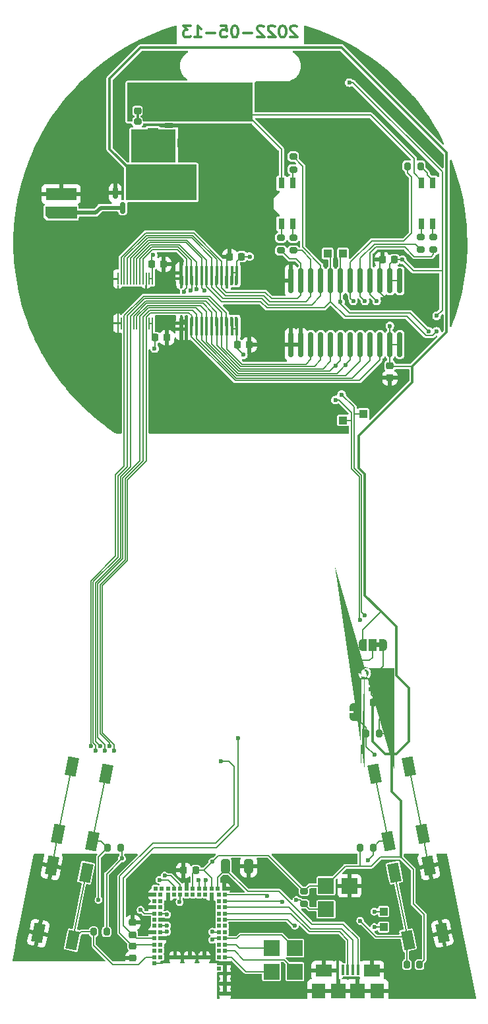
<source format=gbr>
%TF.GenerationSoftware,KiCad,Pcbnew,(6.0.1-0)*%
%TF.CreationDate,2022-05-13T10:35:12-07:00*%
%TF.ProjectId,badge_eda,62616467-655f-4656-9461-2e6b69636164,rev?*%
%TF.SameCoordinates,Original*%
%TF.FileFunction,Copper,L2,Bot*%
%TF.FilePolarity,Positive*%
%FSLAX46Y46*%
G04 Gerber Fmt 4.6, Leading zero omitted, Abs format (unit mm)*
G04 Created by KiCad (PCBNEW (6.0.1-0)) date 2022-05-13 10:35:12*
%MOMM*%
%LPD*%
G01*
G04 APERTURE LIST*
G04 Aperture macros list*
%AMRoundRect*
0 Rectangle with rounded corners*
0 $1 Rounding radius*
0 $2 $3 $4 $5 $6 $7 $8 $9 X,Y pos of 4 corners*
0 Add a 4 corners polygon primitive as box body*
4,1,4,$2,$3,$4,$5,$6,$7,$8,$9,$2,$3,0*
0 Add four circle primitives for the rounded corners*
1,1,$1+$1,$2,$3*
1,1,$1+$1,$4,$5*
1,1,$1+$1,$6,$7*
1,1,$1+$1,$8,$9*
0 Add four rect primitives between the rounded corners*
20,1,$1+$1,$2,$3,$4,$5,0*
20,1,$1+$1,$4,$5,$6,$7,0*
20,1,$1+$1,$6,$7,$8,$9,0*
20,1,$1+$1,$8,$9,$2,$3,0*%
%AMRotRect*
0 Rectangle, with rotation*
0 The origin of the aperture is its center*
0 $1 length*
0 $2 width*
0 $3 Rotation angle, in degrees counterclockwise*
0 Add horizontal line*
21,1,$1,$2,0,0,$3*%
%AMOutline5P*
0 Free polygon, 5 corners , with rotation*
0 The origin of the aperture is its center*
0 number of corners: always 5*
0 $1 to $10 corner X, Y*
0 $11 Rotation angle, in degrees counterclockwise*
0 create outline with 5 corners*
4,1,5,$1,$2,$3,$4,$5,$6,$7,$8,$9,$10,$1,$2,$11*%
%AMOutline6P*
0 Free polygon, 6 corners , with rotation*
0 The origin of the aperture is its center*
0 number of corners: always 6*
0 $1 to $12 corner X, Y*
0 $13 Rotation angle, in degrees counterclockwise*
0 create outline with 6 corners*
4,1,6,$1,$2,$3,$4,$5,$6,$7,$8,$9,$10,$11,$12,$1,$2,$13*%
%AMOutline7P*
0 Free polygon, 7 corners , with rotation*
0 The origin of the aperture is its center*
0 number of corners: always 7*
0 $1 to $14 corner X, Y*
0 $15 Rotation angle, in degrees counterclockwise*
0 create outline with 7 corners*
4,1,7,$1,$2,$3,$4,$5,$6,$7,$8,$9,$10,$11,$12,$13,$14,$1,$2,$15*%
%AMOutline8P*
0 Free polygon, 8 corners , with rotation*
0 The origin of the aperture is its center*
0 number of corners: always 8*
0 $1 to $16 corner X, Y*
0 $17 Rotation angle, in degrees counterclockwise*
0 create outline with 8 corners*
4,1,8,$1,$2,$3,$4,$5,$6,$7,$8,$9,$10,$11,$12,$13,$14,$15,$16,$1,$2,$17*%
%AMFreePoly0*
4,1,62,0.001653,0.149557,0.005672,0.149980,0.185535,0.128533,0.356177,0.067770,0.509116,-0.029288,0.636751,-0.157817,0.732739,-0.311430,0.792309,-0.482492,0.812500,-0.662500,0.812183,-0.685186,0.786974,-0.864561,0.722651,-1.033892,0.622411,-1.184765,0.491237,-1.309681,0.335647,-1.402430,0.163376,-1.458405,-0.017016,-1.474822,-0.196562,-1.450865,-0.366338,-1.387726,-0.517907,-1.288542,
-0.643735,-1.158243,-0.737569,-1.003305,-0.794745,-0.831428,-0.811929,-0.656174,-0.517731,-0.656174,-0.498697,-0.801739,-0.439572,-0.936110,-0.345111,-1.048485,-0.222906,-1.129832,-0.082782,-1.173610,0.063997,-1.176300,0.205631,-1.137686,0.330735,-1.060872,0.429251,-0.952033,0.493260,-0.819919,0.517615,-0.675150,0.517770,-0.662500,0.496958,-0.517179,0.436197,-0.383541,0.340369,-0.272327,
0.217180,-0.192480,0.076531,-0.150417,0.000187,-0.149950,0.000000,-0.150000,-0.000194,-0.149948,-0.070269,-0.149520,-0.211421,-0.189862,-0.335577,-0.268198,-0.432756,-0.378232,-0.495146,-0.511119,-0.517731,-0.656174,-0.811929,-0.656174,-0.812421,-0.651156,-0.789718,-0.471447,-0.727766,-0.301234,-0.629642,-0.148976,-0.500225,-0.022241,-0.345946,0.072672,-0.174472,0.131046,-0.003784,0.148986,
0.000000,0.150000,0.001653,0.149557,0.001653,0.149557,$1*%
%AMFreePoly1*
4,1,22,0.550000,-0.750000,0.000000,-0.750000,0.000000,-0.745033,-0.079941,-0.743568,-0.215256,-0.701293,-0.333266,-0.622738,-0.424486,-0.514219,-0.481581,-0.384460,-0.499164,-0.250000,-0.500000,-0.250000,-0.500000,0.250000,-0.499164,0.250000,-0.499963,0.256109,-0.478152,0.396186,-0.417904,0.524511,-0.324060,0.630769,-0.204165,0.706417,-0.067858,0.745374,0.000000,0.744959,0.000000,0.750000,
0.550000,0.750000,0.550000,-0.750000,0.550000,-0.750000,$1*%
%AMFreePoly2*
4,1,20,0.000000,0.744959,0.073905,0.744508,0.209726,0.703889,0.328688,0.626782,0.421226,0.519385,0.479903,0.390333,0.500000,0.250000,0.500000,-0.250000,0.499851,-0.262216,0.476331,-0.402017,0.414519,-0.529596,0.319384,-0.634700,0.198574,-0.708877,0.061801,-0.746166,0.000000,-0.745033,0.000000,-0.750000,-0.550000,-0.750000,-0.550000,0.750000,0.000000,0.750000,0.000000,0.744959,
0.000000,0.744959,$1*%
%AMFreePoly3*
4,1,22,0.500000,-0.750000,0.000000,-0.750000,0.000000,-0.745033,-0.079941,-0.743568,-0.215256,-0.701293,-0.333266,-0.622738,-0.424486,-0.514219,-0.481581,-0.384460,-0.499164,-0.250000,-0.500000,-0.250000,-0.500000,0.250000,-0.499164,0.250000,-0.499963,0.256109,-0.478152,0.396186,-0.417904,0.524511,-0.324060,0.630769,-0.204165,0.706417,-0.067858,0.745374,0.000000,0.744959,0.000000,0.750000,
0.500000,0.750000,0.500000,-0.750000,0.500000,-0.750000,$1*%
%AMFreePoly4*
4,1,20,0.000000,0.744959,0.073905,0.744508,0.209726,0.703889,0.328688,0.626782,0.421226,0.519385,0.479903,0.390333,0.500000,0.250000,0.500000,-0.250000,0.499851,-0.262216,0.476331,-0.402017,0.414519,-0.529596,0.319384,-0.634700,0.198574,-0.708877,0.061801,-0.746166,0.000000,-0.745033,0.000000,-0.750000,-0.500000,-0.750000,-0.500000,0.750000,0.000000,0.750000,0.000000,0.744959,
0.000000,0.744959,$1*%
G04 Aperture macros list end*
%ADD10C,0.375000*%
%TA.AperFunction,NonConductor*%
%ADD11C,0.375000*%
%TD*%
%TA.AperFunction,SMDPad,CuDef*%
%ADD12R,1.000000X1.000000*%
%TD*%
%TA.AperFunction,SMDPad,CuDef*%
%ADD13RotRect,2.400000X1.400000X78.730000*%
%TD*%
%TA.AperFunction,SMDPad,CuDef*%
%ADD14RoundRect,0.225000X0.250000X-0.225000X0.250000X0.225000X-0.250000X0.225000X-0.250000X-0.225000X0*%
%TD*%
%TA.AperFunction,SMDPad,CuDef*%
%ADD15RoundRect,0.250000X-0.650000X0.325000X-0.650000X-0.325000X0.650000X-0.325000X0.650000X0.325000X0*%
%TD*%
%TA.AperFunction,SMDPad,CuDef*%
%ADD16RoundRect,0.150000X-0.150000X0.587500X-0.150000X-0.587500X0.150000X-0.587500X0.150000X0.587500X0*%
%TD*%
%TA.AperFunction,SMDPad,CuDef*%
%ADD17R,0.725000X0.522000*%
%TD*%
%TA.AperFunction,SMDPad,CuDef*%
%ADD18FreePoly0,0.000000*%
%TD*%
%TA.AperFunction,SMDPad,CuDef*%
%ADD19RoundRect,0.150000X-0.512500X-0.150000X0.512500X-0.150000X0.512500X0.150000X-0.512500X0.150000X0*%
%TD*%
%TA.AperFunction,SMDPad,CuDef*%
%ADD20RoundRect,0.200000X0.200000X0.275000X-0.200000X0.275000X-0.200000X-0.275000X0.200000X-0.275000X0*%
%TD*%
%TA.AperFunction,SMDPad,CuDef*%
%ADD21RotRect,2.400000X1.400000X281.270000*%
%TD*%
%TA.AperFunction,SMDPad,CuDef*%
%ADD22RoundRect,0.200000X-0.275000X0.200000X-0.275000X-0.200000X0.275000X-0.200000X0.275000X0.200000X0*%
%TD*%
%TA.AperFunction,SMDPad,CuDef*%
%ADD23RoundRect,0.225000X0.225000X0.250000X-0.225000X0.250000X-0.225000X-0.250000X0.225000X-0.250000X0*%
%TD*%
%TA.AperFunction,SMDPad,CuDef*%
%ADD24RoundRect,0.150000X0.150000X-1.450000X0.150000X1.450000X-0.150000X1.450000X-0.150000X-1.450000X0*%
%TD*%
%TA.AperFunction,SMDPad,CuDef*%
%ADD25R,1.400000X1.300000*%
%TD*%
%TA.AperFunction,SMDPad,CuDef*%
%ADD26R,2.000000X2.000000*%
%TD*%
%TA.AperFunction,SMDPad,CuDef*%
%ADD27RoundRect,0.225000X-0.225000X-0.250000X0.225000X-0.250000X0.225000X0.250000X-0.225000X0.250000X0*%
%TD*%
%TA.AperFunction,SMDPad,CuDef*%
%ADD28R,0.500000X0.500000*%
%TD*%
%TA.AperFunction,SMDPad,CuDef*%
%ADD29R,0.400000X1.350000*%
%TD*%
%TA.AperFunction,SMDPad,CuDef*%
%ADD30R,1.800000X1.900000*%
%TD*%
%TA.AperFunction,SMDPad,CuDef*%
%ADD31R,1.900000X1.900000*%
%TD*%
%TA.AperFunction,SMDPad,CuDef*%
%ADD32R,2.100000X1.600000*%
%TD*%
%TA.AperFunction,SMDPad,CuDef*%
%ADD33RoundRect,0.200000X0.275000X-0.200000X0.275000X0.200000X-0.275000X0.200000X-0.275000X-0.200000X0*%
%TD*%
%TA.AperFunction,SMDPad,CuDef*%
%ADD34R,0.400000X1.200000*%
%TD*%
%TA.AperFunction,SMDPad,CuDef*%
%ADD35RoundRect,0.100000X0.100000X-0.637500X0.100000X0.637500X-0.100000X0.637500X-0.100000X-0.637500X0*%
%TD*%
%TA.AperFunction,SMDPad,CuDef*%
%ADD36R,0.450000X1.750000*%
%TD*%
%TA.AperFunction,SMDPad,CuDef*%
%ADD37RoundRect,0.225000X-0.250000X0.225000X-0.250000X-0.225000X0.250000X-0.225000X0.250000X0.225000X0*%
%TD*%
%TA.AperFunction,SMDPad,CuDef*%
%ADD38RoundRect,0.200000X-0.200000X-0.275000X0.200000X-0.275000X0.200000X0.275000X-0.200000X0.275000X0*%
%TD*%
%TA.AperFunction,SMDPad,CuDef*%
%ADD39R,0.800000X1.400000*%
%TD*%
%TA.AperFunction,SMDPad,CuDef*%
%ADD40R,4.000000X1.500000*%
%TD*%
%TA.AperFunction,SMDPad,CuDef*%
%ADD41Outline5P,-2.000000X0.750000X2.000000X0.750000X2.000000X-0.750000X-1.700000X-0.750000X-2.000000X-0.450000X0.000000*%
%TD*%
%TA.AperFunction,SMDPad,CuDef*%
%ADD42FreePoly1,180.000000*%
%TD*%
%TA.AperFunction,SMDPad,CuDef*%
%ADD43R,1.000000X1.500000*%
%TD*%
%TA.AperFunction,SMDPad,CuDef*%
%ADD44FreePoly2,180.000000*%
%TD*%
%TA.AperFunction,SMDPad,CuDef*%
%ADD45FreePoly3,270.000000*%
%TD*%
%TA.AperFunction,SMDPad,CuDef*%
%ADD46FreePoly4,270.000000*%
%TD*%
%TA.AperFunction,SMDPad,CuDef*%
%ADD47RoundRect,0.062500X0.062500X-0.675000X0.062500X0.675000X-0.062500X0.675000X-0.062500X-0.675000X0*%
%TD*%
%TA.AperFunction,SMDPad,CuDef*%
%ADD48RoundRect,0.250000X-0.325000X-0.650000X0.325000X-0.650000X0.325000X0.650000X-0.325000X0.650000X0*%
%TD*%
%TA.AperFunction,ViaPad*%
%ADD49C,0.600000*%
%TD*%
%TA.AperFunction,Conductor*%
%ADD50C,0.200000*%
%TD*%
%TA.AperFunction,Conductor*%
%ADD51C,0.150000*%
%TD*%
%TA.AperFunction,Conductor*%
%ADD52C,0.300000*%
%TD*%
%TA.AperFunction,Conductor*%
%ADD53C,0.500000*%
%TD*%
G04 APERTURE END LIST*
D10*
D11*
X134285714Y-27321428D02*
X134214285Y-27250000D01*
X134071428Y-27178571D01*
X133714285Y-27178571D01*
X133571428Y-27250000D01*
X133500000Y-27321428D01*
X133428571Y-27464285D01*
X133428571Y-27607142D01*
X133500000Y-27821428D01*
X134357142Y-28678571D01*
X133428571Y-28678571D01*
X132500000Y-27178571D02*
X132357142Y-27178571D01*
X132214285Y-27250000D01*
X132142857Y-27321428D01*
X132071428Y-27464285D01*
X132000000Y-27750000D01*
X132000000Y-28107142D01*
X132071428Y-28392857D01*
X132142857Y-28535714D01*
X132214285Y-28607142D01*
X132357142Y-28678571D01*
X132500000Y-28678571D01*
X132642857Y-28607142D01*
X132714285Y-28535714D01*
X132785714Y-28392857D01*
X132857142Y-28107142D01*
X132857142Y-27750000D01*
X132785714Y-27464285D01*
X132714285Y-27321428D01*
X132642857Y-27250000D01*
X132500000Y-27178571D01*
X131428571Y-27321428D02*
X131357142Y-27250000D01*
X131214285Y-27178571D01*
X130857142Y-27178571D01*
X130714285Y-27250000D01*
X130642857Y-27321428D01*
X130571428Y-27464285D01*
X130571428Y-27607142D01*
X130642857Y-27821428D01*
X131500000Y-28678571D01*
X130571428Y-28678571D01*
X130000000Y-27321428D02*
X129928571Y-27250000D01*
X129785714Y-27178571D01*
X129428571Y-27178571D01*
X129285714Y-27250000D01*
X129214285Y-27321428D01*
X129142857Y-27464285D01*
X129142857Y-27607142D01*
X129214285Y-27821428D01*
X130071428Y-28678571D01*
X129142857Y-28678571D01*
X128500000Y-28107142D02*
X127357142Y-28107142D01*
X126357142Y-27178571D02*
X126214285Y-27178571D01*
X126071428Y-27250000D01*
X126000000Y-27321428D01*
X125928571Y-27464285D01*
X125857142Y-27750000D01*
X125857142Y-28107142D01*
X125928571Y-28392857D01*
X126000000Y-28535714D01*
X126071428Y-28607142D01*
X126214285Y-28678571D01*
X126357142Y-28678571D01*
X126500000Y-28607142D01*
X126571428Y-28535714D01*
X126642857Y-28392857D01*
X126714285Y-28107142D01*
X126714285Y-27750000D01*
X126642857Y-27464285D01*
X126571428Y-27321428D01*
X126500000Y-27250000D01*
X126357142Y-27178571D01*
X124500000Y-27178571D02*
X125214285Y-27178571D01*
X125285714Y-27892857D01*
X125214285Y-27821428D01*
X125071428Y-27750000D01*
X124714285Y-27750000D01*
X124571428Y-27821428D01*
X124500000Y-27892857D01*
X124428571Y-28035714D01*
X124428571Y-28392857D01*
X124500000Y-28535714D01*
X124571428Y-28607142D01*
X124714285Y-28678571D01*
X125071428Y-28678571D01*
X125214285Y-28607142D01*
X125285714Y-28535714D01*
X123785714Y-28107142D02*
X122642857Y-28107142D01*
X121142857Y-28678571D02*
X122000000Y-28678571D01*
X121571428Y-28678571D02*
X121571428Y-27178571D01*
X121714285Y-27392857D01*
X121857142Y-27535714D01*
X122000000Y-27607142D01*
X120642857Y-27178571D02*
X119714285Y-27178571D01*
X120214285Y-27750000D01*
X120000000Y-27750000D01*
X119857142Y-27821428D01*
X119785714Y-27892857D01*
X119714285Y-28035714D01*
X119714285Y-28392857D01*
X119785714Y-28535714D01*
X119857142Y-28607142D01*
X120000000Y-28678571D01*
X120428571Y-28678571D01*
X120571428Y-28607142D01*
X120642857Y-28535714D01*
%TO.C,JP2*%
G36*
X144900000Y-106900000D02*
G01*
X144400000Y-106900000D01*
X144400000Y-106300000D01*
X144900000Y-106300000D01*
X144900000Y-106900000D01*
G37*
%TO.C,JP1*%
G36*
X142100000Y-115450000D02*
G01*
X141500000Y-115450000D01*
X141500000Y-114950000D01*
X142100000Y-114950000D01*
X142100000Y-115450000D01*
G37*
%TD*%
D12*
%TO.P,TP16,1,1*%
%TO.N,SHIFT_LEDDAT*%
X140200000Y-77800000D03*
%TD*%
%TO.P,TP15,1,1*%
%TO.N,SHIFT_LEDCLK*%
X142800000Y-77000000D03*
%TD*%
%TO.P,TP14,1,1*%
%TO.N,LEDCLK*%
X140200000Y-56400000D03*
%TD*%
%TO.P,TP13,1,1*%
%TO.N,LEDDAT*%
X138200000Y-56400000D03*
%TD*%
D13*
%TO.P,SW4,1,1*%
%TO.N,SW4*%
X107206517Y-135824568D03*
X105486710Y-144454879D03*
%TO.P,SW4,2,2*%
%TO.N,GND*%
X101073483Y-143575432D03*
X102793290Y-134945121D03*
%TD*%
D14*
%TO.P,C9,1*%
%TO.N,Net-(C9-Pad1)*%
X113800000Y-38125000D03*
%TO.P,C9,2*%
%TO.N,+5V*%
X113800000Y-36575000D03*
%TD*%
D15*
%TO.P,C10,1*%
%TO.N,+5V*%
X122400000Y-38675000D03*
%TO.P,C10,2*%
%TO.N,GND*%
X122400000Y-41625000D03*
%TD*%
D16*
%TO.P,Q1,1,G*%
%TO.N,GND*%
X110950000Y-48662500D03*
%TO.P,Q1,2,S*%
%TO.N,+BATT*%
X112850000Y-48662500D03*
%TO.P,Q1,3,D*%
%TO.N,Net-(J2-Pad1)*%
X111900000Y-50537500D03*
%TD*%
D17*
%TO.P,MK1,1,DATA*%
%TO.N,Net-(JP1-Pad1)*%
X142162500Y-112304000D03*
%TO.P,MK1,2,SEL*%
%TO.N,Net-(JP2-Pad2)*%
X142162500Y-111482000D03*
D18*
%TO.P,MK1,3,GND*%
%TO.N,GND*%
X143000000Y-109567500D03*
D17*
%TO.P,MK1,4,CLOCK*%
%TO.N,MIC_CLK*%
X143837500Y-111482000D03*
%TO.P,MK1,5,VDD*%
%TO.N,+BATT*%
X143837500Y-112304000D03*
%TD*%
D12*
%TO.P,TP10,1,1*%
%TO.N,MIC_CLK*%
X145400000Y-142800000D03*
%TD*%
D19*
%TO.P,U3,1,SW*%
%TO.N,/Power Supplies/SW*%
X117862500Y-40950000D03*
%TO.P,U3,2,GND*%
%TO.N,GND*%
X117862500Y-40000000D03*
%TO.P,U3,3,NC*%
%TO.N,+5V*%
X117862500Y-39050000D03*
%TO.P,U3,4,VOUT*%
X120137500Y-39050000D03*
%TO.P,U3,5,NC*%
%TO.N,GND*%
X120137500Y-40950000D03*
%TD*%
D15*
%TO.P,C11,1*%
%TO.N,+5V*%
X124800000Y-38675000D03*
%TO.P,C11,2*%
%TO.N,GND*%
X124800000Y-41625000D03*
%TD*%
D20*
%TO.P,R4,1*%
%TO.N,Net-(D23-Pad3)*%
X150125000Y-45200000D03*
%TO.P,R4,2*%
%TO.N,EYE_R_B*%
X148475000Y-45200000D03*
%TD*%
D21*
%TO.P,SW1,1,1*%
%TO.N,SW1*%
X145973290Y-131754879D03*
X144253483Y-123124568D03*
%TO.P,SW1,2,2*%
%TO.N,GND*%
X148666710Y-122245121D03*
X150386517Y-130875432D03*
%TD*%
D22*
%TO.P,R3,1*%
%TO.N,Net-(D22-Pad1)*%
X132200000Y-54375000D03*
%TO.P,R3,2*%
%TO.N,EYE_L_R*%
X132200000Y-56025000D03*
%TD*%
D23*
%TO.P,C5,1*%
%TO.N,+BATT*%
X121275000Y-135500000D03*
%TO.P,C5,2*%
%TO.N,GND*%
X119725000Y-135500000D03*
%TD*%
D24*
%TO.P,U4,1,VCCA*%
%TO.N,+BATT*%
X147485000Y-68075000D03*
%TO.P,U4,2,DIR*%
X146215000Y-68075000D03*
%TO.P,U4,3,A1*%
%TO.N,SHIFT_EYE_R_G*%
X144945000Y-68075000D03*
%TO.P,U4,4,A2*%
%TO.N,SHIFT_EYE_R_R*%
X143675000Y-68075000D03*
%TO.P,U4,5,A3*%
%TO.N,SHIFT_EYE_R_B*%
X142405000Y-68075000D03*
%TO.P,U4,6,A4*%
%TO.N,SHIFT_LEDCLK*%
X141135000Y-68075000D03*
%TO.P,U4,7,A5*%
%TO.N,SHIFT_LEDDAT*%
X139865000Y-68075000D03*
%TO.P,U4,8,A6*%
%TO.N,SHIFT_EYE_L_B*%
X138595000Y-68075000D03*
%TO.P,U4,9,A7*%
%TO.N,SHIFT_EYE_L_G*%
X137325000Y-68075000D03*
%TO.P,U4,10,A8*%
%TO.N,SHIFT_EYE_L_R*%
X136055000Y-68075000D03*
%TO.P,U4,11,GND*%
%TO.N,GND*%
X134785000Y-68075000D03*
%TO.P,U4,12,GND*%
X133515000Y-68075000D03*
%TO.P,U4,13,GND*%
X133515000Y-59925000D03*
%TO.P,U4,14,B8*%
%TO.N,EYE_L_R*%
X134785000Y-59925000D03*
%TO.P,U4,15,B7*%
%TO.N,EYE_L_G*%
X136055000Y-59925000D03*
%TO.P,U4,16,B6*%
%TO.N,EYE_L_B*%
X137325000Y-59925000D03*
%TO.P,U4,17,B5*%
%TO.N,LEDDAT*%
X138595000Y-59925000D03*
%TO.P,U4,18,B4*%
%TO.N,LEDCLK*%
X139865000Y-59925000D03*
%TO.P,U4,19,B3*%
%TO.N,EYE_R_B*%
X141135000Y-59925000D03*
%TO.P,U4,20,B2*%
%TO.N,EYE_R_R*%
X142405000Y-59925000D03*
%TO.P,U4,21,B1*%
%TO.N,EYE_R_G*%
X143675000Y-59925000D03*
%TO.P,U4,22,~{OE}*%
%TO.N,GND*%
X144945000Y-59925000D03*
%TO.P,U4,23,VCCB*%
%TO.N,+5V*%
X146215000Y-59925000D03*
%TO.P,U4,24,VCCB*%
X147485000Y-59925000D03*
%TD*%
D22*
%TO.P,R5,1*%
%TO.N,Net-(D23-Pad4)*%
X151800000Y-54275000D03*
%TO.P,R5,2*%
%TO.N,EYE_R_G*%
X151800000Y-55925000D03*
%TD*%
D25*
%TO.P,D24,1,K*%
%TO.N,+5V*%
X115750000Y-38050000D03*
%TO.P,D24,2,A*%
%TO.N,/Power Supplies/SW*%
X115750000Y-40950000D03*
%TD*%
D20*
%TO.P,R8,1*%
%TO.N,+BATT*%
X150025000Y-147600000D03*
%TO.P,R8,2*%
%TO.N,SW2*%
X148375000Y-147600000D03*
%TD*%
D26*
%TO.P,TP3,1,1*%
%TO.N,+BATT*%
X138000000Y-137500000D03*
%TD*%
D12*
%TO.P,TP11,1,1*%
%TO.N,MIC_DAT*%
X145400000Y-140800000D03*
%TD*%
D27*
%TO.P,C13,1*%
%TO.N,+BATT*%
X144025000Y-114000000D03*
%TO.P,C13,2*%
%TO.N,GND*%
X145575000Y-114000000D03*
%TD*%
D28*
%TO.P,U1,0,GND*%
%TO.N,GND*%
X125050000Y-147450000D03*
%TO.P,U1,1,SWDIO*%
%TO.N,/MCU/SWDIO*%
X125050000Y-146650000D03*
%TO.P,U1,2,P1.04/SIO_36*%
%TO.N,unconnected-(U1-Pad2)*%
X124250000Y-146650000D03*
%TO.P,U1,3,SWDCLK*%
%TO.N,/MCU/SWDCLK*%
X125050000Y-145850000D03*
%TO.P,U1,4,P1.02/SIO_34*%
%TO.N,unconnected-(U1-Pad4)*%
X124250000Y-145850000D03*
%TO.P,U1,5,P1.01/SIO_35*%
%TO.N,/MCU/DBG_UART_RX*%
X125050000Y-145050000D03*
%TO.P,U1,6*%
%TO.N,N/C*%
X124250000Y-145050000D03*
%TO.P,U1,7,P1.00/SIO_32*%
%TO.N,/MCU/DBG_UART_TX*%
X125050000Y-144250000D03*
%TO.P,U1,8,P0.22/SIO_25*%
%TO.N,MIC_CLK*%
X124250000Y-144250000D03*
%TO.P,U1,9*%
%TO.N,N/C*%
X125050000Y-143450000D03*
%TO.P,U1,10,P0.24/SIO_24*%
%TO.N,MIC_DAT*%
X124250000Y-143450000D03*
%TO.P,U1,11*%
%TO.N,N/C*%
X125050000Y-142650000D03*
%TO.P,U1,12,P0.21/SIO_21*%
%TO.N,unconnected-(U1-Pad12)*%
X124250000Y-142650000D03*
%TO.P,U1,13,P0.20/SIO_20*%
%TO.N,SW2*%
X125050000Y-141850000D03*
%TO.P,U1,14*%
%TO.N,N/C*%
X124250000Y-141850000D03*
%TO.P,U1,15,D+*%
%TO.N,/MCU/D+*%
X125050000Y-141050000D03*
%TO.P,U1,16,P0.17/SIO_17*%
%TO.N,unconnected-(U1-Pad16)*%
X124250000Y-141050000D03*
%TO.P,U1,17,D-*%
%TO.N,/MCU/D-*%
X125050000Y-140250000D03*
%TO.P,U1,18,P0.15/SIO_15*%
%TO.N,unconnected-(U1-Pad18)*%
X124250000Y-140250000D03*
%TO.P,U1,19,P0.18/~{RESET}*%
%TO.N,/MCU/~{RESET}*%
X125050000Y-139450000D03*
%TO.P,U1,20,P0.13/SIO_13*%
%TO.N,unconnected-(U1-Pad20)*%
X124250000Y-139450000D03*
%TO.P,U1,21,P0.16/SIO_16*%
%TO.N,SW1*%
X125050000Y-138650000D03*
%TO.P,U1,22,P0.14/SIO_14*%
%TO.N,unconnected-(U1-Pad22)*%
X124250000Y-138650000D03*
%TO.P,U1,23,GND*%
%TO.N,GND*%
X124900000Y-137850000D03*
%TO.P,U1,24,VBUS*%
%TO.N,/MCU/VUSB*%
X124100000Y-137850000D03*
%TO.P,U1,25,VDD_HV*%
%TO.N,+BATT*%
X123300000Y-137850000D03*
%TO.P,U1,26,GND*%
%TO.N,GND*%
X123300000Y-138650000D03*
%TO.P,U1,27,P0.11/SIO_11*%
%TO.N,SHIFT_LEDCLK*%
X122500000Y-137850000D03*
%TO.P,U1,28,P0.12/SIO_12*%
%TO.N,unconnected-(U1-Pad28)*%
X122500000Y-138650000D03*
%TO.P,U1,29,P0.08/SIO_08*%
%TO.N,SHIFT_LEDDAT*%
X121700000Y-137850000D03*
%TO.P,U1,30,P1.09/SIO_41*%
%TO.N,unconnected-(U1-Pad30)*%
X121700000Y-138650000D03*
%TO.P,U1,31,VDD*%
%TO.N,+BATT*%
X120900000Y-137850000D03*
%TO.P,U1,32,P1.08/SIO_40*%
%TO.N,unconnected-(U1-Pad32)*%
X120900000Y-138650000D03*
%TO.P,U1,33,GND*%
%TO.N,GND*%
X120100000Y-137850000D03*
%TO.P,U1,34,P0.04/SIO_04/AIN2*%
%TO.N,unconnected-(U1-Pad34)*%
X120100000Y-138650000D03*
%TO.P,U1,35,P0.06/SIO_06*%
%TO.N,SHIFT_EYE_R_G*%
X119300000Y-137850000D03*
%TO.P,U1,36,P0.26/SIO_26*%
%TO.N,SHIFT_EYE_R_B*%
X119300000Y-138650000D03*
%TO.P,U1,37,P0.07/SIO_07*%
%TO.N,SHIFT_EYE_R_R*%
X118500000Y-137850000D03*
%TO.P,U1,38,P0.27/SIO_27*%
%TO.N,unconnected-(U1-Pad38)*%
X118500000Y-138650000D03*
%TO.P,U1,39,P0.05/SIO_05/AIN3*%
%TO.N,unconnected-(U1-Pad39)*%
X117700000Y-137850000D03*
%TO.P,U1,40,GND*%
%TO.N,GND*%
X117700000Y-138650000D03*
%TO.P,U1,41,P0.01/SIO_01/XL2*%
%TO.N,unconnected-(U1-Pad41)*%
X116900000Y-137850000D03*
%TO.P,U1,42,P0.00/SIO_00/XL1*%
%TO.N,unconnected-(U1-Pad42)*%
X116100000Y-137850000D03*
%TO.P,U1,43,GND*%
%TO.N,GND*%
X115950000Y-138650000D03*
%TO.P,U1,44,P0.31/SIO_31/AIN7*%
%TO.N,unconnected-(U1-Pad44)*%
X116750000Y-138650000D03*
%TO.P,U1,45,P0.30/SIO_30/AIN6*%
%TO.N,unconnected-(U1-Pad45)*%
X115950000Y-139450000D03*
%TO.P,U1,46,P0.28/SIO_28/AIN4*%
%TO.N,unconnected-(U1-Pad46)*%
X116750000Y-139450000D03*
%TO.P,U1,47,GND*%
%TO.N,GND*%
X115950000Y-140250000D03*
%TO.P,U1,48,P0.29/SIO_29/AIN5*%
%TO.N,unconnected-(U1-Pad48)*%
X116750000Y-140250000D03*
%TO.P,U1,49,P0.03/SIO_03/AIN1*%
%TO.N,SHIFT_EYE_L_B*%
X115950000Y-141050000D03*
%TO.P,U1,50,P0.02/SIO_02/AIN0*%
%TO.N,SHIFT_EYE_L_G*%
X116750000Y-141050000D03*
%TO.P,U1,51,P1.03/SIO_46*%
%TO.N,unconnected-(U1-Pad51)*%
X115950000Y-141850000D03*
%TO.P,U1,52,GND*%
%TO.N,GND*%
X116750000Y-141850000D03*
%TO.P,U1,53,P0.19/SIO_47*%
%TO.N,unconnected-(U1-Pad53)*%
X115950000Y-142650000D03*
%TO.P,U1,54,P0.23/SIO_44*%
%TO.N,SHIFT_EYE_L_R*%
X116750000Y-142650000D03*
%TO.P,U1,55,GND*%
%TO.N,GND*%
X115950000Y-143450000D03*
%TO.P,U1,56,P1.05/SIO_45*%
%TO.N,SW3*%
X116750000Y-143450000D03*
%TO.P,U1,57,P0.10/NFC2/SIO_10*%
%TO.N,NFC*%
X115950000Y-144250000D03*
%TO.P,U1,58,GND*%
%TO.N,GND*%
X116750000Y-144250000D03*
%TO.P,U1,59,P0.09/NFC1/SIO_09*%
%TO.N,NFC*%
X115950000Y-145050000D03*
%TO.P,U1,60*%
%TO.N,N/C*%
X116750000Y-145050000D03*
%TO.P,U1,61*%
X115950000Y-145850000D03*
%TO.P,U1,62,P0.25/SIO_42*%
%TO.N,unconnected-(U1-Pad62)*%
X116750000Y-145850000D03*
%TO.P,U1,63,P1.06/SIO_38*%
%TO.N,SW4*%
X115950000Y-146650000D03*
%TO.P,U1,64,P1.07/SIO_39*%
%TO.N,unconnected-(U1-Pad64)*%
X116750000Y-146650000D03*
%TO.P,U1,65,GND*%
%TO.N,GND*%
X115950000Y-147450000D03*
%TO.P,U1,66,GND*%
X125050000Y-148750000D03*
%TO.P,U1,67,GND*%
X125050000Y-150050000D03*
%TO.P,U1,68,GND*%
X125050000Y-151350000D03*
%TO.P,U1,69,GND*%
X118625000Y-146650000D03*
%TO.P,U1,70,GND*%
X120500000Y-146650000D03*
%TO.P,U1,71,GND*%
X122375000Y-146650000D03*
%TO.P,U1,72,RF*%
%TO.N,unconnected-(U1-Pad72)*%
X124250000Y-148100000D03*
%TD*%
D29*
%TO.P,J1,1,VBUS*%
%TO.N,/MCU/VUSB*%
X142100000Y-148275000D03*
%TO.P,J1,2,D-*%
%TO.N,/MCU/D-*%
X141450000Y-148275000D03*
%TO.P,J1,3,D+*%
%TO.N,/MCU/D+*%
X140800000Y-148275000D03*
%TO.P,J1,4,ID*%
%TO.N,unconnected-(J1-Pad4)*%
X140150000Y-148275000D03*
%TO.P,J1,5,GND*%
%TO.N,GND*%
X139500000Y-148275000D03*
D30*
%TO.P,J1,6,Shield*%
X144600000Y-150950000D03*
X137000000Y-150950000D03*
D31*
X142000000Y-150950000D03*
X139600000Y-150950000D03*
D32*
X143900000Y-148400000D03*
X137700000Y-148400000D03*
%TD*%
D13*
%TO.P,SW3,1,1*%
%TO.N,SW3*%
X109746517Y-123124568D03*
X108026710Y-131754879D03*
%TO.P,SW3,2,2*%
%TO.N,GND*%
X103613483Y-130875432D03*
X105333290Y-122245121D03*
%TD*%
D20*
%TO.P,R9,1*%
%TO.N,+BATT*%
X111625000Y-132600000D03*
%TO.P,R9,2*%
%TO.N,SW3*%
X109975000Y-132600000D03*
%TD*%
D33*
%TO.P,R12,1*%
%TO.N,/Power Supplies/SW*%
X113800000Y-41175000D03*
%TO.P,R12,2*%
%TO.N,Net-(C9-Pad1)*%
X113800000Y-39525000D03*
%TD*%
D34*
%TO.P,U2,1,VCCA*%
%TO.N,+BATT*%
X126492500Y-65100000D03*
D35*
X126575000Y-65362500D03*
D36*
X126575000Y-66100000D03*
D35*
%TO.P,U2,2,DIR*%
X125925000Y-65362500D03*
D34*
X125857500Y-65100000D03*
D36*
X125925000Y-66100000D03*
D34*
%TO.P,U2,3,A1*%
%TO.N,SHIFT_EYE_L_R*%
X125222500Y-65100000D03*
D35*
X125275000Y-65362500D03*
D36*
X125275000Y-66100000D03*
D34*
%TO.P,U2,4,A2*%
%TO.N,SHIFT_EYE_L_G*%
X124587500Y-65100000D03*
D35*
X124625000Y-65362500D03*
D36*
X124625000Y-66100000D03*
D35*
%TO.P,U2,5,A3*%
%TO.N,SHIFT_EYE_L_B*%
X123975000Y-65362500D03*
D36*
X123975000Y-66100000D03*
D34*
X123952500Y-65100000D03*
D35*
%TO.P,U2,6,A4*%
%TO.N,SHIFT_LEDDAT*%
X123325000Y-65362500D03*
D34*
X123317500Y-65100000D03*
D36*
X123325000Y-66100000D03*
D34*
%TO.P,U2,7,A5*%
%TO.N,SHIFT_LEDCLK*%
X122682500Y-65100000D03*
D35*
X122675000Y-65362500D03*
D36*
X122675000Y-66100000D03*
D35*
%TO.P,U2,8,A6*%
%TO.N,SHIFT_EYE_R_B*%
X122025000Y-65362500D03*
D36*
X122025000Y-66100000D03*
D34*
X122047500Y-65100000D03*
%TO.P,U2,9,A7*%
%TO.N,SHIFT_EYE_R_R*%
X121412500Y-65100000D03*
D36*
X121375000Y-66100000D03*
D35*
X121375000Y-65362500D03*
D36*
%TO.P,U2,10,A8*%
%TO.N,SHIFT_EYE_R_G*%
X120725000Y-66100000D03*
D34*
X120777500Y-65100000D03*
D35*
X120725000Y-65362500D03*
D34*
%TO.P,U2,11,GND*%
%TO.N,GND*%
X120142500Y-65100000D03*
D36*
X120075000Y-66100000D03*
D35*
X120075000Y-65362500D03*
%TO.P,U2,12,GND*%
X119425000Y-65362500D03*
D34*
X119507500Y-65100000D03*
D36*
X119425000Y-66100000D03*
D35*
%TO.P,U2,13,GND*%
X119425000Y-59637500D03*
D36*
X119425000Y-58900000D03*
D34*
X119507500Y-59900000D03*
%TO.P,U2,14,B8*%
%TO.N,EYE_R_G*%
X120142500Y-59900000D03*
D35*
X120075000Y-59637500D03*
D36*
X120075000Y-58900000D03*
D35*
%TO.P,U2,15,B7*%
%TO.N,EYE_R_R*%
X120725000Y-59637500D03*
D34*
X120777500Y-59900000D03*
D36*
X120725000Y-58900000D03*
%TO.P,U2,16,B6*%
%TO.N,EYE_R_B*%
X121375000Y-58900000D03*
D34*
X121412500Y-59900000D03*
D35*
X121375000Y-59637500D03*
D34*
%TO.P,U2,17,B5*%
%TO.N,LEDCLK*%
X122047500Y-59900000D03*
D35*
X122025000Y-59637500D03*
D36*
X122025000Y-58900000D03*
%TO.P,U2,18,B4*%
%TO.N,LEDDAT*%
X122675000Y-58900000D03*
D34*
X122682500Y-59900000D03*
D35*
X122675000Y-59637500D03*
D36*
%TO.P,U2,19,B3*%
%TO.N,EYE_L_B*%
X123325000Y-58900000D03*
D34*
X123317500Y-59900000D03*
D35*
X123325000Y-59637500D03*
%TO.P,U2,20,B2*%
%TO.N,EYE_L_G*%
X123975000Y-59637500D03*
D34*
X123952500Y-59900000D03*
D36*
X123975000Y-58900000D03*
%TO.P,U2,21,B1*%
%TO.N,EYE_L_R*%
X124625000Y-58900000D03*
D34*
X124587500Y-59900000D03*
D35*
X124625000Y-59637500D03*
%TO.P,U2,22,~{OE}*%
%TO.N,GND*%
X125275000Y-59637500D03*
D36*
X125275000Y-58900000D03*
D34*
X125222500Y-59900000D03*
%TO.P,U2,23,VCCB*%
%TO.N,+5V*%
X125857500Y-59900000D03*
D36*
X125925000Y-58900000D03*
D35*
X125925000Y-59637500D03*
D34*
%TO.P,U2,24,VCCB*%
X126492500Y-59900000D03*
D35*
X126575000Y-59637500D03*
D36*
X126575000Y-58900000D03*
%TD*%
D15*
%TO.P,C8,1*%
%TO.N,GND*%
X120200000Y-43725000D03*
%TO.P,C8,2*%
%TO.N,+BATT*%
X120200000Y-46675000D03*
%TD*%
D26*
%TO.P,TP7,1,1*%
%TO.N,/MCU/DBG_UART_TX*%
X134000000Y-145500000D03*
%TD*%
D21*
%TO.P,SW2,1,1*%
%TO.N,SW2*%
X148513290Y-144454879D03*
X146793483Y-135824568D03*
%TO.P,SW2,2,2*%
%TO.N,GND*%
X151206710Y-134945121D03*
X152926517Y-143575432D03*
%TD*%
D22*
%TO.P,R6,1*%
%TO.N,Net-(D23-Pad1)*%
X150200000Y-54275000D03*
%TO.P,R6,2*%
%TO.N,EYE_R_R*%
X150200000Y-55925000D03*
%TD*%
D37*
%TO.P,C6,1*%
%TO.N,+BATT*%
X146200000Y-70825000D03*
%TO.P,C6,2*%
%TO.N,GND*%
X146200000Y-72375000D03*
%TD*%
D26*
%TO.P,TP4,1,1*%
%TO.N,/MCU/~{RESET}*%
X138000000Y-140500000D03*
%TD*%
D38*
%TO.P,R13,1*%
%TO.N,MIC_DAT*%
X143175000Y-118000000D03*
%TO.P,R13,2*%
%TO.N,GND*%
X144825000Y-118000000D03*
%TD*%
D26*
%TO.P,TP9,1,1*%
%TO.N,GND*%
X141000000Y-137500000D03*
%TD*%
D22*
%TO.P,R11,1*%
%TO.N,+BATT*%
X135200000Y-138175000D03*
%TO.P,R11,2*%
%TO.N,/MCU/~{RESET}*%
X135200000Y-139825000D03*
%TD*%
D26*
%TO.P,TP5,1,1*%
%TO.N,/MCU/SWDCLK*%
X134000000Y-148500000D03*
%TD*%
D39*
%TO.P,D22,1,RK*%
%TO.N,Net-(D22-Pad1)*%
X132275000Y-52600000D03*
%TO.P,D22,2,A*%
%TO.N,+5V*%
X132275000Y-47400000D03*
%TO.P,D22,3,BK*%
%TO.N,Net-(D22-Pad3)*%
X133725000Y-47400000D03*
%TO.P,D22,4,GK*%
%TO.N,Net-(D22-Pad4)*%
X133725000Y-52600000D03*
%TD*%
D14*
%TO.P,C1,1*%
%TO.N,NFC*%
X113200000Y-143775000D03*
%TO.P,C1,2*%
%TO.N,GND*%
X113200000Y-142225000D03*
%TD*%
D27*
%TO.P,C14,1*%
%TO.N,+BATT*%
X126625000Y-68100000D03*
%TO.P,C14,2*%
%TO.N,GND*%
X128175000Y-68100000D03*
%TD*%
D40*
%TO.P,J2,2,Pin_2*%
%TO.N,GND*%
X104000000Y-48800000D03*
D41*
%TO.P,J2,1,Pin_1*%
%TO.N,Net-(J2-Pad1)*%
X104000000Y-51200000D03*
%TD*%
D26*
%TO.P,TP8,1,1*%
%TO.N,/MCU/DBG_UART_RX*%
X131000000Y-145500000D03*
%TD*%
D42*
%TO.P,JP2,1,A*%
%TO.N,GND*%
X145300000Y-106600000D03*
D43*
%TO.P,JP2,2,C*%
%TO.N,Net-(JP2-Pad2)*%
X144000000Y-106600000D03*
D44*
%TO.P,JP2,3,B*%
%TO.N,+BATT*%
X142700000Y-106600000D03*
%TD*%
D27*
%TO.P,C4,1*%
%TO.N,+BATT*%
X116025000Y-67200000D03*
%TO.P,C4,2*%
%TO.N,GND*%
X117575000Y-67200000D03*
%TD*%
D45*
%TO.P,JP1,1,A*%
%TO.N,Net-(JP1-Pad1)*%
X141800000Y-114550000D03*
D46*
%TO.P,JP1,2,B*%
%TO.N,MIC_DAT*%
X141800000Y-115850000D03*
%TD*%
D20*
%TO.P,R10,1*%
%TO.N,+BATT*%
X109825000Y-143400000D03*
%TO.P,R10,2*%
%TO.N,SW4*%
X108175000Y-143400000D03*
%TD*%
D26*
%TO.P,TP6,1,1*%
%TO.N,/MCU/SWDIO*%
X131000000Y-148500000D03*
%TD*%
D39*
%TO.P,D23,1,RK*%
%TO.N,Net-(D23-Pad1)*%
X150275000Y-52600000D03*
%TO.P,D23,2,A*%
%TO.N,+5V*%
X150275000Y-47400000D03*
%TO.P,D23,3,BK*%
%TO.N,Net-(D23-Pad3)*%
X151725000Y-47400000D03*
%TO.P,D23,4,GK*%
%TO.N,Net-(D23-Pad4)*%
X151725000Y-52600000D03*
%TD*%
D15*
%TO.P,C12,1*%
%TO.N,+5V*%
X127200000Y-38675000D03*
%TO.P,C12,2*%
%TO.N,GND*%
X127200000Y-41625000D03*
%TD*%
D38*
%TO.P,R7,1*%
%TO.N,+BATT*%
X142375000Y-132600000D03*
%TO.P,R7,2*%
%TO.N,SW1*%
X144025000Y-132600000D03*
%TD*%
D23*
%TO.P,C15,1*%
%TO.N,+5V*%
X127175000Y-56800000D03*
%TO.P,C15,2*%
%TO.N,GND*%
X125625000Y-56800000D03*
%TD*%
D12*
%TO.P,TP12,1,1*%
%TO.N,+5V*%
X126000000Y-36000000D03*
%TD*%
D22*
%TO.P,R2,1*%
%TO.N,Net-(D22-Pad4)*%
X133800000Y-54375000D03*
%TO.P,R2,2*%
%TO.N,EYE_L_G*%
X133800000Y-56025000D03*
%TD*%
D47*
%TO.P,U5,1,VCCA*%
%TO.N,+BATT*%
X115700000Y-65362500D03*
%TO.P,U5,2,DIR*%
X115300000Y-65362500D03*
%TO.P,U5,3,A1*%
%TO.N,SHIFT_EYE_R_G*%
X114900000Y-65362500D03*
%TO.P,U5,4,A2*%
%TO.N,SHIFT_EYE_R_R*%
X114500000Y-65362500D03*
%TO.P,U5,5,A3*%
%TO.N,SHIFT_EYE_R_B*%
X114100000Y-65362500D03*
%TO.P,U5,6,A4*%
%TO.N,SHIFT_LEDCLK*%
X113700000Y-65362500D03*
%TO.P,U5,7,A5*%
%TO.N,SHIFT_LEDDAT*%
X113300000Y-65362500D03*
%TO.P,U5,8,A6*%
%TO.N,SHIFT_EYE_L_B*%
X112900000Y-65362500D03*
%TO.P,U5,9,A7*%
%TO.N,SHIFT_EYE_L_G*%
X112500000Y-65362500D03*
%TO.P,U5,10,A8*%
%TO.N,SHIFT_EYE_L_R*%
X112100000Y-65362500D03*
%TO.P,U5,11,GND*%
%TO.N,GND*%
X111700000Y-65362500D03*
%TO.P,U5,12,GND*%
X111300000Y-65362500D03*
%TO.P,U5,13,GND*%
X111300000Y-59637500D03*
%TO.P,U5,14,B8*%
%TO.N,EYE_L_R*%
X111700000Y-59637500D03*
%TO.P,U5,15,B7*%
%TO.N,EYE_L_G*%
X112100000Y-59637500D03*
%TO.P,U5,16,B6*%
%TO.N,EYE_L_B*%
X112500000Y-59637500D03*
%TO.P,U5,17,B5*%
%TO.N,LEDDAT*%
X112900000Y-59637500D03*
%TO.P,U5,18,B4*%
%TO.N,LEDCLK*%
X113300000Y-59637500D03*
%TO.P,U5,19,B3*%
%TO.N,EYE_R_B*%
X113700000Y-59637500D03*
%TO.P,U5,20,B2*%
%TO.N,EYE_R_R*%
X114100000Y-59637500D03*
%TO.P,U5,21,B1*%
%TO.N,EYE_R_G*%
X114500000Y-59637500D03*
%TO.P,U5,22,~{OE}*%
%TO.N,GND*%
X114900000Y-59637500D03*
%TO.P,U5,23,VCCB*%
%TO.N,+5V*%
X115300000Y-59637500D03*
%TO.P,U5,24,VCCB*%
X115700000Y-59637500D03*
%TD*%
D33*
%TO.P,R1,1*%
%TO.N,Net-(D22-Pad3)*%
X133800000Y-45625000D03*
%TO.P,R1,2*%
%TO.N,EYE_L_B*%
X133800000Y-43975000D03*
%TD*%
D14*
%TO.P,C2,1*%
%TO.N,GND*%
X113200000Y-146775000D03*
%TO.P,C2,2*%
%TO.N,NFC*%
X113200000Y-145225000D03*
%TD*%
D27*
%TO.P,C16,1*%
%TO.N,+5V*%
X115625000Y-57800000D03*
%TO.P,C16,2*%
%TO.N,GND*%
X117175000Y-57800000D03*
%TD*%
D48*
%TO.P,C3,1*%
%TO.N,/MCU/VUSB*%
X125125000Y-135000000D03*
%TO.P,C3,2*%
%TO.N,GND*%
X128075000Y-135000000D03*
%TD*%
D40*
%TO.P,L1,1,1*%
%TO.N,+BATT*%
X116000000Y-46550000D03*
%TO.P,L1,2,2*%
%TO.N,/Power Supplies/SW*%
X116000000Y-42950000D03*
%TD*%
D23*
%TO.P,C7,1*%
%TO.N,+5V*%
X146775000Y-57200000D03*
%TO.P,C7,2*%
%TO.N,GND*%
X145225000Y-57200000D03*
%TD*%
D49*
%TO.N,GND*%
X151000000Y-61500000D03*
X100028571Y-138228571D03*
X126000000Y-76000000D03*
X126200000Y-137800000D03*
X114400000Y-135000000D03*
X133200000Y-135000000D03*
X151000000Y-57700000D03*
X128000000Y-76000000D03*
X130000000Y-75000000D03*
X122200000Y-134600000D03*
X108806233Y-144993767D03*
X155972740Y-151107359D03*
X123000000Y-78000000D03*
X137700000Y-145400000D03*
X125000000Y-79000000D03*
X124000000Y-74000000D03*
X127000000Y-74000000D03*
X124000000Y-78000000D03*
X127000000Y-76000000D03*
X128000000Y-77000000D03*
X121600000Y-43800000D03*
X130500000Y-66000000D03*
X111800000Y-135000000D03*
X129000000Y-74000000D03*
X122400000Y-42800000D03*
X128000000Y-78000000D03*
X120200000Y-42200000D03*
X130400000Y-135000000D03*
X128200000Y-137600000D03*
X122000000Y-77000000D03*
X114900000Y-138600000D03*
X124000000Y-77000000D03*
X107993767Y-145806233D03*
X132000000Y-74000000D03*
X124000000Y-75000000D03*
X125000000Y-78000000D03*
X123000000Y-79000000D03*
X133000000Y-78000000D03*
X125000000Y-74000000D03*
X127000000Y-77000000D03*
X118000000Y-32500000D03*
X129000000Y-77000000D03*
X109000000Y-62000000D03*
X131000000Y-75000000D03*
X123300000Y-142400000D03*
X131000000Y-74000000D03*
X119500000Y-68500000D03*
X122000000Y-74000000D03*
X126000000Y-78000000D03*
X137500000Y-36000000D03*
X127200000Y-42800000D03*
X149000000Y-134000000D03*
X141200000Y-30200000D03*
X123000000Y-75000000D03*
X117700000Y-139700000D03*
X155000000Y-57500000D03*
X118600000Y-141900000D03*
X143900000Y-145400000D03*
X117400000Y-60600000D03*
X131400000Y-151400000D03*
X153971429Y-138228571D03*
X125000000Y-76000000D03*
X133000000Y-77000000D03*
X123100000Y-140000000D03*
X132000000Y-78000000D03*
X141500000Y-41000000D03*
X133000000Y-74000000D03*
X131000000Y-78000000D03*
X130500000Y-59000000D03*
X129000000Y-76000000D03*
X129000000Y-78000000D03*
X127000000Y-78000000D03*
X114600000Y-141900000D03*
X146000000Y-118000000D03*
X124800000Y-42800000D03*
X130000000Y-77000000D03*
X133000000Y-79000000D03*
X126000000Y-142600000D03*
%TO.N,NFC*%
X124500000Y-121500000D03*
X126700000Y-118600000D03*
%TO.N,+BATT*%
X123400000Y-134400000D03*
X111800000Y-134000000D03*
X146200000Y-65700000D03*
X127400000Y-69400000D03*
X116000000Y-68600000D03*
%TO.N,+5V*%
X128200000Y-56800000D03*
X115806234Y-56606234D03*
X141000000Y-34500000D03*
X112800000Y-34800000D03*
X147800000Y-57200000D03*
X152200000Y-64400000D03*
%TO.N,LEDDAT*%
X152200000Y-66400000D03*
%TO.N,LEDCLK*%
X139865000Y-62635000D03*
X151200000Y-66400000D03*
X122400000Y-61200000D03*
%TO.N,MIC_DAT*%
X144200000Y-120700000D03*
X144200000Y-140800000D03*
X123400000Y-143400000D03*
%TO.N,MIC_CLK*%
X144200000Y-142800000D03*
X145000000Y-112800000D03*
X123400000Y-144400000D03*
%TO.N,EYE_R_B*%
X121400000Y-61000000D03*
X141500000Y-62500000D03*
%TO.N,EYE_R_G*%
X119800000Y-61300000D03*
X144500000Y-62500000D03*
%TO.N,EYE_R_R*%
X143000000Y-62500000D03*
X120600000Y-61200000D03*
%TO.N,SW1*%
X143400000Y-134200000D03*
X130400000Y-138800000D03*
%TO.N,SW2*%
X134000000Y-142600000D03*
X142400000Y-142000000D03*
%TO.N,SW3*%
X117600000Y-143400000D03*
X108800000Y-139300000D03*
%TO.N,/MCU/~{RESET}*%
X132400000Y-139600000D03*
X134200000Y-139324500D03*
%TO.N,SHIFT_LEDDAT*%
X139200000Y-75200000D03*
X121600000Y-136800000D03*
X142400000Y-103400000D03*
X139200000Y-70800000D03*
%TO.N,SHIFT_LEDCLK*%
X143000000Y-102800000D03*
X122600000Y-136800000D03*
X140500000Y-70700000D03*
X140000000Y-74500000D03*
%TO.N,SHIFT_EYE_L_G*%
X117600000Y-141200000D03*
X108400000Y-120200000D03*
%TO.N,SHIFT_EYE_L_B*%
X109000000Y-119600000D03*
X114200000Y-140600000D03*
%TO.N,SHIFT_EYE_L_R*%
X107800000Y-119600000D03*
X117600000Y-142600000D03*
%TO.N,SHIFT_EYE_R_R*%
X116600000Y-136724500D03*
X110200000Y-119600000D03*
%TO.N,SHIFT_EYE_R_B*%
X119200000Y-139600000D03*
X109600000Y-120200000D03*
%TO.N,SHIFT_EYE_R_G*%
X110800000Y-120200000D03*
X117300000Y-136200000D03*
%TD*%
D50*
%TO.N,+BATT*%
X142700000Y-106600000D02*
X142700000Y-104700000D01*
D51*
%TO.N,SHIFT_LEDDAT*%
X141300480Y-84024519D02*
X141300480Y-77799520D01*
X141300480Y-77799520D02*
X141300480Y-76821366D01*
X140200000Y-77800000D02*
X141300000Y-77800000D01*
X141300000Y-77800000D02*
X141300480Y-77799520D01*
%TO.N,SHIFT_LEDCLK*%
X141600000Y-83900454D02*
X141600000Y-77000000D01*
X141600000Y-77000000D02*
X141600000Y-76100000D01*
X142800000Y-77000000D02*
X141600000Y-77000000D01*
%TO.N,LEDDAT*%
X138200000Y-56400000D02*
X138595000Y-56795000D01*
X138595000Y-56795000D02*
X138595000Y-59925000D01*
%TO.N,LEDCLK*%
X140200000Y-56400000D02*
X139865000Y-56735000D01*
X139865000Y-56735000D02*
X139865000Y-59925000D01*
D50*
%TO.N,GND*%
X148749769Y-122661926D02*
X150303458Y-130458627D01*
X145300000Y-107000000D02*
X145300000Y-109300000D01*
X144945000Y-59925000D02*
X144945000Y-61445000D01*
X145300000Y-109300000D02*
X144600000Y-110000000D01*
X144400000Y-110200000D02*
X143800000Y-110200000D01*
X126200000Y-137800000D02*
X126150000Y-137850000D01*
X125275000Y-57150000D02*
X125625000Y-56800000D01*
X144945000Y-57480000D02*
X145225000Y-57200000D01*
X145575000Y-115425000D02*
X144825000Y-116175000D01*
X125275000Y-58900000D02*
X125275000Y-57150000D01*
X144945000Y-61445000D02*
X146000000Y-62500000D01*
X120075000Y-66100000D02*
X119425000Y-66100000D01*
X116000000Y-147400000D02*
X117000000Y-147400000D01*
X146000000Y-118000000D02*
X144825000Y-118000000D01*
X115950000Y-147450000D02*
X116000000Y-147400000D01*
X103696542Y-130458627D02*
X102710231Y-135361926D01*
X134785000Y-68075000D02*
X133515000Y-68075000D01*
X144400000Y-110200000D02*
X145600000Y-111400000D01*
X144600000Y-110000000D02*
X144400000Y-110200000D01*
X145600000Y-113975000D02*
X145575000Y-114000000D01*
X144825000Y-116175000D02*
X144825000Y-118000000D01*
X105250231Y-122661926D02*
X103696542Y-130458627D01*
X126150000Y-137850000D02*
X124900000Y-137850000D01*
X145600000Y-111400000D02*
X145600000Y-113975000D01*
X144945000Y-59925000D02*
X144945000Y-57480000D01*
X117000000Y-147400000D02*
X117200000Y-147200000D01*
X114900000Y-59637500D02*
X114900000Y-60800000D01*
X150303458Y-130458627D02*
X151289769Y-135361926D01*
X145575000Y-114000000D02*
X145575000Y-115425000D01*
D51*
%TO.N,Net-(D23-Pad1)*%
X150275000Y-54200000D02*
X150200000Y-54275000D01*
X150275000Y-52600000D02*
X150275000Y-54200000D01*
%TO.N,Net-(D23-Pad3)*%
X151000000Y-46075000D02*
X151000000Y-46300000D01*
X151000000Y-46300000D02*
X151725000Y-47025000D01*
X150125000Y-45200000D02*
X151000000Y-46075000D01*
X151725000Y-47025000D02*
X151725000Y-47400000D01*
%TO.N,Net-(D23-Pad4)*%
X151725000Y-54200000D02*
X151800000Y-54275000D01*
X151725000Y-52600000D02*
X151725000Y-54200000D01*
%TO.N,Net-(D22-Pad1)*%
X132275000Y-52600000D02*
X132275000Y-54300000D01*
X132275000Y-54300000D02*
X132200000Y-54375000D01*
D50*
%TO.N,NFC*%
X111500000Y-136300000D02*
X115800000Y-132000000D01*
X113225000Y-145225000D02*
X113500000Y-145225000D01*
X112000000Y-136500000D02*
X115900000Y-132600000D01*
X113200000Y-145225000D02*
X113200000Y-145200000D01*
X115800000Y-132000000D02*
X123850000Y-132000000D01*
X113200000Y-145200000D02*
X111500000Y-143500000D01*
X113375000Y-145050000D02*
X113200000Y-145225000D01*
X115950000Y-145050000D02*
X113375000Y-145050000D01*
X123900000Y-132600000D02*
X126700000Y-129800000D01*
X123850000Y-132000000D02*
X126200000Y-129650000D01*
X113200000Y-143775000D02*
X113175000Y-143775000D01*
X126700000Y-129800000D02*
X126700000Y-118600000D01*
X126200000Y-122200000D02*
X125500000Y-121500000D01*
X126200000Y-129650000D02*
X126200000Y-122200000D01*
X111500000Y-143500000D02*
X111500000Y-136300000D01*
X115900000Y-132600000D02*
X123900000Y-132600000D01*
X125500000Y-121500000D02*
X124500000Y-121500000D01*
X115950000Y-144250000D02*
X113675000Y-144250000D01*
X112000000Y-142600000D02*
X112000000Y-136500000D01*
X113675000Y-144250000D02*
X113200000Y-143775000D01*
X113175000Y-143775000D02*
X112000000Y-142600000D01*
%TO.N,/MCU/VUSB*%
X124100000Y-137850000D02*
X124100000Y-136400000D01*
X124100000Y-136400000D02*
X125125000Y-135375000D01*
X125125000Y-135000000D02*
X125125000Y-135372838D01*
X127952162Y-138200000D02*
X132000000Y-138200000D01*
X136200000Y-142400000D02*
X140200000Y-142400000D01*
X125125000Y-135372838D02*
X127952162Y-138200000D01*
X125125000Y-135375000D02*
X125125000Y-135000000D01*
X142100000Y-144300000D02*
X142100000Y-148275000D01*
X132000000Y-138200000D02*
X136200000Y-142400000D01*
X140200000Y-142400000D02*
X142100000Y-144300000D01*
%TO.N,+BATT*%
X143800000Y-135000000D02*
X142400000Y-135000000D01*
X116025000Y-68575000D02*
X116000000Y-68600000D01*
D52*
X146400000Y-120600000D02*
X146400000Y-125400000D01*
D50*
X126575000Y-68050000D02*
X126625000Y-68100000D01*
D52*
X148600000Y-117000000D02*
X148600000Y-118900000D01*
D50*
X144025000Y-113187500D02*
X143837500Y-113000000D01*
D52*
X144000000Y-114025000D02*
X144000000Y-119000000D01*
D50*
X125925000Y-66100000D02*
X126575000Y-66100000D01*
X147485000Y-68075000D02*
X146215000Y-68075000D01*
X142375000Y-132600000D02*
X142375000Y-134975000D01*
D52*
X143000000Y-100250000D02*
X145075000Y-102325000D01*
D50*
X146200000Y-70825000D02*
X146275000Y-70900000D01*
X111800000Y-132775000D02*
X111625000Y-132600000D01*
D52*
X147000000Y-110500000D02*
X148600000Y-112100000D01*
D50*
X144025000Y-114000000D02*
X144025000Y-113187500D01*
X143837500Y-112304000D02*
X143837500Y-113000000D01*
D52*
X145075000Y-102325000D02*
X147000000Y-104250000D01*
D50*
X150025000Y-147600000D02*
X150600000Y-147025000D01*
D52*
X113750000Y-46550000D02*
X116000000Y-46550000D01*
X145600000Y-120600000D02*
X147000000Y-120600000D01*
D50*
X120900000Y-135875000D02*
X121275000Y-135500000D01*
X142375000Y-134975000D02*
X142400000Y-135000000D01*
X111800000Y-134000000D02*
X109825000Y-135975000D01*
D52*
X147000000Y-120600000D02*
X146400000Y-120600000D01*
D50*
X123300000Y-136500000D02*
X122300000Y-135500000D01*
X146215000Y-68075000D02*
X146215000Y-70810000D01*
X135200000Y-138175000D02*
X130625000Y-133600000D01*
D52*
X148600000Y-119000000D02*
X147000000Y-120600000D01*
D50*
X115700000Y-65362500D02*
X115324520Y-65362500D01*
D52*
X142999999Y-84700091D02*
X143000000Y-100250000D01*
D50*
X127400000Y-69400000D02*
X126625000Y-68625000D01*
D52*
X148600000Y-117000000D02*
X148600000Y-119000000D01*
D50*
X147600000Y-133800000D02*
X145000000Y-133800000D01*
X124200000Y-133600000D02*
X122300000Y-135500000D01*
D52*
X148600000Y-112100000D02*
X148600000Y-117000000D01*
X146400000Y-125400000D02*
X147600000Y-126600000D01*
D50*
X150600000Y-147025000D02*
X150600000Y-141200000D01*
X130625000Y-133600000D02*
X124200000Y-133600000D01*
X126575000Y-66100000D02*
X126575000Y-68050000D01*
D52*
X110200000Y-34000000D02*
X110200000Y-43000000D01*
D50*
X120900000Y-137850000D02*
X120900000Y-135875000D01*
X150600000Y-141200000D02*
X149200000Y-139800000D01*
X135875000Y-137500000D02*
X135200000Y-138175000D01*
X116025000Y-67200000D02*
X116025000Y-68575000D01*
X146200000Y-65700000D02*
X146200000Y-68060000D01*
D52*
X147000000Y-104250000D02*
X147000000Y-110500000D01*
X153500000Y-66500000D02*
X153500000Y-43500000D01*
D50*
X146275000Y-70900000D02*
X149100000Y-70900000D01*
X138000000Y-137500000D02*
X135875000Y-137500000D01*
D52*
X142200000Y-79800000D02*
X142200000Y-83900092D01*
X149100000Y-72900000D02*
X142200000Y-79800000D01*
D50*
X122300000Y-135500000D02*
X121275000Y-135500000D01*
D52*
X149100000Y-70900000D02*
X153500000Y-66500000D01*
X153500000Y-43500000D02*
X140000000Y-30000000D01*
X144000000Y-119000000D02*
X145600000Y-120600000D01*
X140000000Y-30000000D02*
X114200000Y-30000000D01*
D50*
X142700000Y-104700000D02*
X145075000Y-102325000D01*
X146215000Y-70810000D02*
X146200000Y-70825000D01*
X149200000Y-135400000D02*
X147600000Y-133800000D01*
D52*
X114200000Y-30000000D02*
X110200000Y-34000000D01*
D50*
X145000000Y-133800000D02*
X143800000Y-135000000D01*
X123300000Y-137850000D02*
X123300000Y-136500000D01*
D52*
X144025000Y-114000000D02*
X144000000Y-114025000D01*
D50*
X115700000Y-66875000D02*
X115700000Y-65362500D01*
D52*
X149100000Y-70900000D02*
X149100000Y-72900000D01*
D50*
X140500000Y-135000000D02*
X138000000Y-137500000D01*
X126625000Y-68625000D02*
X126625000Y-68100000D01*
D52*
X142200000Y-83900092D02*
X142999999Y-84700091D01*
X147600000Y-126600000D02*
X147600000Y-133800000D01*
D50*
X109825000Y-135975000D02*
X109825000Y-143400000D01*
X149200000Y-139800000D02*
X149200000Y-135400000D01*
X116025000Y-67200000D02*
X115700000Y-66875000D01*
D52*
X110200000Y-43000000D02*
X113750000Y-46550000D01*
D50*
X142400000Y-135000000D02*
X140500000Y-135000000D01*
X111800000Y-134000000D02*
X111800000Y-132775000D01*
X146200000Y-68060000D02*
X146215000Y-68075000D01*
%TO.N,+5V*%
X146215000Y-59925000D02*
X146215000Y-57760000D01*
X126575000Y-58900000D02*
X126575000Y-57400000D01*
X126625000Y-59587500D02*
X126575000Y-59637500D01*
X146215000Y-57760000D02*
X146775000Y-57200000D01*
X132275000Y-47400000D02*
X132275000Y-43075000D01*
X115625000Y-57800000D02*
X115625000Y-56787468D01*
X127175000Y-56800000D02*
X128200000Y-56800000D01*
X141470348Y-34500000D02*
X152925000Y-45954652D01*
X115700000Y-59637500D02*
X115700000Y-57875000D01*
X149300000Y-44236431D02*
X143738569Y-38675000D01*
X146215000Y-59925000D02*
X147485000Y-59925000D01*
X132275000Y-43075000D02*
X127875000Y-38675000D01*
X115700000Y-57875000D02*
X115625000Y-57800000D01*
X143738569Y-38675000D02*
X127200000Y-38675000D01*
X152925000Y-57925000D02*
X152925000Y-59925000D01*
X152925000Y-63675000D02*
X152925000Y-59925000D01*
X149200000Y-58600000D02*
X152900000Y-58600000D01*
X152925000Y-58475000D02*
X152925000Y-57925000D01*
X152200000Y-64400000D02*
X152925000Y-63675000D01*
X147800000Y-57200000D02*
X146775000Y-57200000D01*
X126575000Y-57400000D02*
X127175000Y-56800000D01*
X150275000Y-47400000D02*
X150275000Y-47075000D01*
X147800000Y-57200000D02*
X149200000Y-58600000D01*
X127875000Y-38675000D02*
X127200000Y-38675000D01*
X125925000Y-58900000D02*
X126575000Y-58900000D01*
X115700000Y-59637500D02*
X115324520Y-59637500D01*
X152925000Y-45954652D02*
X152925000Y-57925000D01*
X149300000Y-46100000D02*
X149300000Y-44236431D01*
X141000000Y-34500000D02*
X141470348Y-34500000D01*
X150275000Y-47075000D02*
X149300000Y-46100000D01*
X115625000Y-56787468D02*
X115806234Y-56606234D01*
D52*
%TO.N,Net-(C9-Pad1)*%
X113800000Y-38125000D02*
X113800000Y-39525000D01*
D51*
%TO.N,LEDDAT*%
X120122146Y-54698560D02*
X115207096Y-54698560D01*
X122675000Y-58900000D02*
X122675000Y-57251414D01*
X122682500Y-59900000D02*
X122682500Y-60682500D01*
X122682500Y-60682500D02*
X124600000Y-62600000D01*
X124600000Y-62600000D02*
X129600000Y-62600000D01*
X122675000Y-57251414D02*
X120122146Y-54698560D01*
X140500000Y-64500000D02*
X138595000Y-62595000D01*
X148400000Y-64500000D02*
X140500000Y-64500000D01*
X137790000Y-63400000D02*
X138595000Y-62595000D01*
X112900000Y-57005656D02*
X112900000Y-59637500D01*
X129600000Y-62600000D02*
X130400000Y-63400000D01*
X152200000Y-66400000D02*
X151675489Y-66924511D01*
X150824511Y-66924511D02*
X148400000Y-64500000D01*
X115207096Y-54698560D02*
X112900000Y-57005656D01*
X130400000Y-63400000D02*
X137790000Y-63400000D01*
X151675489Y-66924511D02*
X150824511Y-66924511D01*
X138595000Y-62595000D02*
X138595000Y-59925000D01*
%TO.N,LEDCLK*%
X148800000Y-64000000D02*
X141000000Y-64000000D01*
X115331163Y-54998080D02*
X113300000Y-57029243D01*
X139865000Y-62865000D02*
X139865000Y-62635000D01*
X122400000Y-61200000D02*
X122047500Y-60847500D01*
X141000000Y-64000000D02*
X139865000Y-62865000D01*
X122025000Y-58900000D02*
X122025000Y-57025000D01*
X151200000Y-66400000D02*
X148800000Y-64000000D01*
X122047500Y-60847500D02*
X122047500Y-59900000D01*
X119998080Y-54998080D02*
X115331163Y-54998080D01*
X139865000Y-59925000D02*
X139865000Y-62635000D01*
X122025000Y-57025000D02*
X119998080Y-54998080D01*
X113300000Y-57029243D02*
X113300000Y-59637500D01*
%TO.N,Net-(D22-Pad3)*%
X133725000Y-45700000D02*
X133800000Y-45625000D01*
X133725000Y-47400000D02*
X133725000Y-45700000D01*
%TO.N,Net-(D22-Pad4)*%
X133725000Y-54300000D02*
X133800000Y-54375000D01*
X133725000Y-52600000D02*
X133725000Y-54300000D01*
%TO.N,/MCU/D-*%
X133250000Y-140250000D02*
X125050000Y-140250000D01*
X141450000Y-148275000D02*
X141450000Y-144450000D01*
X141450000Y-144450000D02*
X140000000Y-143000000D01*
X140000000Y-143000000D02*
X136000000Y-143000000D01*
X136000000Y-143000000D02*
X133250000Y-140250000D01*
%TO.N,/MCU/D+*%
X133500000Y-141050000D02*
X135850000Y-143400000D01*
X139750240Y-143400000D02*
X140800000Y-144449760D01*
X140800000Y-144449760D02*
X140800000Y-148275000D01*
X125050000Y-141050000D02*
X133500000Y-141050000D01*
X135850000Y-143400000D02*
X139750240Y-143400000D01*
D53*
%TO.N,Net-(J2-Pad1)*%
X109062500Y-50537500D02*
X108400000Y-51200000D01*
X111900000Y-50537500D02*
X109062500Y-50537500D01*
X108400000Y-51200000D02*
X104000000Y-51200000D01*
D51*
%TO.N,Net-(JP1-Pad1)*%
X141800000Y-112666500D02*
X142162500Y-112304000D01*
X141800000Y-114550000D02*
X141800000Y-112666500D01*
%TO.N,MIC_DAT*%
X143175000Y-119675000D02*
X143175000Y-118000000D01*
X145400000Y-140800000D02*
X144200000Y-140800000D01*
X124250000Y-143450000D02*
X123450000Y-143450000D01*
X143175000Y-118000000D02*
X143175000Y-117225000D01*
X144200000Y-120700000D02*
X143175000Y-119675000D01*
X143175000Y-117225000D02*
X141800000Y-115850000D01*
X123450000Y-143450000D02*
X123400000Y-143400000D01*
%TO.N,Net-(JP2-Pad2)*%
X141800000Y-108600000D02*
X143600000Y-108600000D01*
X141682000Y-111482000D02*
X141400000Y-111200000D01*
X142162500Y-111482000D02*
X141682000Y-111482000D01*
X141400000Y-111200000D02*
X141400000Y-109000000D01*
X144000000Y-108200000D02*
X144000000Y-107000000D01*
X141400000Y-109000000D02*
X141800000Y-108600000D01*
X143600000Y-108600000D02*
X144000000Y-108200000D01*
%TO.N,MIC_CLK*%
X123550000Y-144250000D02*
X123400000Y-144400000D01*
X145000000Y-112800000D02*
X145000000Y-112000000D01*
X144482000Y-111482000D02*
X143837500Y-111482000D01*
X145000000Y-112000000D02*
X144482000Y-111482000D01*
X124250000Y-144250000D02*
X123550000Y-144250000D01*
X145400000Y-142800000D02*
X144200000Y-142800000D01*
%TO.N,EYE_L_B*%
X112500000Y-56982070D02*
X112500000Y-59637500D01*
X124800000Y-62200000D02*
X129800000Y-62200000D01*
X130600000Y-63000000D02*
X136200000Y-63000000D01*
X123317500Y-59900000D02*
X123317500Y-60717500D01*
X137325000Y-61875000D02*
X137325000Y-59925000D01*
X135000000Y-45200000D02*
X135000000Y-55575000D01*
X135000000Y-55575000D02*
X137325000Y-57900000D01*
X120751868Y-54399040D02*
X115083030Y-54399040D01*
X123325000Y-56972172D02*
X120751868Y-54399040D01*
X129800000Y-62200000D02*
X130600000Y-63000000D01*
X137325000Y-57900000D02*
X137325000Y-59925000D01*
X133800000Y-43975000D02*
X133800000Y-44000000D01*
X136200000Y-63000000D02*
X137325000Y-61875000D01*
X123317500Y-60717500D02*
X124800000Y-62200000D01*
X115083030Y-54399040D02*
X112500000Y-56982070D01*
X123325000Y-58900000D02*
X123325000Y-56972172D01*
X133800000Y-44000000D02*
X135000000Y-45200000D01*
%TO.N,EYE_L_G*%
X114958964Y-54099520D02*
X112100000Y-56958484D01*
X125119238Y-61800000D02*
X130000000Y-61800000D01*
X136055000Y-57155000D02*
X136055000Y-59925000D01*
X112100000Y-56958484D02*
X112100000Y-59637500D01*
X130000000Y-61800000D02*
X130800000Y-62600000D01*
X120875934Y-54099520D02*
X114958964Y-54099520D01*
X133800000Y-56025000D02*
X134925000Y-56025000D01*
X123952500Y-59900000D02*
X123952500Y-60633261D01*
X130800000Y-62600000D02*
X135400000Y-62600000D01*
X123975000Y-57198586D02*
X120875934Y-54099520D01*
X135400000Y-62600000D02*
X136055000Y-61945000D01*
X123952500Y-60633261D02*
X125119238Y-61800000D01*
X134925000Y-56025000D02*
X136055000Y-57155000D01*
X136055000Y-61945000D02*
X136055000Y-59925000D01*
X123975000Y-58900000D02*
X123975000Y-57198586D01*
%TO.N,EYE_L_R*%
X124587500Y-60800761D02*
X125186739Y-61400000D01*
X130200000Y-61400000D02*
X131000000Y-62200000D01*
X125186739Y-61400000D02*
X130200000Y-61400000D01*
X134785000Y-57685000D02*
X134785000Y-59925000D01*
X124625000Y-57425000D02*
X121000000Y-53800000D01*
X124625000Y-58900000D02*
X124625000Y-57425000D01*
X132200000Y-56025000D02*
X133275000Y-57100000D01*
X131000000Y-62200000D02*
X134300000Y-62200000D01*
X133275000Y-57100000D02*
X134200000Y-57100000D01*
X124587500Y-59900000D02*
X124587500Y-60800761D01*
X134785000Y-61715000D02*
X134785000Y-59925000D01*
X114834899Y-53800000D02*
X111700000Y-56934899D01*
X134200000Y-57100000D02*
X134785000Y-57685000D01*
X134300000Y-62200000D02*
X134785000Y-61715000D01*
X111700000Y-56934899D02*
X111700000Y-59637500D01*
X121000000Y-53800000D02*
X114834899Y-53800000D01*
%TO.N,EYE_R_B*%
X149000000Y-53800000D02*
X149000000Y-46600000D01*
X143888208Y-54800000D02*
X148000000Y-54800000D01*
X121375000Y-58900000D02*
X121375000Y-57527828D01*
X148000000Y-54800000D02*
X149000000Y-53800000D01*
X113700000Y-57052829D02*
X113700000Y-59637500D01*
X121400000Y-61000000D02*
X121412500Y-60987500D01*
X141135000Y-62135000D02*
X141135000Y-59925000D01*
X141500000Y-62500000D02*
X141135000Y-62135000D01*
X149000000Y-46600000D02*
X148475000Y-46075000D01*
X121412500Y-60987500D02*
X121412500Y-59900000D01*
X121375000Y-57527828D02*
X119144772Y-55297600D01*
X115455229Y-55297600D02*
X113700000Y-57052829D01*
X141135000Y-57553208D02*
X143888208Y-54800000D01*
X141135000Y-59925000D02*
X141135000Y-57553208D01*
X119144772Y-55297600D02*
X115455229Y-55297600D01*
X148475000Y-46075000D02*
X148475000Y-45200000D01*
%TO.N,EYE_R_G*%
X143675000Y-61675000D02*
X144500000Y-62500000D01*
X120075000Y-58900000D02*
X120075000Y-57075000D01*
X118896640Y-55896640D02*
X115703361Y-55896640D01*
X151800000Y-56500000D02*
X151800000Y-55925000D01*
X144411793Y-55600000D02*
X148150000Y-55600000D01*
X120142500Y-60850000D02*
X120142500Y-59900000D01*
X119800000Y-61192500D02*
X120142500Y-60850000D01*
X148150000Y-55600000D02*
X149350000Y-56800000D01*
X143675000Y-59925000D02*
X143675000Y-56336793D01*
X143675000Y-59925000D02*
X143675000Y-61675000D01*
X149350000Y-56800000D02*
X151500000Y-56800000D01*
X119800000Y-61300000D02*
X119800000Y-61192500D01*
X143675000Y-56336793D02*
X144411793Y-55600000D01*
X151500000Y-56800000D02*
X151800000Y-56500000D01*
X120075000Y-57075000D02*
X118896640Y-55896640D01*
X114500000Y-57100001D02*
X114500000Y-59637500D01*
X115703361Y-55896640D02*
X114500000Y-57100001D01*
%TO.N,EYE_R_R*%
X120777500Y-61022500D02*
X120600000Y-61200000D01*
X149475000Y-55200000D02*
X144200000Y-55200000D01*
X114100000Y-57076415D02*
X114100000Y-59637500D01*
X115579295Y-55597120D02*
X114100000Y-57076415D01*
X150200000Y-55925000D02*
X149475000Y-55200000D01*
X144200000Y-55200000D02*
X142405000Y-56995000D01*
X119020706Y-55597120D02*
X115579295Y-55597120D01*
X142405000Y-61905000D02*
X143000000Y-62500000D01*
X142405000Y-56995000D02*
X142405000Y-59925000D01*
X120725000Y-58900000D02*
X120725000Y-57301414D01*
X120725000Y-57301414D02*
X119020706Y-55597120D01*
X142405000Y-59925000D02*
X142405000Y-61905000D01*
X120777500Y-59900000D02*
X120777500Y-61022500D01*
%TO.N,SW1*%
X130250000Y-138650000D02*
X130400000Y-138800000D01*
X144025000Y-132575000D02*
X144025000Y-132600000D01*
X145973290Y-131754879D02*
X145928169Y-131800000D01*
X125050000Y-138650000D02*
X130250000Y-138650000D01*
X145928169Y-131800000D02*
X144800000Y-131800000D01*
X143400000Y-134200000D02*
X144025000Y-133575000D01*
X144025000Y-133575000D02*
X144025000Y-132600000D01*
X144800000Y-131800000D02*
X144025000Y-132575000D01*
X144336542Y-123541373D02*
X145890231Y-131338074D01*
%TO.N,SW2*%
X146876542Y-136241373D02*
X148430231Y-144038074D01*
X148513290Y-144454879D02*
X148400000Y-144568169D01*
X133800000Y-142600000D02*
X134000000Y-142600000D01*
X148400000Y-147575000D02*
X148375000Y-147600000D01*
X148400000Y-144568169D02*
X148400000Y-147575000D01*
X133050000Y-141850000D02*
X133800000Y-142600000D01*
X144438074Y-144038074D02*
X148430231Y-144038074D01*
X125050000Y-141850000D02*
X133050000Y-141850000D01*
X142400000Y-142000000D02*
X144438074Y-144038074D01*
%TO.N,SW3*%
X108800000Y-133775000D02*
X109975000Y-132600000D01*
X116750000Y-143450000D02*
X117550000Y-143450000D01*
X108800000Y-139300000D02*
X108800000Y-133775000D01*
X117550000Y-143450000D02*
X117600000Y-143400000D01*
X109663458Y-123541373D02*
X108109769Y-131338074D01*
X109129879Y-131754879D02*
X109975000Y-132600000D01*
X108026710Y-131754879D02*
X109129879Y-131754879D01*
%TO.N,SW4*%
X115950000Y-146650000D02*
X114850000Y-146650000D01*
X113900000Y-147600000D02*
X110600000Y-147600000D01*
X106541589Y-143400000D02*
X105486710Y-144454879D01*
X108175000Y-143400000D02*
X106541589Y-143400000D01*
X110600000Y-147600000D02*
X108175000Y-145175000D01*
X114850000Y-146650000D02*
X113900000Y-147600000D01*
X108175000Y-145175000D02*
X108175000Y-143400000D01*
X107123458Y-136241373D02*
X105569769Y-144038074D01*
%TO.N,/MCU/~{RESET}*%
X134699500Y-139324500D02*
X135200000Y-139825000D01*
X132250000Y-139450000D02*
X125050000Y-139450000D01*
X132400000Y-139600000D02*
X132250000Y-139450000D01*
X135875000Y-140500000D02*
X135200000Y-139825000D01*
X134200000Y-139324500D02*
X134699500Y-139324500D01*
X138000000Y-140500000D02*
X135875000Y-140500000D01*
%TO.N,/MCU/SWDCLK*%
X134000000Y-148500000D02*
X134000000Y-148400000D01*
X126250000Y-145850000D02*
X125050000Y-145850000D01*
X132600000Y-147000000D02*
X127400000Y-147000000D01*
X127400000Y-147000000D02*
X126250000Y-145850000D01*
X134000000Y-148400000D02*
X132600000Y-147000000D01*
%TO.N,/MCU/SWDIO*%
X127700000Y-148500000D02*
X131000000Y-148500000D01*
X125050000Y-146650000D02*
X125850000Y-146650000D01*
X125850000Y-146650000D02*
X127700000Y-148500000D01*
%TO.N,/MCU/DBG_UART_TX*%
X127000000Y-143800000D02*
X126550000Y-144250000D01*
X126550000Y-144250000D02*
X125050000Y-144250000D01*
X134000000Y-145500000D02*
X132300000Y-143800000D01*
X132300000Y-143800000D02*
X127000000Y-143800000D01*
%TO.N,/MCU/DBG_UART_RX*%
X126900000Y-145500000D02*
X126450000Y-145050000D01*
X131000000Y-145500000D02*
X126900000Y-145500000D01*
X126450000Y-145050000D02*
X125050000Y-145050000D01*
%TO.N,SHIFT_LEDDAT*%
X123317500Y-63917500D02*
X122200000Y-62800000D01*
X139865000Y-68075000D02*
X139865000Y-70135000D01*
X122200000Y-62800000D02*
X114947375Y-62800000D01*
X121700000Y-136900000D02*
X121600000Y-136800000D01*
X123325000Y-67995758D02*
X123325000Y-66100000D01*
X114947375Y-62800000D02*
X113300000Y-64447375D01*
X142275960Y-85000000D02*
X141300480Y-84024519D01*
X139865000Y-70135000D02*
X138500480Y-71499520D01*
X139679114Y-75200000D02*
X139200000Y-75200000D01*
X142275960Y-103275960D02*
X142275960Y-85000000D01*
X126828762Y-71499520D02*
X123325000Y-67995758D01*
X121700000Y-137850000D02*
X121700000Y-136900000D01*
X123317500Y-65100000D02*
X123317500Y-63917500D01*
X142400000Y-103400000D02*
X142275960Y-103275960D01*
X113300000Y-64447375D02*
X113300000Y-65362500D01*
X138500480Y-71499520D02*
X126828762Y-71499520D01*
X141300480Y-76821366D02*
X139679114Y-75200000D01*
%TO.N,SHIFT_LEDCLK*%
X122675000Y-63875000D02*
X121900480Y-63100480D01*
X141135000Y-70065000D02*
X139400000Y-71800000D01*
X122675000Y-66100000D02*
X122675000Y-63875000D01*
X122500000Y-137850000D02*
X122500000Y-136900000D01*
X143000000Y-102800000D02*
X142575480Y-102375480D01*
X141600000Y-76100000D02*
X140000000Y-74500000D01*
X141135000Y-68075000D02*
X141135000Y-70065000D01*
X122675000Y-67769344D02*
X122675000Y-66100000D01*
X139400000Y-71800000D02*
X126705656Y-71800000D01*
X113700000Y-64470961D02*
X113700000Y-65362500D01*
X115070482Y-63100480D02*
X113700000Y-64470961D01*
X142575480Y-84875934D02*
X141600000Y-83900454D01*
X126705656Y-71800000D02*
X122675000Y-67769344D01*
X142575480Y-102375480D02*
X142575480Y-84875934D01*
X121900480Y-63100480D02*
X115070482Y-63100480D01*
X122500000Y-136900000D02*
X122600000Y-136800000D01*
%TO.N,SHIFT_EYE_L_G*%
X117450000Y-141050000D02*
X116750000Y-141050000D01*
X124587500Y-63943043D02*
X122844457Y-62200000D01*
X124587500Y-65100000D02*
X124587500Y-63943043D01*
X114700203Y-62200000D02*
X112500000Y-64400203D01*
X108400000Y-119458228D02*
X108099520Y-119157748D01*
X112500000Y-83723586D02*
X112500000Y-65362500D01*
X122844457Y-62200000D02*
X114700203Y-62200000D01*
X136500480Y-70899520D02*
X127075934Y-70899520D01*
X137325000Y-68075000D02*
X137325000Y-70075000D01*
X127075934Y-70899520D02*
X124625000Y-68448586D01*
X108400000Y-120200000D02*
X108400000Y-119458228D01*
X112500000Y-64400203D02*
X112500000Y-65362500D01*
X137325000Y-70075000D02*
X136500480Y-70899520D01*
X111299520Y-95324066D02*
X111299520Y-84924066D01*
X108099520Y-98524066D02*
X111299520Y-95324066D01*
X117600000Y-141200000D02*
X117450000Y-141050000D01*
X111299520Y-84924066D02*
X112500000Y-83723586D01*
X124625000Y-68448586D02*
X124625000Y-66100000D01*
X108099520Y-119157748D02*
X108099520Y-98524066D01*
%TO.N,SHIFT_EYE_L_B*%
X123952500Y-65100000D02*
X123952500Y-63926250D01*
X112900000Y-83747172D02*
X111600000Y-85047172D01*
X123952500Y-63926250D02*
X122526730Y-62500480D01*
X114200000Y-140600000D02*
X114650000Y-141050000D01*
X112900000Y-65362500D02*
X112900000Y-83747172D01*
X111600000Y-95447172D02*
X108400000Y-98647172D01*
X108400000Y-98647172D02*
X108400000Y-119000000D01*
X114650000Y-141050000D02*
X115950000Y-141050000D01*
X111600000Y-85047172D02*
X111600000Y-95447172D01*
X138595000Y-68075000D02*
X138595000Y-70205000D01*
X122526730Y-62500480D02*
X114823309Y-62500480D01*
X123975000Y-68222172D02*
X123975000Y-66100000D01*
X112900000Y-64423789D02*
X112900000Y-65362500D01*
X108400000Y-119000000D02*
X109000000Y-119600000D01*
X138595000Y-70205000D02*
X137600000Y-71200000D01*
X114823309Y-62500480D02*
X112900000Y-64423789D01*
X137600000Y-71200000D02*
X126952828Y-71200000D01*
X126952828Y-71200000D02*
X123975000Y-68222172D01*
%TO.N,SHIFT_EYE_L_R*%
X112100000Y-64376617D02*
X112100000Y-65362500D01*
X125222500Y-64022500D02*
X123100480Y-61900480D01*
X125222500Y-65100000D02*
X125222500Y-64022500D01*
X114576138Y-61900480D02*
X112100000Y-64376617D01*
X107800000Y-98400000D02*
X111000000Y-95200000D01*
X123100480Y-61900480D02*
X114576138Y-61900480D01*
X127200000Y-70600000D02*
X125275000Y-68675000D01*
X136055000Y-70000000D02*
X135455000Y-70600000D01*
X111000000Y-95200000D02*
X111000000Y-84800000D01*
X107800000Y-119600000D02*
X107800000Y-98400000D01*
X117550000Y-142650000D02*
X117600000Y-142600000D01*
X111000000Y-84800000D02*
X112100000Y-83700000D01*
X135455000Y-70600000D02*
X127200000Y-70600000D01*
X125275000Y-68675000D02*
X125275000Y-66100000D01*
X116750000Y-142650000D02*
X117550000Y-142650000D01*
X112100000Y-83700000D02*
X112100000Y-65362500D01*
X136055000Y-68075000D02*
X136055000Y-70000000D01*
%TO.N,SHIFT_EYE_R_R*%
X121412500Y-65100000D02*
X121412500Y-64212500D01*
X121412500Y-64212500D02*
X120900480Y-63700480D01*
X118500000Y-137500000D02*
X118500000Y-137850000D01*
X114500000Y-82994344D02*
X112200000Y-85294344D01*
X112200000Y-85294344D02*
X112200000Y-95694343D01*
X126458484Y-72400000D02*
X121375000Y-67316516D01*
X109000000Y-117995485D02*
X110200000Y-119195485D01*
X121375000Y-67316516D02*
X121375000Y-66100000D01*
X116600011Y-136724511D02*
X117724511Y-136724511D01*
X114500000Y-65362500D02*
X114500000Y-82994344D01*
X115324316Y-63700480D02*
X114500000Y-64524796D01*
X141400000Y-72400000D02*
X126458484Y-72400000D01*
X143675000Y-68075000D02*
X143675000Y-70125000D01*
X117724511Y-136724511D02*
X118500000Y-137500000D01*
X109000000Y-98894343D02*
X109000000Y-117995485D01*
X112200000Y-95694343D02*
X109000000Y-98894343D01*
X110200000Y-119195485D02*
X110200000Y-119600000D01*
X143675000Y-70125000D02*
X141400000Y-72400000D01*
X120900480Y-63700480D02*
X115324316Y-63700480D01*
X116600000Y-136724500D02*
X116600011Y-136724511D01*
X114500000Y-64524796D02*
X114500000Y-65362500D01*
%TO.N,SHIFT_EYE_R_B*%
X109600000Y-120200000D02*
X109600000Y-119414557D01*
X108699520Y-118514077D02*
X108699520Y-98771237D01*
X122047500Y-64147500D02*
X121300000Y-63400000D01*
X142405000Y-68075000D02*
X142405000Y-70195000D01*
X122047500Y-65100000D02*
X122047500Y-64147500D01*
X119300000Y-139500000D02*
X119300000Y-138650000D01*
X119200000Y-139600000D02*
X119300000Y-139500000D01*
X140500480Y-72099520D02*
X126581590Y-72099520D01*
X122025000Y-67542930D02*
X122025000Y-66100000D01*
X115194547Y-63400000D02*
X114100000Y-64494547D01*
X121300000Y-63400000D02*
X115194547Y-63400000D01*
X114100000Y-82970758D02*
X114100000Y-65362500D01*
X114100000Y-64494547D02*
X114100000Y-65362500D01*
X126581590Y-72099520D02*
X122025000Y-67542930D01*
X111899520Y-85171238D02*
X114100000Y-82970758D01*
X109600000Y-119414557D02*
X108699520Y-118514077D01*
X111899520Y-95571237D02*
X111899520Y-85171238D01*
X108699520Y-98771237D02*
X111899520Y-95571237D01*
X142405000Y-70195000D02*
X140500480Y-72099520D01*
%TO.N,SHIFT_EYE_R_G*%
X109299520Y-99018409D02*
X109299520Y-117871419D01*
X114900000Y-64548382D02*
X114900000Y-65362500D01*
X112499520Y-85418410D02*
X112499520Y-95818408D01*
X144945000Y-70055000D02*
X142300480Y-72699520D01*
X110800000Y-119371899D02*
X110800000Y-120200000D01*
X115448382Y-64000000D02*
X114900000Y-64548382D01*
X109299520Y-117871419D02*
X110800000Y-119371899D01*
X120777500Y-65100000D02*
X120777500Y-64377500D01*
X120725000Y-67090102D02*
X120725000Y-66100000D01*
X142300480Y-72699520D02*
X126334418Y-72699520D01*
X144945000Y-68075000D02*
X144945000Y-70055000D01*
X117300000Y-136200000D02*
X118100000Y-136200000D01*
X114900000Y-65362500D02*
X114900000Y-83017930D01*
X119300000Y-137400000D02*
X119300000Y-137850000D01*
X120777500Y-64377500D02*
X120400000Y-64000000D01*
X112499520Y-95818408D02*
X109299520Y-99018409D01*
X120400000Y-64000000D02*
X115448382Y-64000000D01*
X118100000Y-136200000D02*
X119300000Y-137400000D01*
X126334418Y-72699520D02*
X120725000Y-67090102D01*
X114900000Y-83017930D02*
X112499520Y-85418410D01*
%TD*%
%TA.AperFunction,Conductor*%
%TO.N,+5V*%
G36*
X128573566Y-34517313D02*
G01*
X128598876Y-34561150D01*
X128600000Y-34574000D01*
X128600000Y-39426000D01*
X128582687Y-39473566D01*
X128538850Y-39498876D01*
X128526000Y-39500000D01*
X118415111Y-39500000D01*
X118410500Y-39499833D01*
X118408218Y-39499500D01*
X117316782Y-39499500D01*
X117314517Y-39499834D01*
X117309951Y-39500000D01*
X114549499Y-39500000D01*
X114501933Y-39482687D01*
X114476623Y-39438850D01*
X114475499Y-39426000D01*
X114475499Y-39293482D01*
X114460646Y-39199696D01*
X114431848Y-39143177D01*
X114405696Y-39091850D01*
X114405694Y-39091848D01*
X114403050Y-39086658D01*
X114313342Y-38996950D01*
X114308152Y-38994306D01*
X114308150Y-38994304D01*
X114256823Y-38968152D01*
X114200304Y-38939354D01*
X114199738Y-38939264D01*
X114161744Y-38909580D01*
X114150500Y-38870366D01*
X114150500Y-38821689D01*
X114167813Y-38774123D01*
X114190900Y-38755758D01*
X114303220Y-38698528D01*
X114398528Y-38603220D01*
X114401172Y-38598030D01*
X114401174Y-38598028D01*
X114457073Y-38488320D01*
X114457074Y-38488317D01*
X114459719Y-38483126D01*
X114460630Y-38477374D01*
X114460631Y-38477371D01*
X114475045Y-38386361D01*
X114475500Y-38383488D01*
X114475500Y-37866512D01*
X114475045Y-37863639D01*
X114460631Y-37772629D01*
X114460630Y-37772626D01*
X114459719Y-37766874D01*
X114457073Y-37761680D01*
X114401174Y-37651972D01*
X114401172Y-37651970D01*
X114398528Y-37646780D01*
X114303220Y-37551472D01*
X114298030Y-37548828D01*
X114298028Y-37548826D01*
X114188320Y-37492927D01*
X114188317Y-37492926D01*
X114183126Y-37490281D01*
X114177374Y-37489370D01*
X114177371Y-37489369D01*
X114086361Y-37474955D01*
X114083488Y-37474500D01*
X113516512Y-37474500D01*
X113513639Y-37474955D01*
X113422629Y-37489369D01*
X113422626Y-37489370D01*
X113416874Y-37490281D01*
X113411683Y-37492926D01*
X113411680Y-37492927D01*
X113301972Y-37548826D01*
X113301970Y-37548828D01*
X113296780Y-37551472D01*
X113201472Y-37646780D01*
X113198828Y-37651970D01*
X113198826Y-37651972D01*
X113142927Y-37761680D01*
X113140281Y-37766874D01*
X113139370Y-37772626D01*
X113139369Y-37772629D01*
X113124955Y-37863639D01*
X113124500Y-37866512D01*
X113124500Y-38383488D01*
X113124955Y-38386361D01*
X113139369Y-38477371D01*
X113139370Y-38477374D01*
X113140281Y-38483126D01*
X113142926Y-38488317D01*
X113142927Y-38488320D01*
X113198826Y-38598028D01*
X113198828Y-38598030D01*
X113201472Y-38603220D01*
X113296780Y-38698528D01*
X113409097Y-38755757D01*
X113443617Y-38792775D01*
X113449500Y-38821689D01*
X113449500Y-38870366D01*
X113432187Y-38917932D01*
X113400654Y-38939202D01*
X113399696Y-38939354D01*
X113343177Y-38968152D01*
X113291850Y-38994304D01*
X113291848Y-38994306D01*
X113286658Y-38996950D01*
X113196950Y-39086658D01*
X113194306Y-39091848D01*
X113194304Y-39091850D01*
X113142000Y-39194502D01*
X113139354Y-39199696D01*
X113138443Y-39205448D01*
X113138442Y-39205451D01*
X113124955Y-39290608D01*
X113124500Y-39293481D01*
X113124500Y-39426000D01*
X113107187Y-39473566D01*
X113063350Y-39498876D01*
X113050500Y-39500000D01*
X112574000Y-39500000D01*
X112526434Y-39482687D01*
X112501124Y-39438850D01*
X112500000Y-39426000D01*
X112500000Y-34574000D01*
X112517313Y-34526434D01*
X112561150Y-34501124D01*
X112574000Y-34500000D01*
X128526000Y-34500000D01*
X128573566Y-34517313D01*
G37*
%TD.AperFunction*%
%TD*%
%TA.AperFunction,Conductor*%
%TO.N,GND*%
G36*
X118810057Y-27205542D02*
G01*
X118839648Y-27268837D01*
X118841072Y-27287578D01*
X118841072Y-29475500D01*
X118821387Y-29542539D01*
X118768583Y-29588294D01*
X118717072Y-29599500D01*
X114168481Y-29599500D01*
X114168477Y-29599501D01*
X114136567Y-29599501D01*
X114115490Y-29606349D01*
X114096594Y-29610886D01*
X114074696Y-29614354D01*
X114066001Y-29618784D01*
X114065999Y-29618785D01*
X114054952Y-29624414D01*
X114036977Y-29631859D01*
X114015910Y-29638704D01*
X113997990Y-29651724D01*
X113997987Y-29651726D01*
X113981397Y-29661892D01*
X113961658Y-29671950D01*
X113939091Y-29694517D01*
X109894516Y-33739091D01*
X109894513Y-33739095D01*
X109871950Y-33761658D01*
X109867520Y-33770353D01*
X109861894Y-33781395D01*
X109851728Y-33797984D01*
X109838704Y-33815910D01*
X109835687Y-33825196D01*
X109831857Y-33836981D01*
X109824413Y-33854952D01*
X109818785Y-33865998D01*
X109818783Y-33866003D01*
X109814354Y-33874696D01*
X109812828Y-33884333D01*
X109810889Y-33896575D01*
X109806345Y-33915501D01*
X109799500Y-33936567D01*
X109799500Y-43063433D01*
X109802515Y-43072711D01*
X109806345Y-43084499D01*
X109810889Y-43103424D01*
X109814354Y-43125304D01*
X109818783Y-43133997D01*
X109818785Y-43134002D01*
X109824413Y-43145048D01*
X109831857Y-43163019D01*
X109834663Y-43171653D01*
X109838704Y-43184090D01*
X109851728Y-43202016D01*
X109861892Y-43218602D01*
X109871950Y-43238342D01*
X109894513Y-43260905D01*
X109894516Y-43260909D01*
X110958621Y-44325013D01*
X112013681Y-45380073D01*
X112047166Y-45441396D01*
X112050000Y-45467754D01*
X112050000Y-49425500D01*
X112030315Y-49492539D01*
X111977511Y-49538294D01*
X111926002Y-49549500D01*
X111896969Y-49549500D01*
X111863348Y-49549501D01*
X111796309Y-49529818D01*
X111750553Y-49477014D01*
X111740609Y-49407856D01*
X111744271Y-49390906D01*
X111753297Y-49359839D01*
X111755562Y-49347438D01*
X111757808Y-49318893D01*
X111758000Y-49314011D01*
X111758000Y-48934330D01*
X111753596Y-48919331D01*
X111752226Y-48918144D01*
X111744668Y-48916500D01*
X110159831Y-48916500D01*
X110144832Y-48920904D01*
X110143645Y-48922274D01*
X110142001Y-48929832D01*
X110142001Y-49314033D01*
X110142191Y-49318872D01*
X110144438Y-49347429D01*
X110146705Y-49359843D01*
X110189142Y-49505910D01*
X110195288Y-49520114D01*
X110271973Y-49649781D01*
X110281464Y-49662017D01*
X110387983Y-49768536D01*
X110400222Y-49778030D01*
X110447971Y-49806268D01*
X110495655Y-49857336D01*
X110508159Y-49926078D01*
X110481514Y-49990668D01*
X110424179Y-50030598D01*
X110384851Y-50037000D01*
X109132452Y-50037000D01*
X109120511Y-50035666D01*
X109120473Y-50036140D01*
X109111667Y-50035431D01*
X109103052Y-50033482D01*
X109060207Y-50036140D01*
X109050180Y-50036762D01*
X109042502Y-50037000D01*
X109026560Y-50037000D01*
X109022181Y-50037627D01*
X109016367Y-50038459D01*
X109006473Y-50039473D01*
X108987696Y-50040638D01*
X108959961Y-50042359D01*
X108951652Y-50045358D01*
X108948805Y-50045948D01*
X108932100Y-50050113D01*
X108929323Y-50050925D01*
X108920582Y-50052177D01*
X108912543Y-50055832D01*
X108912540Y-50055833D01*
X108878157Y-50071466D01*
X108868939Y-50075219D01*
X108825113Y-50091040D01*
X108817977Y-50096253D01*
X108815423Y-50097611D01*
X108800552Y-50106300D01*
X108798113Y-50107860D01*
X108790072Y-50111516D01*
X108754740Y-50141960D01*
X108746983Y-50148119D01*
X108736164Y-50156023D01*
X108725371Y-50166816D01*
X108718632Y-50173073D01*
X108681463Y-50205100D01*
X108676658Y-50212513D01*
X108671309Y-50218644D01*
X108661846Y-50230341D01*
X108229005Y-50663181D01*
X108167682Y-50696666D01*
X108141324Y-50699500D01*
X106374500Y-50699500D01*
X106307461Y-50679815D01*
X106261706Y-50627011D01*
X106250500Y-50575500D01*
X106250500Y-50425326D01*
X106235966Y-50352260D01*
X106180601Y-50269399D01*
X106170448Y-50262615D01*
X106170447Y-50262614D01*
X106147207Y-50247086D01*
X106102401Y-50193475D01*
X106093692Y-50124150D01*
X106123846Y-50061122D01*
X106172568Y-50027874D01*
X106238190Y-50003273D01*
X106253532Y-49994874D01*
X106355835Y-49918202D01*
X106368202Y-49905835D01*
X106444874Y-49803532D01*
X106453273Y-49788190D01*
X106498524Y-49667485D01*
X106502091Y-49652482D01*
X106507637Y-49601427D01*
X106508000Y-49594729D01*
X106508000Y-49071830D01*
X106503596Y-49056831D01*
X106502226Y-49055644D01*
X106494668Y-49054000D01*
X101509831Y-49054000D01*
X101494832Y-49058404D01*
X101493645Y-49059774D01*
X101492001Y-49067332D01*
X101492001Y-49594726D01*
X101492364Y-49601431D01*
X101497908Y-49652477D01*
X101501478Y-49667488D01*
X101546727Y-49788190D01*
X101555126Y-49803532D01*
X101631798Y-49905835D01*
X101644165Y-49918202D01*
X101746468Y-49994874D01*
X101761810Y-50003273D01*
X101827432Y-50027874D01*
X101883295Y-50069839D01*
X101907603Y-50135344D01*
X101892637Y-50203592D01*
X101852793Y-50247086D01*
X101829553Y-50262614D01*
X101829552Y-50262615D01*
X101819399Y-50269399D01*
X101764034Y-50352260D01*
X101749500Y-50425326D01*
X101749501Y-51674785D01*
X101764206Y-51748152D01*
X101805345Y-51809605D01*
X102140397Y-52144658D01*
X102145507Y-52148061D01*
X102145510Y-52148064D01*
X102192522Y-52179376D01*
X102192523Y-52179377D01*
X102202672Y-52186136D01*
X102214634Y-52188505D01*
X102214635Y-52188505D01*
X102269262Y-52199322D01*
X102269266Y-52199322D01*
X102275213Y-52200500D01*
X106024674Y-52200500D01*
X106030650Y-52199311D01*
X106030653Y-52199311D01*
X106063687Y-52192740D01*
X106097740Y-52185966D01*
X106180601Y-52130601D01*
X106235966Y-52047740D01*
X106250500Y-51974674D01*
X106250500Y-51824500D01*
X106270185Y-51757461D01*
X106322989Y-51711706D01*
X106374500Y-51700500D01*
X108330039Y-51700500D01*
X108341985Y-51701835D01*
X108342023Y-51701361D01*
X108350832Y-51702070D01*
X108359447Y-51704019D01*
X108368264Y-51703472D01*
X108368265Y-51703472D01*
X108412328Y-51700738D01*
X108420007Y-51700500D01*
X108435940Y-51700500D01*
X108440308Y-51699874D01*
X108440314Y-51699874D01*
X108446130Y-51699041D01*
X108456029Y-51698027D01*
X108488452Y-51696015D01*
X108493722Y-51695688D01*
X108502538Y-51695141D01*
X108510849Y-51692140D01*
X108513681Y-51691554D01*
X108530384Y-51687390D01*
X108533168Y-51686576D01*
X108541918Y-51685323D01*
X108584348Y-51666031D01*
X108593554Y-51662284D01*
X108629075Y-51649461D01*
X108629077Y-51649460D01*
X108637387Y-51646460D01*
X108644525Y-51641245D01*
X108647085Y-51639884D01*
X108661955Y-51631195D01*
X108664385Y-51629641D01*
X108672428Y-51625984D01*
X108707743Y-51595554D01*
X108715531Y-51589371D01*
X108726336Y-51581478D01*
X108737136Y-51570678D01*
X108743875Y-51564421D01*
X108774345Y-51538167D01*
X108774348Y-51538164D01*
X108781037Y-51532400D01*
X108785843Y-51524985D01*
X108791185Y-51518861D01*
X108800651Y-51507163D01*
X109233495Y-51074319D01*
X109294818Y-51040834D01*
X109321176Y-51038000D01*
X111225932Y-51038000D01*
X111292971Y-51057685D01*
X111338726Y-51110489D01*
X111349501Y-51152083D01*
X111349501Y-51156518D01*
X111364354Y-51250304D01*
X111421950Y-51363342D01*
X111511658Y-51453050D01*
X111624696Y-51510646D01*
X111653933Y-51515277D01*
X111713661Y-51524737D01*
X111713666Y-51524737D01*
X111718481Y-51525500D01*
X111723359Y-51525500D01*
X111900130Y-51525499D01*
X112081518Y-51525499D01*
X112154151Y-51513996D01*
X112165669Y-51512172D01*
X112165670Y-51512172D01*
X112175304Y-51510646D01*
X112288342Y-51453050D01*
X112378050Y-51363342D01*
X112435646Y-51250304D01*
X112450500Y-51156519D01*
X112450499Y-49974000D01*
X112470184Y-49906961D01*
X112522987Y-49861206D01*
X112574499Y-49850000D01*
X121326000Y-49850000D01*
X121327329Y-49849942D01*
X121346435Y-49849108D01*
X121346438Y-49849108D01*
X121347785Y-49849049D01*
X121349119Y-49848932D01*
X121349139Y-49848931D01*
X121359940Y-49847986D01*
X121359959Y-49847984D01*
X121360635Y-49847925D01*
X121361503Y-49847830D01*
X121364756Y-49847474D01*
X121364758Y-49847474D01*
X121371485Y-49846737D01*
X121384827Y-49842208D01*
X121458086Y-49817339D01*
X121458089Y-49817338D01*
X121463853Y-49815381D01*
X121507690Y-49790071D01*
X121567005Y-49742465D01*
X121572632Y-49733192D01*
X121572634Y-49733190D01*
X121614449Y-49664282D01*
X121617610Y-49659073D01*
X121634923Y-49611507D01*
X121645856Y-49549501D01*
X121649060Y-49531333D01*
X121649060Y-49531329D01*
X121650000Y-49526000D01*
X121650000Y-45074000D01*
X121649049Y-45052215D01*
X121647925Y-45039365D01*
X121646737Y-45028515D01*
X121628401Y-44974500D01*
X121617339Y-44941914D01*
X121617338Y-44941911D01*
X121615381Y-44936147D01*
X121590071Y-44892310D01*
X121542465Y-44832995D01*
X121533192Y-44827368D01*
X121533190Y-44827366D01*
X121464282Y-44785551D01*
X121459073Y-44782390D01*
X121451465Y-44779621D01*
X121444406Y-44777051D01*
X121388143Y-44735623D01*
X121374534Y-44700000D01*
X128600000Y-44700000D01*
X128600000Y-42078443D01*
X128607678Y-42003510D01*
X128608000Y-41997202D01*
X128608000Y-41896830D01*
X128603596Y-41881831D01*
X128602226Y-41880644D01*
X128600000Y-41880160D01*
X128600000Y-41368113D01*
X128605168Y-41366596D01*
X128606355Y-41365226D01*
X128607999Y-41357668D01*
X128607999Y-41252835D01*
X128607669Y-41246459D01*
X128600000Y-41172542D01*
X128600000Y-40000000D01*
X128400131Y-39800000D01*
X119000000Y-39800000D01*
X119000000Y-40254000D01*
X118659532Y-40254000D01*
X118638002Y-40252116D01*
X118626000Y-40250000D01*
X118415049Y-40250000D01*
X118414571Y-40250009D01*
X118414534Y-40250009D01*
X118406489Y-40250155D01*
X118406437Y-40250156D01*
X118405966Y-40250165D01*
X118405429Y-40250185D01*
X118405412Y-40250185D01*
X118401400Y-40250331D01*
X118401399Y-40250313D01*
X118395536Y-40250500D01*
X117329423Y-40250500D01*
X117323550Y-40250314D01*
X117323549Y-40250331D01*
X117318938Y-40250164D01*
X117315241Y-40250097D01*
X117310412Y-40250009D01*
X117310363Y-40250009D01*
X117309889Y-40250000D01*
X116784145Y-40250000D01*
X116717106Y-40230315D01*
X116681042Y-40194890D01*
X116637385Y-40129552D01*
X116630601Y-40119399D01*
X116547740Y-40064034D01*
X116513687Y-40057260D01*
X116480653Y-40050689D01*
X116480650Y-40050689D01*
X116474674Y-40049500D01*
X115025326Y-40049500D01*
X115019350Y-40050689D01*
X115019347Y-40050689D01*
X114986313Y-40057260D01*
X114952260Y-40064034D01*
X114869399Y-40119399D01*
X114862615Y-40129552D01*
X114818958Y-40194890D01*
X114765345Y-40239696D01*
X114715855Y-40250000D01*
X114491713Y-40250000D01*
X114424674Y-40230315D01*
X114378919Y-40177511D01*
X114368975Y-40108353D01*
X114396811Y-40047400D01*
X114397150Y-40047150D01*
X114477634Y-39938184D01*
X114514602Y-39832914D01*
X114555388Y-39776184D01*
X114620369Y-39750509D01*
X114631598Y-39750000D01*
X117309951Y-39750000D01*
X117310429Y-39749991D01*
X117310466Y-39749991D01*
X117318511Y-39749845D01*
X117318563Y-39749844D01*
X117319034Y-39749835D01*
X117319571Y-39749815D01*
X117319588Y-39749815D01*
X117323600Y-39749669D01*
X117323601Y-39749687D01*
X117329464Y-39749500D01*
X118395577Y-39749500D01*
X118401450Y-39749686D01*
X118401451Y-39749669D01*
X118406062Y-39749836D01*
X118409759Y-39749903D01*
X118414588Y-39749991D01*
X118414637Y-39749991D01*
X118415111Y-39750000D01*
X128402956Y-39750000D01*
X128469995Y-39769685D01*
X128490637Y-39786319D01*
X131888181Y-43183863D01*
X131921666Y-43245186D01*
X131924500Y-43271544D01*
X131924500Y-46332982D01*
X131904815Y-46400021D01*
X131852011Y-46445776D01*
X131824692Y-46454599D01*
X131777260Y-46464034D01*
X131694399Y-46519399D01*
X131639034Y-46602260D01*
X131624500Y-46675326D01*
X131624500Y-48124674D01*
X131639034Y-48197740D01*
X131694399Y-48280601D01*
X131777260Y-48335966D01*
X131811313Y-48342740D01*
X131844347Y-48349311D01*
X131844350Y-48349311D01*
X131850326Y-48350500D01*
X131950138Y-48350500D01*
X132017177Y-48370185D01*
X132062932Y-48422989D01*
X132072876Y-48492147D01*
X132043851Y-48555703D01*
X132037819Y-48562181D01*
X131300000Y-49300000D01*
X131300000Y-50700000D01*
X132037819Y-51437819D01*
X132071304Y-51499142D01*
X132066320Y-51568834D01*
X132024448Y-51624767D01*
X131958984Y-51649184D01*
X131950138Y-51649500D01*
X131850326Y-51649500D01*
X131844350Y-51650689D01*
X131844347Y-51650689D01*
X131811313Y-51657260D01*
X131777260Y-51664034D01*
X131767104Y-51670820D01*
X131705913Y-51711706D01*
X131694399Y-51719399D01*
X131639034Y-51802260D01*
X131624500Y-51875326D01*
X131624500Y-53324674D01*
X131639034Y-53397740D01*
X131694399Y-53480601D01*
X131704552Y-53487385D01*
X131777260Y-53535966D01*
X131775418Y-53538722D01*
X131814247Y-53570007D01*
X131836319Y-53636299D01*
X131819046Y-53704000D01*
X131767913Y-53751616D01*
X131753484Y-53757732D01*
X131720563Y-53769293D01*
X131720556Y-53769297D01*
X131711816Y-53772366D01*
X131704363Y-53777871D01*
X131704361Y-53777872D01*
X131693652Y-53785782D01*
X131602850Y-53852850D01*
X131597343Y-53860306D01*
X131534063Y-53945980D01*
X131522366Y-53961816D01*
X131519297Y-53970555D01*
X131519296Y-53970557D01*
X131517913Y-53974496D01*
X131477481Y-54089631D01*
X131474500Y-54121166D01*
X131474500Y-54628834D01*
X131477481Y-54660369D01*
X131484179Y-54679441D01*
X131519296Y-54779441D01*
X131522366Y-54788184D01*
X131527871Y-54795637D01*
X131527872Y-54795639D01*
X131533056Y-54802657D01*
X131602850Y-54897150D01*
X131610306Y-54902657D01*
X131704361Y-54972128D01*
X131704363Y-54972129D01*
X131711816Y-54977634D01*
X131720555Y-54980703D01*
X131720557Y-54980704D01*
X131768242Y-54997449D01*
X131839631Y-55022519D01*
X131847150Y-55023230D01*
X131847151Y-55023230D01*
X131868252Y-55025225D01*
X131868262Y-55025225D01*
X131871166Y-55025500D01*
X132528834Y-55025500D01*
X132531738Y-55025225D01*
X132531748Y-55025225D01*
X132552849Y-55023230D01*
X132552850Y-55023230D01*
X132560369Y-55022519D01*
X132631758Y-54997449D01*
X132679443Y-54980704D01*
X132679445Y-54980703D01*
X132688184Y-54977634D01*
X132695637Y-54972129D01*
X132695639Y-54972128D01*
X132789694Y-54902657D01*
X132797150Y-54897150D01*
X132866944Y-54802657D01*
X132872128Y-54795639D01*
X132872129Y-54795637D01*
X132877634Y-54788184D01*
X132883004Y-54772893D01*
X132923789Y-54716163D01*
X132988770Y-54690488D01*
X133057317Y-54704020D01*
X133107666Y-54752463D01*
X133116996Y-54772893D01*
X133122366Y-54788184D01*
X133127871Y-54795637D01*
X133127872Y-54795639D01*
X133133056Y-54802657D01*
X133202850Y-54897150D01*
X133210306Y-54902657D01*
X133304361Y-54972128D01*
X133304363Y-54972129D01*
X133311816Y-54977634D01*
X133320555Y-54980703D01*
X133320557Y-54980704D01*
X133368242Y-54997449D01*
X133439631Y-55022519D01*
X133447150Y-55023230D01*
X133447151Y-55023230D01*
X133468252Y-55025225D01*
X133468262Y-55025225D01*
X133471166Y-55025500D01*
X134128834Y-55025500D01*
X134131738Y-55025225D01*
X134131748Y-55025225D01*
X134152849Y-55023230D01*
X134152850Y-55023230D01*
X134160369Y-55022519D01*
X134231758Y-54997449D01*
X134279443Y-54980704D01*
X134279445Y-54980703D01*
X134288184Y-54977634D01*
X134295637Y-54972129D01*
X134295639Y-54972128D01*
X134389694Y-54902657D01*
X134397150Y-54897150D01*
X134450758Y-54824571D01*
X134506421Y-54782341D01*
X134576079Y-54776909D01*
X134637616Y-54809999D01*
X134671494Y-54871106D01*
X134674500Y-54898242D01*
X134674500Y-55501758D01*
X134654815Y-55568797D01*
X134602011Y-55614552D01*
X134532853Y-55624496D01*
X134469297Y-55595471D01*
X134450758Y-55575429D01*
X134432148Y-55550233D01*
X134397150Y-55502850D01*
X134312294Y-55440174D01*
X134295639Y-55427872D01*
X134295637Y-55427871D01*
X134288184Y-55422366D01*
X134279445Y-55419297D01*
X134279443Y-55419296D01*
X134216928Y-55397343D01*
X134160369Y-55377481D01*
X134152850Y-55376770D01*
X134152849Y-55376770D01*
X134131748Y-55374775D01*
X134131738Y-55374775D01*
X134128834Y-55374500D01*
X133471166Y-55374500D01*
X133468262Y-55374775D01*
X133468252Y-55374775D01*
X133447151Y-55376770D01*
X133447150Y-55376770D01*
X133439631Y-55377481D01*
X133383072Y-55397343D01*
X133320557Y-55419296D01*
X133320555Y-55419297D01*
X133311816Y-55422366D01*
X133304363Y-55427871D01*
X133304361Y-55427872D01*
X133287706Y-55440174D01*
X133202850Y-55502850D01*
X133197343Y-55510306D01*
X133128282Y-55603807D01*
X133122366Y-55611816D01*
X133118018Y-55624196D01*
X133116996Y-55627107D01*
X133076211Y-55683837D01*
X133011230Y-55709512D01*
X132942683Y-55695980D01*
X132892334Y-55647537D01*
X132883004Y-55627107D01*
X132881982Y-55624196D01*
X132877634Y-55611816D01*
X132871719Y-55603807D01*
X132802657Y-55510306D01*
X132797150Y-55502850D01*
X132712294Y-55440174D01*
X132695639Y-55427872D01*
X132695637Y-55427871D01*
X132688184Y-55422366D01*
X132679445Y-55419297D01*
X132679443Y-55419296D01*
X132616928Y-55397343D01*
X132560369Y-55377481D01*
X132552850Y-55376770D01*
X132552849Y-55376770D01*
X132531748Y-55374775D01*
X132531738Y-55374775D01*
X132528834Y-55374500D01*
X131871166Y-55374500D01*
X131868262Y-55374775D01*
X131868252Y-55374775D01*
X131847151Y-55376770D01*
X131847150Y-55376770D01*
X131839631Y-55377481D01*
X131783072Y-55397343D01*
X131720557Y-55419296D01*
X131720555Y-55419297D01*
X131711816Y-55422366D01*
X131704363Y-55427871D01*
X131704361Y-55427872D01*
X131687706Y-55440174D01*
X131602850Y-55502850D01*
X131597343Y-55510306D01*
X131528282Y-55603807D01*
X131522366Y-55611816D01*
X131519297Y-55620555D01*
X131519296Y-55620557D01*
X131502551Y-55668242D01*
X131477481Y-55739631D01*
X131474500Y-55771166D01*
X131474500Y-56278834D01*
X131474775Y-56281738D01*
X131474775Y-56281748D01*
X131476770Y-56302849D01*
X131477481Y-56310369D01*
X131487249Y-56338184D01*
X131513811Y-56413822D01*
X131522366Y-56438184D01*
X131527871Y-56445637D01*
X131527872Y-56445639D01*
X131579789Y-56515928D01*
X131602850Y-56547150D01*
X131610306Y-56552657D01*
X131704361Y-56622128D01*
X131704363Y-56622129D01*
X131711816Y-56627634D01*
X131720555Y-56630703D01*
X131720557Y-56630704D01*
X131760556Y-56644750D01*
X131839631Y-56672519D01*
X131847150Y-56673230D01*
X131847151Y-56673230D01*
X131868252Y-56675225D01*
X131868262Y-56675225D01*
X131871166Y-56675500D01*
X132338812Y-56675500D01*
X132405851Y-56695185D01*
X132426493Y-56711819D01*
X133030950Y-57316276D01*
X133038259Y-57324251D01*
X133062545Y-57353194D01*
X133071937Y-57358616D01*
X133071939Y-57358618D01*
X133095257Y-57372080D01*
X133104383Y-57377894D01*
X133135316Y-57399554D01*
X133145791Y-57402361D01*
X133149100Y-57403904D01*
X133152558Y-57405162D01*
X133161955Y-57410588D01*
X133178607Y-57413524D01*
X133199143Y-57417145D01*
X133209690Y-57419483D01*
X133246193Y-57429264D01*
X133283822Y-57425972D01*
X133294630Y-57425500D01*
X134013812Y-57425500D01*
X134080851Y-57445185D01*
X134101493Y-57461819D01*
X134423181Y-57783507D01*
X134456666Y-57844830D01*
X134459500Y-57871188D01*
X134459500Y-58039998D01*
X134439815Y-58107037D01*
X134408386Y-58140315D01*
X134405349Y-58142522D01*
X134396658Y-58146950D01*
X134392731Y-58150877D01*
X134329122Y-58173574D01*
X134261068Y-58157749D01*
X134215310Y-58112897D01*
X134193027Y-58075219D01*
X134183536Y-58062983D01*
X134077017Y-57956464D01*
X134064781Y-57946973D01*
X133935114Y-57870288D01*
X133920910Y-57864142D01*
X133786119Y-57824981D01*
X133772242Y-57825020D01*
X133769000Y-57832173D01*
X133769000Y-60055000D01*
X133749315Y-60122039D01*
X133696511Y-60167794D01*
X133645000Y-60179000D01*
X132724831Y-60179000D01*
X132709832Y-60183404D01*
X132708645Y-60184774D01*
X132707001Y-60192332D01*
X132707001Y-61439033D01*
X132707191Y-61443872D01*
X132709438Y-61472429D01*
X132711705Y-61484843D01*
X132754142Y-61630910D01*
X132760288Y-61645114D01*
X132785284Y-61687379D01*
X132802467Y-61755103D01*
X132780307Y-61821366D01*
X132725841Y-61865129D01*
X132678552Y-61874500D01*
X131186188Y-61874500D01*
X131119149Y-61854815D01*
X131098507Y-61838181D01*
X130444050Y-61183724D01*
X130436741Y-61175749D01*
X130419427Y-61155115D01*
X130412455Y-61146806D01*
X130403063Y-61141384D01*
X130403061Y-61141382D01*
X130379743Y-61127920D01*
X130370617Y-61122106D01*
X130348568Y-61106667D01*
X130348569Y-61106667D01*
X130339684Y-61100446D01*
X130329209Y-61097639D01*
X130325900Y-61096096D01*
X130322442Y-61094838D01*
X130313045Y-61089412D01*
X130289035Y-61085179D01*
X130275857Y-61082855D01*
X130265310Y-61080517D01*
X130228807Y-61070736D01*
X130191181Y-61074028D01*
X130180373Y-61074500D01*
X125871399Y-61074500D01*
X125804360Y-61054815D01*
X125758605Y-61002011D01*
X125748661Y-60932853D01*
X125777686Y-60869297D01*
X125783721Y-60862815D01*
X125790706Y-60855831D01*
X125832447Y-60800135D01*
X125888403Y-60758294D01*
X125931673Y-60750500D01*
X126082174Y-60750500D01*
X126101494Y-60746657D01*
X126150809Y-60736848D01*
X126199191Y-60736848D01*
X126248506Y-60746657D01*
X126267826Y-60750500D01*
X126717174Y-60750500D01*
X126723150Y-60749311D01*
X126723153Y-60749311D01*
X126756187Y-60742740D01*
X126790240Y-60735966D01*
X126873101Y-60680601D01*
X126928466Y-60597740D01*
X126942319Y-60528100D01*
X126961175Y-60484474D01*
X126964293Y-60481350D01*
X127015536Y-60376518D01*
X127018938Y-60353198D01*
X127024851Y-60312669D01*
X127024851Y-60312664D01*
X127025500Y-60308218D01*
X127025500Y-59916446D01*
X127033442Y-59876517D01*
X127035966Y-59872740D01*
X127039429Y-59855330D01*
X127049311Y-59805653D01*
X127049311Y-59805650D01*
X127050500Y-59799674D01*
X127050500Y-59653170D01*
X132707000Y-59653170D01*
X132711404Y-59668169D01*
X132712774Y-59669356D01*
X132720332Y-59671000D01*
X133243170Y-59671000D01*
X133258169Y-59666596D01*
X133259356Y-59665226D01*
X133261000Y-59657668D01*
X133261000Y-57837837D01*
X133257090Y-57824520D01*
X133249315Y-57823402D01*
X133109090Y-57864142D01*
X133094886Y-57870288D01*
X132965219Y-57946973D01*
X132952983Y-57956464D01*
X132846464Y-58062983D01*
X132836973Y-58075219D01*
X132760288Y-58204886D01*
X132754142Y-58219090D01*
X132711703Y-58365164D01*
X132709438Y-58377562D01*
X132707192Y-58406107D01*
X132707000Y-58410989D01*
X132707000Y-59653170D01*
X127050500Y-59653170D01*
X127050500Y-58000326D01*
X127046947Y-57982461D01*
X127038349Y-57939241D01*
X127035966Y-57927260D01*
X127005725Y-57882000D01*
X126987385Y-57854552D01*
X126980601Y-57844399D01*
X126970448Y-57837615D01*
X126961819Y-57828986D01*
X126928334Y-57767663D01*
X126925500Y-57741305D01*
X126925500Y-57649500D01*
X126945185Y-57582461D01*
X126997989Y-57536706D01*
X127049500Y-57525500D01*
X127429404Y-57525499D01*
X127445014Y-57525499D01*
X127448355Y-57525136D01*
X127448357Y-57525136D01*
X127495427Y-57520024D01*
X127495430Y-57520023D01*
X127503157Y-57519184D01*
X127604367Y-57481242D01*
X127622421Y-57474474D01*
X127622422Y-57474473D01*
X127630695Y-57471372D01*
X127637762Y-57466076D01*
X127637765Y-57466074D01*
X127732622Y-57394982D01*
X127739687Y-57389687D01*
X127755644Y-57368396D01*
X127787469Y-57325932D01*
X127843426Y-57284092D01*
X127913121Y-57279147D01*
X127934147Y-57285737D01*
X128048777Y-57333218D01*
X128048779Y-57333219D01*
X128056291Y-57336330D01*
X128200000Y-57355250D01*
X128343709Y-57336330D01*
X128351221Y-57333219D01*
X128351223Y-57333218D01*
X128465853Y-57285737D01*
X128477625Y-57280861D01*
X128566656Y-57212545D01*
X128586178Y-57197565D01*
X128592621Y-57192621D01*
X128643913Y-57125777D01*
X128675914Y-57084072D01*
X128680861Y-57077625D01*
X128713950Y-56997740D01*
X128733218Y-56951223D01*
X128733219Y-56951221D01*
X128736330Y-56943709D01*
X128755250Y-56800000D01*
X128736330Y-56656291D01*
X128733132Y-56648569D01*
X128685646Y-56533927D01*
X128680861Y-56522375D01*
X128651066Y-56483546D01*
X128597565Y-56413822D01*
X128592621Y-56407379D01*
X128552614Y-56376680D01*
X128484072Y-56324086D01*
X128477625Y-56319139D01*
X128438297Y-56302849D01*
X128351223Y-56266782D01*
X128351221Y-56266781D01*
X128343709Y-56263670D01*
X128200000Y-56244750D01*
X128056291Y-56263670D01*
X128048779Y-56266781D01*
X128048777Y-56266782D01*
X127934147Y-56314263D01*
X127864678Y-56321732D01*
X127802199Y-56290457D01*
X127787469Y-56274068D01*
X127744982Y-56217378D01*
X127739687Y-56210313D01*
X127678974Y-56164811D01*
X127637765Y-56133926D01*
X127637762Y-56133924D01*
X127630695Y-56128628D01*
X127622422Y-56125527D01*
X127622421Y-56125526D01*
X127550977Y-56098743D01*
X127503157Y-56080816D01*
X127495426Y-56079976D01*
X127495425Y-56079976D01*
X127486265Y-56078981D01*
X127445015Y-56074500D01*
X127175041Y-56074500D01*
X126904986Y-56074501D01*
X126901645Y-56074864D01*
X126901643Y-56074864D01*
X126854573Y-56079976D01*
X126854570Y-56079977D01*
X126846843Y-56080816D01*
X126761957Y-56112638D01*
X126727579Y-56125526D01*
X126727578Y-56125527D01*
X126719305Y-56128628D01*
X126712235Y-56133927D01*
X126644671Y-56184563D01*
X126579220Y-56209016D01*
X126510939Y-56194202D01*
X126464861Y-56150587D01*
X126432151Y-56097728D01*
X126423260Y-56086510D01*
X126312488Y-55975931D01*
X126301257Y-55967062D01*
X126168026Y-55884937D01*
X126155048Y-55878885D01*
X126006082Y-55829475D01*
X125992916Y-55826653D01*
X125901851Y-55817322D01*
X125896639Y-55817056D01*
X125881831Y-55821404D01*
X125880644Y-55822774D01*
X125879000Y-55830332D01*
X125879000Y-56930000D01*
X125859315Y-56997039D01*
X125806511Y-57042794D01*
X125755000Y-57054000D01*
X124765689Y-57054000D01*
X124698650Y-57034315D01*
X124678008Y-57017681D01*
X124188497Y-56528170D01*
X124667000Y-56528170D01*
X124671404Y-56543169D01*
X124672774Y-56544356D01*
X124680332Y-56546000D01*
X125353170Y-56546000D01*
X125368169Y-56541596D01*
X125369356Y-56540226D01*
X125371000Y-56532668D01*
X125371000Y-55834830D01*
X125366596Y-55819831D01*
X125365226Y-55818644D01*
X125357668Y-55817000D01*
X125354493Y-55817000D01*
X125348118Y-55817330D01*
X125255830Y-55826906D01*
X125242652Y-55829752D01*
X125093779Y-55879419D01*
X125080819Y-55885490D01*
X124947724Y-55967851D01*
X124936510Y-55976740D01*
X124825931Y-56087512D01*
X124817062Y-56098743D01*
X124734937Y-56231974D01*
X124728885Y-56244952D01*
X124679475Y-56393918D01*
X124676653Y-56407084D01*
X124667322Y-56498149D01*
X124667000Y-56504457D01*
X124667000Y-56528170D01*
X124188497Y-56528170D01*
X121244050Y-53583724D01*
X121236741Y-53575749D01*
X121219427Y-53555115D01*
X121212455Y-53546806D01*
X121203063Y-53541384D01*
X121203061Y-53541382D01*
X121179743Y-53527920D01*
X121170617Y-53522106D01*
X121148568Y-53506667D01*
X121148569Y-53506667D01*
X121139684Y-53500446D01*
X121129209Y-53497639D01*
X121125900Y-53496096D01*
X121122442Y-53494838D01*
X121113045Y-53489412D01*
X121089035Y-53485179D01*
X121075857Y-53482855D01*
X121065310Y-53480517D01*
X121028807Y-53470736D01*
X120991181Y-53474028D01*
X120980373Y-53474500D01*
X114854526Y-53474500D01*
X114843718Y-53474028D01*
X114806092Y-53470736D01*
X114769589Y-53480517D01*
X114759042Y-53482855D01*
X114745864Y-53485179D01*
X114721854Y-53489412D01*
X114712457Y-53494838D01*
X114708999Y-53496096D01*
X114705690Y-53497639D01*
X114695215Y-53500446D01*
X114686330Y-53506667D01*
X114686331Y-53506667D01*
X114664282Y-53522106D01*
X114655156Y-53527920D01*
X114631838Y-53541382D01*
X114631836Y-53541384D01*
X114622444Y-53546806D01*
X114615472Y-53555115D01*
X114615471Y-53555116D01*
X114598162Y-53575744D01*
X114590854Y-53583719D01*
X111483724Y-56690849D01*
X111475749Y-56698158D01*
X111446806Y-56722444D01*
X111441384Y-56731836D01*
X111441382Y-56731838D01*
X111427920Y-56755156D01*
X111422106Y-56764282D01*
X111400446Y-56795215D01*
X111397639Y-56805690D01*
X111396096Y-56808999D01*
X111394838Y-56812457D01*
X111389412Y-56821854D01*
X111387528Y-56832540D01*
X111382855Y-56859042D01*
X111380517Y-56869589D01*
X111370736Y-56906092D01*
X111373842Y-56941596D01*
X111374028Y-56943718D01*
X111374500Y-56954526D01*
X111374500Y-58303298D01*
X111354815Y-58370337D01*
X111302011Y-58416092D01*
X111232853Y-58426036D01*
X111176830Y-58400451D01*
X111157695Y-58397583D01*
X111096633Y-58405623D01*
X111081056Y-58409796D01*
X110957301Y-58461057D01*
X110943338Y-58469118D01*
X110837061Y-58550667D01*
X110825667Y-58562061D01*
X110744116Y-58668341D01*
X110736059Y-58682297D01*
X110684794Y-58806061D01*
X110680623Y-58821629D01*
X110667529Y-58921086D01*
X110667000Y-58929159D01*
X110667000Y-59494670D01*
X110671404Y-59509669D01*
X110672774Y-59510856D01*
X110680332Y-59512500D01*
X111157172Y-59512500D01*
X111165563Y-59510036D01*
X111235433Y-59510034D01*
X111294211Y-59547807D01*
X111323238Y-59611363D01*
X111324500Y-59629004D01*
X111324501Y-59644040D01*
X111304821Y-59711081D01*
X111252020Y-59756839D01*
X111182862Y-59766787D01*
X111174140Y-59765214D01*
X111161665Y-59762500D01*
X110684830Y-59762500D01*
X110669831Y-59766904D01*
X110668644Y-59768274D01*
X110667000Y-59775832D01*
X110667000Y-60345841D01*
X110667529Y-60353914D01*
X110680623Y-60453368D01*
X110684796Y-60468943D01*
X110736057Y-60592699D01*
X110744118Y-60606662D01*
X110825667Y-60712939D01*
X110837061Y-60724333D01*
X110943341Y-60805884D01*
X110957297Y-60813941D01*
X111081059Y-60865205D01*
X111096630Y-60869377D01*
X111157325Y-60877368D01*
X111171282Y-60875192D01*
X111175000Y-60862243D01*
X111175000Y-60592011D01*
X111194685Y-60524972D01*
X111247489Y-60479217D01*
X111316647Y-60469273D01*
X111380203Y-60498298D01*
X111386681Y-60504330D01*
X111388681Y-60506330D01*
X111422166Y-60567653D01*
X111425000Y-60594011D01*
X111425000Y-60861865D01*
X111428980Y-60875420D01*
X111442305Y-60877417D01*
X111503367Y-60869377D01*
X111518944Y-60865204D01*
X111642699Y-60813943D01*
X111656662Y-60805882D01*
X111762939Y-60724333D01*
X111774332Y-60712940D01*
X111815296Y-60659554D01*
X111871723Y-60618351D01*
X111941469Y-60614196D01*
X111946905Y-60615612D01*
X111955240Y-60619499D01*
X112000821Y-60625500D01*
X112099914Y-60625500D01*
X112199178Y-60625499D01*
X112203196Y-60624970D01*
X112203198Y-60624970D01*
X112235355Y-60620737D01*
X112244760Y-60619499D01*
X112253359Y-60615489D01*
X112262465Y-60612835D01*
X112263326Y-60615788D01*
X112316672Y-60607685D01*
X112337272Y-60613734D01*
X112337534Y-60612835D01*
X112346642Y-60615490D01*
X112355240Y-60619499D01*
X112400821Y-60625500D01*
X112499914Y-60625500D01*
X112599178Y-60625499D01*
X112603196Y-60624970D01*
X112603198Y-60624970D01*
X112635355Y-60620737D01*
X112644760Y-60619499D01*
X112653359Y-60615489D01*
X112662465Y-60612835D01*
X112663326Y-60615788D01*
X112716672Y-60607685D01*
X112737272Y-60613734D01*
X112737534Y-60612835D01*
X112746642Y-60615490D01*
X112755240Y-60619499D01*
X112800821Y-60625500D01*
X112899914Y-60625500D01*
X112999178Y-60625499D01*
X113003196Y-60624970D01*
X113003198Y-60624970D01*
X113035355Y-60620737D01*
X113044760Y-60619499D01*
X113053359Y-60615489D01*
X113062465Y-60612835D01*
X113063326Y-60615788D01*
X113116672Y-60607685D01*
X113137272Y-60613734D01*
X113137534Y-60612835D01*
X113146642Y-60615490D01*
X113155240Y-60619499D01*
X113200821Y-60625500D01*
X113299914Y-60625500D01*
X113399178Y-60625499D01*
X113403196Y-60624970D01*
X113403198Y-60624970D01*
X113435355Y-60620737D01*
X113444760Y-60619499D01*
X113453359Y-60615489D01*
X113462465Y-60612835D01*
X113463326Y-60615788D01*
X113516672Y-60607685D01*
X113537272Y-60613734D01*
X113537534Y-60612835D01*
X113546642Y-60615490D01*
X113555240Y-60619499D01*
X113600821Y-60625500D01*
X113699914Y-60625500D01*
X113799178Y-60625499D01*
X113803196Y-60624970D01*
X113803198Y-60624970D01*
X113835355Y-60620737D01*
X113844760Y-60619499D01*
X113853359Y-60615489D01*
X113862465Y-60612835D01*
X113863326Y-60615788D01*
X113916672Y-60607685D01*
X113937272Y-60613734D01*
X113937534Y-60612835D01*
X113946642Y-60615490D01*
X113955240Y-60619499D01*
X114000821Y-60625500D01*
X114099914Y-60625500D01*
X114199178Y-60625499D01*
X114203196Y-60624970D01*
X114203198Y-60624970D01*
X114235355Y-60620737D01*
X114244760Y-60619499D01*
X114252274Y-60615995D01*
X114321497Y-60616132D01*
X114380200Y-60654022D01*
X114384703Y-60659553D01*
X114425670Y-60712942D01*
X114437061Y-60724333D01*
X114543341Y-60805884D01*
X114557297Y-60813941D01*
X114681059Y-60865205D01*
X114696630Y-60869377D01*
X114757325Y-60877368D01*
X114771282Y-60875192D01*
X114775000Y-60862243D01*
X114775000Y-60594011D01*
X114794685Y-60526972D01*
X114811319Y-60506330D01*
X114812319Y-60505330D01*
X114873642Y-60471845D01*
X114943334Y-60476829D01*
X114987681Y-60505330D01*
X114988681Y-60506330D01*
X115022166Y-60567653D01*
X115025000Y-60594011D01*
X115025000Y-60861865D01*
X115028980Y-60875420D01*
X115042305Y-60877417D01*
X115103367Y-60869377D01*
X115118944Y-60865204D01*
X115242699Y-60813943D01*
X115256662Y-60805882D01*
X115362939Y-60724333D01*
X115374332Y-60712940D01*
X115415296Y-60659554D01*
X115471723Y-60618351D01*
X115541469Y-60614196D01*
X115546905Y-60615612D01*
X115555240Y-60619499D01*
X115600821Y-60625500D01*
X115699914Y-60625500D01*
X115799178Y-60625499D01*
X115803196Y-60624970D01*
X115803198Y-60624970D01*
X115835355Y-60620737D01*
X115844760Y-60619499D01*
X115944799Y-60572850D01*
X116022850Y-60494799D01*
X116029122Y-60481350D01*
X116051737Y-60432851D01*
X116069499Y-60394760D01*
X116075500Y-60349179D01*
X116075499Y-59419670D01*
X118692001Y-59419670D01*
X118696405Y-59434669D01*
X118697775Y-59435856D01*
X118705333Y-59437500D01*
X119182170Y-59437500D01*
X119197169Y-59433096D01*
X119198356Y-59431726D01*
X119200000Y-59424168D01*
X119200000Y-59142830D01*
X119195596Y-59127831D01*
X119194226Y-59126644D01*
X119186668Y-59125000D01*
X118709831Y-59125000D01*
X118694832Y-59129404D01*
X118693645Y-59130774D01*
X118692001Y-59138332D01*
X118692001Y-59419670D01*
X116075499Y-59419670D01*
X116075499Y-58925822D01*
X116074121Y-58915349D01*
X116070737Y-58889645D01*
X116069499Y-58880240D01*
X116065490Y-58871643D01*
X116065489Y-58871639D01*
X116062119Y-58864413D01*
X116050500Y-58812007D01*
X116050500Y-58556029D01*
X116070185Y-58488990D01*
X116100135Y-58456803D01*
X116155330Y-58415437D01*
X116220781Y-58390984D01*
X116289062Y-58405798D01*
X116335139Y-58449413D01*
X116367849Y-58502272D01*
X116376740Y-58513490D01*
X116487512Y-58624069D01*
X116498743Y-58632938D01*
X116631974Y-58715063D01*
X116644952Y-58721115D01*
X116793918Y-58770525D01*
X116807084Y-58773347D01*
X116898149Y-58782678D01*
X116903361Y-58782944D01*
X116918169Y-58778596D01*
X116919356Y-58777226D01*
X116921000Y-58769668D01*
X116921000Y-58765170D01*
X117429000Y-58765170D01*
X117433404Y-58780169D01*
X117434774Y-58781356D01*
X117442332Y-58783000D01*
X117445507Y-58783000D01*
X117451882Y-58782670D01*
X117544170Y-58773094D01*
X117557348Y-58770248D01*
X117706221Y-58720581D01*
X117719181Y-58714510D01*
X117811842Y-58657170D01*
X118692000Y-58657170D01*
X118696404Y-58672169D01*
X118697774Y-58673356D01*
X118705332Y-58675000D01*
X119182170Y-58675000D01*
X119197169Y-58670596D01*
X119198356Y-58669226D01*
X119200000Y-58661668D01*
X119200000Y-57534831D01*
X119195596Y-57519832D01*
X119194226Y-57518645D01*
X119186668Y-57517001D01*
X119155274Y-57517001D01*
X119148569Y-57517364D01*
X119097523Y-57522908D01*
X119082512Y-57526478D01*
X118961810Y-57571727D01*
X118946468Y-57580126D01*
X118844165Y-57656798D01*
X118831798Y-57669165D01*
X118755126Y-57771468D01*
X118746727Y-57786810D01*
X118701476Y-57907515D01*
X118697909Y-57922518D01*
X118692363Y-57973573D01*
X118692000Y-57980271D01*
X118692000Y-58657170D01*
X117811842Y-58657170D01*
X117852276Y-58632149D01*
X117863490Y-58623260D01*
X117974069Y-58512488D01*
X117982938Y-58501257D01*
X118065063Y-58368026D01*
X118071115Y-58355048D01*
X118120525Y-58206082D01*
X118123347Y-58192916D01*
X118132678Y-58101851D01*
X118133000Y-58095543D01*
X118133000Y-58071830D01*
X118128596Y-58056831D01*
X118127226Y-58055644D01*
X118119668Y-58054000D01*
X117446830Y-58054000D01*
X117431831Y-58058404D01*
X117430644Y-58059774D01*
X117429000Y-58067332D01*
X117429000Y-58765170D01*
X116921000Y-58765170D01*
X116921000Y-57528170D01*
X117429000Y-57528170D01*
X117433404Y-57543169D01*
X117434774Y-57544356D01*
X117442332Y-57546000D01*
X118115170Y-57546000D01*
X118130169Y-57541596D01*
X118131356Y-57540226D01*
X118133000Y-57532668D01*
X118133000Y-57504493D01*
X118132670Y-57498118D01*
X118123094Y-57405830D01*
X118120248Y-57392652D01*
X118070581Y-57243779D01*
X118064510Y-57230819D01*
X117982149Y-57097724D01*
X117973260Y-57086510D01*
X117862488Y-56975931D01*
X117851257Y-56967062D01*
X117718026Y-56884937D01*
X117705048Y-56878885D01*
X117556082Y-56829475D01*
X117542916Y-56826653D01*
X117451851Y-56817322D01*
X117446639Y-56817056D01*
X117431831Y-56821404D01*
X117430644Y-56822774D01*
X117429000Y-56830332D01*
X117429000Y-57528170D01*
X116921000Y-57528170D01*
X116921000Y-56834830D01*
X116916596Y-56819831D01*
X116915226Y-56818644D01*
X116907668Y-56817000D01*
X116904493Y-56817000D01*
X116898118Y-56817330D01*
X116805830Y-56826906D01*
X116792652Y-56829752D01*
X116643779Y-56879419D01*
X116630819Y-56885490D01*
X116494663Y-56969746D01*
X116427297Y-56988284D01*
X116360603Y-56967459D01*
X116315756Y-56913882D01*
X116306993Y-56844564D01*
X116314849Y-56816855D01*
X116342564Y-56749943D01*
X116361484Y-56606234D01*
X116342564Y-56462525D01*
X116314011Y-56393590D01*
X116306542Y-56324123D01*
X116337817Y-56261644D01*
X116397906Y-56225992D01*
X116428572Y-56222140D01*
X118710452Y-56222140D01*
X118777491Y-56241825D01*
X118798133Y-56258459D01*
X119713181Y-57173507D01*
X119746666Y-57234830D01*
X119749500Y-57261188D01*
X119749500Y-57400194D01*
X119729815Y-57467233D01*
X119677011Y-57512988D01*
X119660436Y-57519171D01*
X119652831Y-57521404D01*
X119651644Y-57522774D01*
X119650000Y-57530332D01*
X119650000Y-57835817D01*
X119629103Y-57904706D01*
X119620821Y-57917101D01*
X119620820Y-57917104D01*
X119614034Y-57927260D01*
X119611651Y-57939241D01*
X119603054Y-57982461D01*
X119599500Y-58000326D01*
X119599500Y-59799674D01*
X119600689Y-59805650D01*
X119600689Y-59805653D01*
X119610571Y-59855330D01*
X119614034Y-59872740D01*
X119616558Y-59876517D01*
X119624500Y-59916446D01*
X119624500Y-60308218D01*
X119625087Y-60312202D01*
X119624322Y-60323000D01*
X119625000Y-60323000D01*
X119625000Y-60693777D01*
X119605315Y-60760816D01*
X119548453Y-60808337D01*
X119522375Y-60819139D01*
X119515927Y-60824087D01*
X119515923Y-60824089D01*
X119424487Y-60894251D01*
X119359318Y-60919446D01*
X119290873Y-60905408D01*
X119240883Y-60856594D01*
X119225000Y-60795876D01*
X119225000Y-60340830D01*
X119212320Y-60297647D01*
X119205025Y-60286297D01*
X119200000Y-60251356D01*
X119200000Y-59855330D01*
X119195596Y-59840331D01*
X119194226Y-59839144D01*
X119186668Y-59837500D01*
X118711396Y-59837500D01*
X118697396Y-59841611D01*
X118695373Y-59854137D01*
X118697908Y-59877476D01*
X118701478Y-59892489D01*
X118709110Y-59912847D01*
X118717001Y-59956375D01*
X118717001Y-60310791D01*
X118717531Y-60318868D01*
X118731589Y-60425659D01*
X118735761Y-60441231D01*
X118790802Y-60574112D01*
X118795112Y-60581578D01*
X118808359Y-60614888D01*
X118808977Y-60617486D01*
X118854227Y-60738190D01*
X118862626Y-60753532D01*
X118939298Y-60855835D01*
X118951665Y-60868202D01*
X119053968Y-60944874D01*
X119069310Y-60953273D01*
X119190987Y-60998888D01*
X119246850Y-61040853D01*
X119271158Y-61106358D01*
X119267233Y-61147092D01*
X119266780Y-61148783D01*
X119263670Y-61156291D01*
X119262610Y-61164342D01*
X119262609Y-61164346D01*
X119261108Y-61175749D01*
X119244750Y-61300000D01*
X119245811Y-61308059D01*
X119245811Y-61308060D01*
X119262496Y-61434795D01*
X119251730Y-61503830D01*
X119205350Y-61556086D01*
X119139557Y-61574980D01*
X114595757Y-61574980D01*
X114584950Y-61574508D01*
X114558138Y-61572162D01*
X114558136Y-61572162D01*
X114547331Y-61571217D01*
X114536851Y-61574025D01*
X114536850Y-61574025D01*
X114510850Y-61580991D01*
X114500293Y-61583332D01*
X114474865Y-61587816D01*
X114463093Y-61589892D01*
X114453699Y-61595315D01*
X114450246Y-61596572D01*
X114446929Y-61598119D01*
X114436454Y-61600926D01*
X114418722Y-61613342D01*
X114405520Y-61622586D01*
X114396399Y-61628397D01*
X114373075Y-61641863D01*
X114373073Y-61641864D01*
X114363683Y-61647286D01*
X114356711Y-61655595D01*
X114339407Y-61676217D01*
X114332099Y-61684192D01*
X111930968Y-64085323D01*
X111869645Y-64118808D01*
X111860186Y-64119203D01*
X111860292Y-64119885D01*
X111828719Y-64124808D01*
X111825000Y-64137759D01*
X111825000Y-64162770D01*
X111802571Y-64233898D01*
X111800571Y-64236754D01*
X111745992Y-64280377D01*
X111676494Y-64287566D01*
X111614140Y-64256041D01*
X111578730Y-64195809D01*
X111575000Y-64165626D01*
X111575000Y-64138135D01*
X111571020Y-64124580D01*
X111557695Y-64122583D01*
X111516185Y-64128048D01*
X111483815Y-64128048D01*
X111442677Y-64122632D01*
X111428718Y-64124809D01*
X111425000Y-64137757D01*
X111425000Y-65219670D01*
X111429404Y-65234669D01*
X111430774Y-65235856D01*
X111438332Y-65237500D01*
X111557172Y-65237500D01*
X111565563Y-65235036D01*
X111635433Y-65235034D01*
X111694211Y-65272807D01*
X111723238Y-65336363D01*
X111724500Y-65354004D01*
X111724501Y-65369040D01*
X111704821Y-65436081D01*
X111652020Y-65481839D01*
X111582862Y-65491787D01*
X111574140Y-65490214D01*
X111561665Y-65487500D01*
X111442830Y-65487500D01*
X111427831Y-65491904D01*
X111426644Y-65493274D01*
X111425000Y-65500832D01*
X111425000Y-66586865D01*
X111428980Y-66600420D01*
X111442305Y-66602417D01*
X111483815Y-66596952D01*
X111516185Y-66596952D01*
X111557323Y-66602368D01*
X111578821Y-66599015D01*
X111631394Y-66574246D01*
X111700666Y-66583366D01*
X111754011Y-66628489D01*
X111774500Y-66696765D01*
X111774500Y-79376000D01*
X111754815Y-79443039D01*
X111702011Y-79488794D01*
X111650500Y-79500000D01*
X111079836Y-79500000D01*
X111008498Y-79477424D01*
X110988689Y-79463491D01*
X110976420Y-79453640D01*
X110964811Y-79443039D01*
X110955790Y-79434802D01*
X110944168Y-79429530D01*
X110924062Y-79418033D01*
X110910896Y-79408772D01*
X110908827Y-79408170D01*
X110907411Y-79407350D01*
X110070207Y-78832931D01*
X110066491Y-78830280D01*
X109689272Y-78550500D01*
X109208196Y-78193690D01*
X109204626Y-78190939D01*
X108370370Y-77523210D01*
X108366869Y-77520301D01*
X108082891Y-77275326D01*
X107557751Y-76822313D01*
X107554352Y-76819270D01*
X107033136Y-76335060D01*
X106771480Y-76091982D01*
X106768196Y-76088816D01*
X106639703Y-75960316D01*
X106012640Y-75333222D01*
X106009472Y-75329935D01*
X105282239Y-74547043D01*
X105279194Y-74543642D01*
X104989694Y-74208015D01*
X104581237Y-73734476D01*
X104578332Y-73730980D01*
X103910658Y-72896705D01*
X103907872Y-72893089D01*
X103271368Y-72034821D01*
X103268716Y-72031106D01*
X103251376Y-72005830D01*
X102664171Y-71149901D01*
X102661705Y-71146158D01*
X102090042Y-70243357D01*
X102087677Y-70239466D01*
X102084925Y-70234743D01*
X101549641Y-69316255D01*
X101547419Y-69312277D01*
X101517496Y-69256291D01*
X101293134Y-68836517D01*
X101043713Y-68369858D01*
X101041636Y-68365793D01*
X100572969Y-67405496D01*
X100571043Y-67401358D01*
X100523079Y-67293147D01*
X100138038Y-66424459D01*
X100136279Y-66420284D01*
X100118867Y-66376740D01*
X99996543Y-66070841D01*
X110667000Y-66070841D01*
X110667529Y-66078914D01*
X110680623Y-66178368D01*
X110684796Y-66193943D01*
X110736057Y-66317699D01*
X110744118Y-66331662D01*
X110825667Y-66437939D01*
X110837061Y-66449333D01*
X110943341Y-66530884D01*
X110957297Y-66538941D01*
X111081059Y-66590205D01*
X111096630Y-66594377D01*
X111157325Y-66602368D01*
X111171282Y-66600192D01*
X111175000Y-66587243D01*
X111175000Y-65505330D01*
X111170596Y-65490331D01*
X111169226Y-65489144D01*
X111161668Y-65487500D01*
X110684830Y-65487500D01*
X110669831Y-65491904D01*
X110668644Y-65493274D01*
X110667000Y-65500832D01*
X110667000Y-66070841D01*
X99996543Y-66070841D01*
X99902492Y-65835646D01*
X99739516Y-65428087D01*
X99737900Y-65423818D01*
X99664859Y-65219670D01*
X110667000Y-65219670D01*
X110671404Y-65234669D01*
X110672774Y-65235856D01*
X110680332Y-65237500D01*
X111157170Y-65237500D01*
X111172169Y-65233096D01*
X111173356Y-65231726D01*
X111175000Y-65224168D01*
X111175000Y-64138135D01*
X111171020Y-64124580D01*
X111157695Y-64122583D01*
X111096633Y-64130623D01*
X111081056Y-64134796D01*
X110957301Y-64186057D01*
X110943338Y-64194118D01*
X110837061Y-64275667D01*
X110825667Y-64287061D01*
X110744116Y-64393341D01*
X110736059Y-64407297D01*
X110684794Y-64531061D01*
X110680623Y-64546629D01*
X110667529Y-64646086D01*
X110667000Y-64654159D01*
X110667000Y-65219670D01*
X99664859Y-65219670D01*
X99509763Y-64786178D01*
X99377941Y-64417736D01*
X99376485Y-64413418D01*
X99374788Y-64408059D01*
X99208403Y-63882816D01*
X99053791Y-63394738D01*
X99052493Y-63390362D01*
X98893813Y-62816923D01*
X98767509Y-62360485D01*
X98766378Y-62356084D01*
X98762099Y-62338061D01*
X98519502Y-61316447D01*
X98518530Y-61311991D01*
X98310084Y-60263957D01*
X98309276Y-60259464D01*
X98139547Y-59204475D01*
X98138905Y-59199956D01*
X98008121Y-58139427D01*
X98007646Y-58134887D01*
X97942203Y-57374787D01*
X97915985Y-57070268D01*
X97915678Y-57065725D01*
X97914655Y-57044884D01*
X97863264Y-55998452D01*
X97863124Y-55993890D01*
X97858880Y-55647537D01*
X97850030Y-54925415D01*
X97850058Y-54920851D01*
X97876299Y-53852619D01*
X97876495Y-53848058D01*
X97904904Y-53385759D01*
X97942038Y-52781489D01*
X97942401Y-52776956D01*
X97999304Y-52199311D01*
X98047154Y-51713555D01*
X98047685Y-51709021D01*
X98066727Y-51568834D01*
X98191514Y-50650146D01*
X98192204Y-50645690D01*
X98330847Y-49846737D01*
X98374903Y-49592860D01*
X98375766Y-49588377D01*
X98597096Y-48542972D01*
X98598124Y-48538525D01*
X98600718Y-48528170D01*
X101492000Y-48528170D01*
X101496404Y-48543169D01*
X101497774Y-48544356D01*
X101505332Y-48546000D01*
X103728170Y-48546000D01*
X103743169Y-48541596D01*
X103744356Y-48540226D01*
X103746000Y-48532668D01*
X103746000Y-48528170D01*
X104254000Y-48528170D01*
X104258404Y-48543169D01*
X104259774Y-48544356D01*
X104267332Y-48546000D01*
X106490169Y-48546000D01*
X106505168Y-48541596D01*
X106506355Y-48540226D01*
X106507999Y-48532668D01*
X106507999Y-48390670D01*
X110142000Y-48390670D01*
X110146404Y-48405669D01*
X110147774Y-48406856D01*
X110155332Y-48408500D01*
X110678170Y-48408500D01*
X110693169Y-48404096D01*
X110694356Y-48402726D01*
X110696000Y-48395168D01*
X110696000Y-48390670D01*
X111204000Y-48390670D01*
X111208404Y-48405669D01*
X111209774Y-48406856D01*
X111217332Y-48408500D01*
X111740169Y-48408500D01*
X111755168Y-48404096D01*
X111756355Y-48402726D01*
X111757999Y-48395168D01*
X111757999Y-48010967D01*
X111757809Y-48006128D01*
X111755562Y-47977571D01*
X111753295Y-47965157D01*
X111710858Y-47819090D01*
X111704712Y-47804886D01*
X111628027Y-47675219D01*
X111618536Y-47662983D01*
X111512017Y-47556464D01*
X111499781Y-47546973D01*
X111370114Y-47470288D01*
X111355910Y-47464142D01*
X111221119Y-47424981D01*
X111207242Y-47425020D01*
X111204000Y-47432173D01*
X111204000Y-48390670D01*
X110696000Y-48390670D01*
X110696000Y-47437837D01*
X110692090Y-47424520D01*
X110684315Y-47423402D01*
X110544090Y-47464142D01*
X110529886Y-47470288D01*
X110400219Y-47546973D01*
X110387983Y-47556464D01*
X110281464Y-47662983D01*
X110271973Y-47675219D01*
X110195288Y-47804886D01*
X110189142Y-47819090D01*
X110146703Y-47965164D01*
X110144438Y-47977562D01*
X110142192Y-48006107D01*
X110142000Y-48010989D01*
X110142000Y-48390670D01*
X106507999Y-48390670D01*
X106507999Y-48005274D01*
X106507636Y-47998569D01*
X106502092Y-47947523D01*
X106498522Y-47932512D01*
X106453273Y-47811810D01*
X106444874Y-47796468D01*
X106368202Y-47694165D01*
X106355835Y-47681798D01*
X106253532Y-47605126D01*
X106238190Y-47596727D01*
X106117485Y-47551476D01*
X106102482Y-47547909D01*
X106051427Y-47542363D01*
X106044729Y-47542000D01*
X104271830Y-47542000D01*
X104256831Y-47546404D01*
X104255644Y-47547774D01*
X104254000Y-47555332D01*
X104254000Y-48528170D01*
X103746000Y-48528170D01*
X103746000Y-47559831D01*
X103741596Y-47544832D01*
X103740226Y-47543645D01*
X103732668Y-47542001D01*
X101955274Y-47542001D01*
X101948569Y-47542364D01*
X101897523Y-47547908D01*
X101882512Y-47551478D01*
X101761810Y-47596727D01*
X101746468Y-47605126D01*
X101644165Y-47681798D01*
X101631798Y-47694165D01*
X101555126Y-47796468D01*
X101546727Y-47811810D01*
X101501476Y-47932515D01*
X101497909Y-47947518D01*
X101492363Y-47998573D01*
X101492000Y-48005271D01*
X101492000Y-48528170D01*
X98600718Y-48528170D01*
X98857769Y-47502027D01*
X98858959Y-47497620D01*
X99156592Y-46471335D01*
X99157944Y-46466975D01*
X99493148Y-45452342D01*
X99494660Y-45448035D01*
X99866971Y-44446458D01*
X99868640Y-44442209D01*
X100277567Y-43455007D01*
X100279391Y-43450822D01*
X100573329Y-42809103D01*
X100724396Y-42479298D01*
X100726365Y-42475201D01*
X100749111Y-42430015D01*
X101049278Y-41833702D01*
X101206807Y-41520755D01*
X101208934Y-41516716D01*
X101659944Y-40697308D01*
X101724187Y-40580589D01*
X101726456Y-40576640D01*
X101728039Y-40574000D01*
X102275828Y-39660090D01*
X102278232Y-39656243D01*
X102860958Y-38760551D01*
X102863511Y-38756780D01*
X103478811Y-37883137D01*
X103481508Y-37879454D01*
X104128523Y-37029087D01*
X104131353Y-37025505D01*
X104809274Y-36199471D01*
X104812235Y-36195997D01*
X105011581Y-35970558D01*
X105520052Y-35395531D01*
X105523129Y-35392176D01*
X105844925Y-35054189D01*
X106259988Y-34618243D01*
X106263152Y-34615041D01*
X107027956Y-33868793D01*
X107031281Y-33865665D01*
X107823072Y-33148039D01*
X107826511Y-33145037D01*
X108644115Y-32457095D01*
X108647661Y-32454221D01*
X109490057Y-31796817D01*
X109493707Y-31794075D01*
X109521276Y-31774149D01*
X110359720Y-31168130D01*
X110363468Y-31165524D01*
X111251964Y-30571859D01*
X111255805Y-30569394D01*
X112165518Y-30008852D01*
X112169448Y-30006529D01*
X113099184Y-29479847D01*
X113103197Y-29477670D01*
X113594155Y-29222946D01*
X114051726Y-28985545D01*
X114055772Y-28983540D01*
X115021765Y-28526666D01*
X115025916Y-28524796D01*
X116008040Y-28103799D01*
X116012267Y-28102078D01*
X117009233Y-27717510D01*
X117013522Y-27715946D01*
X118023941Y-27368343D01*
X118028258Y-27366945D01*
X118289899Y-27287578D01*
X118681077Y-27168917D01*
X118750944Y-27168294D01*
X118810057Y-27205542D01*
G37*
%TD.AperFunction*%
%TA.AperFunction,Conductor*%
G36*
X118713844Y-64345185D02*
G01*
X118759599Y-64397989D01*
X118769543Y-64467147D01*
X118761366Y-64496952D01*
X118735762Y-64558767D01*
X118731589Y-64574342D01*
X118717529Y-64681133D01*
X118717000Y-64689206D01*
X118717000Y-65043625D01*
X118709109Y-65087152D01*
X118701478Y-65107508D01*
X118697909Y-65122520D01*
X118695490Y-65144778D01*
X118698064Y-65159136D01*
X118710299Y-65162500D01*
X119182170Y-65162500D01*
X119197169Y-65158096D01*
X119198356Y-65156726D01*
X119200000Y-65149168D01*
X119200000Y-64744430D01*
X119219685Y-64677391D01*
X119222969Y-64673003D01*
X119225000Y-64663668D01*
X119225000Y-64449500D01*
X119244685Y-64382461D01*
X119297489Y-64336706D01*
X119349000Y-64325500D01*
X119501000Y-64325500D01*
X119568039Y-64345185D01*
X119613794Y-64397989D01*
X119625000Y-64449500D01*
X119625000Y-64659170D01*
X119637680Y-64702353D01*
X119644975Y-64713703D01*
X119650000Y-64748644D01*
X119650000Y-64882170D01*
X119654404Y-64897169D01*
X119655774Y-64898356D01*
X119663332Y-64900000D01*
X119832170Y-64900000D01*
X119847169Y-64895596D01*
X119848356Y-64894226D01*
X119850000Y-64886668D01*
X119850000Y-64744430D01*
X119869685Y-64677391D01*
X119872969Y-64673003D01*
X119875000Y-64663668D01*
X119875000Y-64449500D01*
X119894685Y-64382461D01*
X119947489Y-64336706D01*
X119999000Y-64325500D01*
X120151000Y-64325500D01*
X120218039Y-64345185D01*
X120263794Y-64397989D01*
X120275000Y-64449500D01*
X120275000Y-64677000D01*
X120274007Y-64677000D01*
X120275128Y-64687478D01*
X120274500Y-64691782D01*
X120274500Y-65083554D01*
X120266558Y-65123483D01*
X120264034Y-65127260D01*
X120261651Y-65139238D01*
X120261651Y-65139239D01*
X120257003Y-65162609D01*
X120249500Y-65200326D01*
X120249500Y-66999674D01*
X120264034Y-67072740D01*
X120270820Y-67082895D01*
X120270821Y-67082899D01*
X120279103Y-67095294D01*
X120300000Y-67164183D01*
X120300000Y-67465169D01*
X120304404Y-67480168D01*
X120305774Y-67481355D01*
X120313332Y-67482999D01*
X120344726Y-67482999D01*
X120351431Y-67482636D01*
X120402477Y-67477092D01*
X120417491Y-67473522D01*
X120510461Y-67438669D01*
X120580144Y-67433568D01*
X120641669Y-67467097D01*
X126090368Y-72915796D01*
X126097677Y-72923771D01*
X126121963Y-72952714D01*
X126131355Y-72958136D01*
X126131357Y-72958138D01*
X126154675Y-72971600D01*
X126163801Y-72977414D01*
X126194734Y-72999074D01*
X126205209Y-73001881D01*
X126208518Y-73003424D01*
X126211976Y-73004682D01*
X126221373Y-73010108D01*
X126245383Y-73014341D01*
X126258561Y-73016665D01*
X126269108Y-73019003D01*
X126305611Y-73028784D01*
X126343237Y-73025492D01*
X126354045Y-73025020D01*
X142280853Y-73025020D01*
X142291661Y-73025492D01*
X142329287Y-73028784D01*
X142365790Y-73019003D01*
X142376337Y-73016665D01*
X142389515Y-73014341D01*
X142413525Y-73010108D01*
X142422922Y-73004682D01*
X142426380Y-73003424D01*
X142429689Y-73001881D01*
X142440164Y-72999074D01*
X142471097Y-72977414D01*
X142480223Y-72971600D01*
X142503541Y-72958138D01*
X142503543Y-72958136D01*
X142512935Y-72952714D01*
X142537218Y-72923775D01*
X142544525Y-72915801D01*
X142814819Y-72645507D01*
X145217000Y-72645507D01*
X145217330Y-72651882D01*
X145226906Y-72744170D01*
X145229752Y-72757348D01*
X145279419Y-72906221D01*
X145285490Y-72919181D01*
X145367851Y-73052276D01*
X145376740Y-73063490D01*
X145487512Y-73174069D01*
X145498743Y-73182938D01*
X145631974Y-73265063D01*
X145644952Y-73271115D01*
X145793918Y-73320525D01*
X145807084Y-73323347D01*
X145898149Y-73332678D01*
X145904457Y-73333000D01*
X145928170Y-73333000D01*
X145943169Y-73328596D01*
X145944356Y-73327226D01*
X145946000Y-73319668D01*
X145946000Y-73315170D01*
X146454000Y-73315170D01*
X146458404Y-73330169D01*
X146459774Y-73331356D01*
X146467332Y-73333000D01*
X146495507Y-73333000D01*
X146501882Y-73332670D01*
X146594170Y-73323094D01*
X146607348Y-73320248D01*
X146756221Y-73270581D01*
X146769181Y-73264510D01*
X146902276Y-73182149D01*
X146913490Y-73173260D01*
X147024069Y-73062488D01*
X147032938Y-73051257D01*
X147115063Y-72918026D01*
X147121115Y-72905048D01*
X147170525Y-72756082D01*
X147173347Y-72742916D01*
X147182678Y-72651851D01*
X147182944Y-72646639D01*
X147178596Y-72631831D01*
X147177226Y-72630644D01*
X147169668Y-72629000D01*
X146471830Y-72629000D01*
X146456831Y-72633404D01*
X146455644Y-72634774D01*
X146454000Y-72642332D01*
X146454000Y-73315170D01*
X145946000Y-73315170D01*
X145946000Y-72646830D01*
X145941596Y-72631831D01*
X145940226Y-72630644D01*
X145932668Y-72629000D01*
X145234830Y-72629000D01*
X145219831Y-72633404D01*
X145218644Y-72634774D01*
X145217000Y-72642332D01*
X145217000Y-72645507D01*
X142814819Y-72645507D01*
X145161276Y-70299050D01*
X145169251Y-70291741D01*
X145189885Y-70274427D01*
X145198194Y-70267455D01*
X145205375Y-70255018D01*
X145217080Y-70234743D01*
X145222894Y-70225617D01*
X145238333Y-70203568D01*
X145244554Y-70194684D01*
X145247361Y-70184209D01*
X145248904Y-70180900D01*
X145250162Y-70177442D01*
X145255588Y-70168045D01*
X145262145Y-70130857D01*
X145264483Y-70120310D01*
X145274264Y-70083807D01*
X145270972Y-70046181D01*
X145270500Y-70035373D01*
X145270500Y-69960002D01*
X145290185Y-69892963D01*
X145321612Y-69859686D01*
X145324649Y-69857479D01*
X145333342Y-69853050D01*
X145423050Y-69763342D01*
X145469515Y-69672150D01*
X145517490Y-69621354D01*
X145585311Y-69604559D01*
X145651446Y-69627097D01*
X145690485Y-69672150D01*
X145736950Y-69763342D01*
X145826658Y-69853050D01*
X145824187Y-69855521D01*
X145856060Y-69896873D01*
X145864500Y-69941838D01*
X145864500Y-70038255D01*
X145844815Y-70105294D01*
X145792011Y-70151049D01*
X145784028Y-70154364D01*
X145727579Y-70175526D01*
X145727578Y-70175527D01*
X145719305Y-70178628D01*
X145712238Y-70183924D01*
X145712235Y-70183926D01*
X145623224Y-70250637D01*
X145610313Y-70260313D01*
X145605018Y-70267378D01*
X145533926Y-70362235D01*
X145533924Y-70362238D01*
X145528628Y-70369305D01*
X145480816Y-70496843D01*
X145474500Y-70554985D01*
X145474501Y-71095014D01*
X145474864Y-71098355D01*
X145474864Y-71098357D01*
X145476917Y-71117255D01*
X145480816Y-71153157D01*
X145528628Y-71280695D01*
X145544439Y-71301791D01*
X145584563Y-71355329D01*
X145609016Y-71420780D01*
X145594202Y-71489061D01*
X145550587Y-71535139D01*
X145497728Y-71567849D01*
X145486510Y-71576740D01*
X145375931Y-71687512D01*
X145367062Y-71698743D01*
X145284937Y-71831974D01*
X145278885Y-71844952D01*
X145229475Y-71993918D01*
X145226653Y-72007084D01*
X145217322Y-72098149D01*
X145217056Y-72103361D01*
X145221404Y-72118169D01*
X145222774Y-72119356D01*
X145230332Y-72121000D01*
X147165170Y-72121000D01*
X147180169Y-72116596D01*
X147181356Y-72115226D01*
X147183000Y-72107668D01*
X147183000Y-72104493D01*
X147182670Y-72098118D01*
X147173094Y-72005830D01*
X147170248Y-71992652D01*
X147120581Y-71843779D01*
X147114510Y-71830819D01*
X147032149Y-71697724D01*
X147023260Y-71686510D01*
X146912488Y-71575931D01*
X146901263Y-71567066D01*
X146849614Y-71535230D01*
X146802874Y-71483295D01*
X146791632Y-71414336D01*
X146815454Y-71355307D01*
X146856803Y-71300135D01*
X146912760Y-71258294D01*
X146956029Y-71250500D01*
X148575500Y-71250500D01*
X148642539Y-71270185D01*
X148688294Y-71322989D01*
X148699500Y-71374500D01*
X148699500Y-72682745D01*
X148679815Y-72749784D01*
X148663181Y-72770426D01*
X143750546Y-77683061D01*
X143689223Y-77716546D01*
X143619531Y-77711562D01*
X143563598Y-77669690D01*
X143539181Y-77604226D01*
X143541248Y-77571189D01*
X143549310Y-77530656D01*
X143550500Y-77524674D01*
X143550500Y-76475326D01*
X143535966Y-76402260D01*
X143480601Y-76319399D01*
X143397740Y-76264034D01*
X143363687Y-76257260D01*
X143330653Y-76250689D01*
X143330650Y-76250689D01*
X143324674Y-76249500D01*
X142275326Y-76249500D01*
X142269350Y-76250689D01*
X142269347Y-76250689D01*
X142236313Y-76257260D01*
X142202260Y-76264034D01*
X142119399Y-76319399D01*
X142117096Y-76315953D01*
X142075858Y-76338471D01*
X142006166Y-76333487D01*
X141950233Y-76291615D01*
X141925816Y-76226151D01*
X141925500Y-76217305D01*
X141925500Y-76119627D01*
X141925972Y-76108819D01*
X141928318Y-76082001D01*
X141929264Y-76071193D01*
X141919483Y-76034690D01*
X141917145Y-76024143D01*
X141912472Y-75997641D01*
X141910588Y-75986955D01*
X141905162Y-75977558D01*
X141903904Y-75974100D01*
X141902361Y-75970791D01*
X141899554Y-75960316D01*
X141877894Y-75929383D01*
X141872080Y-75920257D01*
X141858618Y-75896939D01*
X141858616Y-75896937D01*
X141853194Y-75887545D01*
X141824255Y-75863262D01*
X141816281Y-75855955D01*
X140587447Y-74627121D01*
X140553962Y-74565798D01*
X140552188Y-74523258D01*
X140554189Y-74508056D01*
X140555250Y-74500000D01*
X140536330Y-74356291D01*
X140480861Y-74222375D01*
X140392621Y-74107379D01*
X140277625Y-74019139D01*
X140241593Y-74004214D01*
X140151223Y-73966782D01*
X140151221Y-73966781D01*
X140143709Y-73963670D01*
X140000000Y-73944750D01*
X139856291Y-73963670D01*
X139848779Y-73966781D01*
X139848777Y-73966782D01*
X139758407Y-74004214D01*
X139722375Y-74019139D01*
X139607379Y-74107379D01*
X139519139Y-74222375D01*
X139463670Y-74356291D01*
X139444750Y-74500000D01*
X139445811Y-74508056D01*
X139445811Y-74508057D01*
X139447367Y-74519875D01*
X139436602Y-74588911D01*
X139390223Y-74641167D01*
X139322954Y-74660053D01*
X139308249Y-74659001D01*
X139200000Y-74644750D01*
X139056291Y-74663670D01*
X139048779Y-74666781D01*
X139048777Y-74666782D01*
X138958407Y-74704214D01*
X138922375Y-74719139D01*
X138807379Y-74807379D01*
X138719139Y-74922375D01*
X138663670Y-75056291D01*
X138644750Y-75200000D01*
X138663670Y-75343709D01*
X138719139Y-75477625D01*
X138724086Y-75484072D01*
X138799222Y-75581990D01*
X138807379Y-75592621D01*
X138922375Y-75680861D01*
X138929887Y-75683972D01*
X138929886Y-75683972D01*
X139048777Y-75733218D01*
X139048779Y-75733219D01*
X139056291Y-75736330D01*
X139200000Y-75755250D01*
X139343709Y-75736330D01*
X139351221Y-75733219D01*
X139351223Y-75733218D01*
X139470114Y-75683972D01*
X139470113Y-75683972D01*
X139477625Y-75680861D01*
X139484076Y-75675911D01*
X139516980Y-75650664D01*
X139582150Y-75625470D01*
X139650594Y-75639509D01*
X139680147Y-75661359D01*
X140864563Y-76845775D01*
X140898048Y-76907098D01*
X140893064Y-76976790D01*
X140851192Y-77032723D01*
X140785728Y-77057140D01*
X140752691Y-77055073D01*
X140745089Y-77053561D01*
X140730653Y-77050689D01*
X140730650Y-77050689D01*
X140724674Y-77049500D01*
X139675326Y-77049500D01*
X139669350Y-77050689D01*
X139669347Y-77050689D01*
X139647309Y-77055073D01*
X139602260Y-77064034D01*
X139519399Y-77119399D01*
X139464034Y-77202260D01*
X139449500Y-77275326D01*
X139449500Y-78324674D01*
X139464034Y-78397740D01*
X139519399Y-78480601D01*
X139602260Y-78535966D01*
X139636313Y-78542740D01*
X139669347Y-78549311D01*
X139669350Y-78549311D01*
X139675326Y-78550500D01*
X140724674Y-78550500D01*
X140730650Y-78549311D01*
X140730653Y-78549311D01*
X140754525Y-78544562D01*
X140797740Y-78535966D01*
X140805505Y-78530777D01*
X140872997Y-78523521D01*
X140935476Y-78554796D01*
X140971128Y-78614885D01*
X140974980Y-78645551D01*
X140974980Y-79376000D01*
X140955295Y-79443039D01*
X140902491Y-79488794D01*
X140850980Y-79500000D01*
X115349500Y-79500000D01*
X115282461Y-79480315D01*
X115236706Y-79427511D01*
X115225500Y-79376000D01*
X115225500Y-68792105D01*
X115245185Y-68725066D01*
X115297989Y-68679311D01*
X115367147Y-68669367D01*
X115430703Y-68698392D01*
X115464061Y-68744653D01*
X115519139Y-68877625D01*
X115607379Y-68992621D01*
X115722375Y-69080861D01*
X115729887Y-69083972D01*
X115729886Y-69083972D01*
X115848777Y-69133218D01*
X115848779Y-69133219D01*
X115856291Y-69136330D01*
X116000000Y-69155250D01*
X116143709Y-69136330D01*
X116151221Y-69133219D01*
X116151223Y-69133218D01*
X116270114Y-69083972D01*
X116270113Y-69083972D01*
X116277625Y-69080861D01*
X116392621Y-68992621D01*
X116480861Y-68877625D01*
X116524872Y-68771372D01*
X116533218Y-68751223D01*
X116533219Y-68751221D01*
X116536330Y-68743709D01*
X116555250Y-68600000D01*
X116536330Y-68456291D01*
X116480861Y-68322375D01*
X116401124Y-68218460D01*
X116375930Y-68153290D01*
X116375500Y-68142973D01*
X116375500Y-67996749D01*
X116395185Y-67929710D01*
X116447989Y-67883955D01*
X116455961Y-67880644D01*
X116480695Y-67871372D01*
X116551684Y-67818169D01*
X116555329Y-67815437D01*
X116620780Y-67790984D01*
X116689061Y-67805798D01*
X116735139Y-67849413D01*
X116767849Y-67902272D01*
X116776740Y-67913490D01*
X116887512Y-68024069D01*
X116898743Y-68032938D01*
X117031974Y-68115063D01*
X117044952Y-68121115D01*
X117193918Y-68170525D01*
X117207084Y-68173347D01*
X117298149Y-68182678D01*
X117303361Y-68182944D01*
X117318169Y-68178596D01*
X117319356Y-68177226D01*
X117321000Y-68169668D01*
X117321000Y-68165170D01*
X117829000Y-68165170D01*
X117833404Y-68180169D01*
X117834774Y-68181356D01*
X117842332Y-68183000D01*
X117845507Y-68183000D01*
X117851882Y-68182670D01*
X117944170Y-68173094D01*
X117957348Y-68170248D01*
X118106221Y-68120581D01*
X118119181Y-68114510D01*
X118252276Y-68032149D01*
X118263490Y-68023260D01*
X118374069Y-67912488D01*
X118382938Y-67901257D01*
X118465063Y-67768026D01*
X118471115Y-67755048D01*
X118520525Y-67606082D01*
X118523347Y-67592916D01*
X118532678Y-67501851D01*
X118533000Y-67495543D01*
X118533000Y-67304364D01*
X118552685Y-67237325D01*
X118605489Y-67191570D01*
X118674647Y-67181626D01*
X118738203Y-67210651D01*
X118756226Y-67229999D01*
X118831798Y-67330835D01*
X118844165Y-67343202D01*
X118946468Y-67419874D01*
X118961810Y-67428273D01*
X119082515Y-67473524D01*
X119097518Y-67477091D01*
X119148573Y-67482637D01*
X119155271Y-67483000D01*
X119182170Y-67483000D01*
X119197169Y-67478596D01*
X119198356Y-67477226D01*
X119200000Y-67469668D01*
X119200000Y-67465169D01*
X119650000Y-67465169D01*
X119654404Y-67480168D01*
X119655774Y-67481355D01*
X119663332Y-67482999D01*
X119694726Y-67482999D01*
X119701429Y-67482636D01*
X119736607Y-67478815D01*
X119763389Y-67478815D01*
X119798574Y-67482637D01*
X119805272Y-67483000D01*
X119832170Y-67483000D01*
X119847169Y-67478596D01*
X119848356Y-67477226D01*
X119850000Y-67469668D01*
X119850000Y-66342830D01*
X119845596Y-66327831D01*
X119844226Y-66326644D01*
X119836668Y-66325000D01*
X119667830Y-66325000D01*
X119652831Y-66329404D01*
X119651644Y-66330774D01*
X119650000Y-66338332D01*
X119650000Y-67465169D01*
X119200000Y-67465169D01*
X119200000Y-66342830D01*
X119195596Y-66327831D01*
X119194226Y-66326644D01*
X119186668Y-66325000D01*
X118709831Y-66325000D01*
X118694832Y-66329404D01*
X118693645Y-66330774D01*
X118692001Y-66338332D01*
X118692001Y-66562412D01*
X118672316Y-66629451D01*
X118619512Y-66675206D01*
X118550354Y-66685150D01*
X118486798Y-66656125D01*
X118462557Y-66627663D01*
X118382149Y-66497724D01*
X118373260Y-66486510D01*
X118262488Y-66375931D01*
X118251257Y-66367062D01*
X118118026Y-66284937D01*
X118105048Y-66278885D01*
X117956082Y-66229475D01*
X117942916Y-66226653D01*
X117851851Y-66217322D01*
X117846639Y-66217056D01*
X117831831Y-66221404D01*
X117830644Y-66222774D01*
X117829000Y-66230332D01*
X117829000Y-68165170D01*
X117321000Y-68165170D01*
X117321000Y-66234830D01*
X117316596Y-66219831D01*
X117315226Y-66218644D01*
X117307668Y-66217000D01*
X117304493Y-66217000D01*
X117298118Y-66217330D01*
X117205830Y-66226906D01*
X117192652Y-66229752D01*
X117043779Y-66279419D01*
X117030819Y-66285490D01*
X116897724Y-66367851D01*
X116886510Y-66376740D01*
X116775931Y-66487512D01*
X116767066Y-66498737D01*
X116735230Y-66550386D01*
X116683295Y-66597126D01*
X116614336Y-66608368D01*
X116555306Y-66584546D01*
X116487765Y-66533926D01*
X116487762Y-66533924D01*
X116480695Y-66528628D01*
X116472422Y-66525527D01*
X116472421Y-66525526D01*
X116400961Y-66498737D01*
X116353157Y-66480816D01*
X116345426Y-66479976D01*
X116345425Y-66479976D01*
X116325853Y-66477850D01*
X116295015Y-66474500D01*
X116174500Y-66474500D01*
X116107461Y-66454815D01*
X116061706Y-66402011D01*
X116050500Y-66350500D01*
X116050500Y-66187993D01*
X116062119Y-66135587D01*
X116065489Y-66128360D01*
X116065489Y-66128358D01*
X116069499Y-66119760D01*
X116075500Y-66074179D01*
X116075500Y-65857170D01*
X118692000Y-65857170D01*
X118696404Y-65872169D01*
X118697774Y-65873356D01*
X118705332Y-65875000D01*
X119182170Y-65875000D01*
X119197169Y-65870596D01*
X119198356Y-65869226D01*
X119200000Y-65861668D01*
X119200000Y-65857170D01*
X119707500Y-65857170D01*
X119711904Y-65872169D01*
X119713274Y-65873356D01*
X119720832Y-65875000D01*
X119832170Y-65875000D01*
X119847169Y-65870596D01*
X119848356Y-65869226D01*
X119850000Y-65861668D01*
X119850000Y-65580330D01*
X119845596Y-65565331D01*
X119844226Y-65564144D01*
X119836668Y-65562500D01*
X119725330Y-65562500D01*
X119710331Y-65566904D01*
X119709144Y-65568274D01*
X119707500Y-65575832D01*
X119707500Y-65857170D01*
X119200000Y-65857170D01*
X119200000Y-65580330D01*
X119195596Y-65565331D01*
X119194226Y-65564144D01*
X119186668Y-65562500D01*
X118709830Y-65562500D01*
X118694831Y-65566904D01*
X118693644Y-65568274D01*
X118692000Y-65575832D01*
X118692000Y-65857170D01*
X116075500Y-65857170D01*
X116075499Y-64650822D01*
X116073077Y-64632418D01*
X116070737Y-64614645D01*
X116069499Y-64605240D01*
X116022850Y-64505201D01*
X116025700Y-64503872D01*
X116009022Y-64454420D01*
X116026031Y-64386653D01*
X116076977Y-64338838D01*
X116132924Y-64325500D01*
X118646805Y-64325500D01*
X118713844Y-64345185D01*
G37*
%TD.AperFunction*%
%TA.AperFunction,Conductor*%
G36*
X129480851Y-62945185D02*
G01*
X129501493Y-62961819D01*
X130155950Y-63616276D01*
X130163259Y-63624251D01*
X130187545Y-63653194D01*
X130196937Y-63658616D01*
X130196939Y-63658618D01*
X130220257Y-63672080D01*
X130229383Y-63677894D01*
X130260316Y-63699554D01*
X130270791Y-63702361D01*
X130274100Y-63703904D01*
X130277558Y-63705162D01*
X130286955Y-63710588D01*
X130310965Y-63714821D01*
X130324143Y-63717145D01*
X130334690Y-63719483D01*
X130371193Y-63729264D01*
X130408822Y-63725972D01*
X130419630Y-63725500D01*
X137770373Y-63725500D01*
X137781181Y-63725972D01*
X137818807Y-63729264D01*
X137855310Y-63719483D01*
X137865857Y-63717145D01*
X137879035Y-63714821D01*
X137903045Y-63710588D01*
X137912442Y-63705162D01*
X137915900Y-63703904D01*
X137919209Y-63702361D01*
X137929684Y-63699554D01*
X137960617Y-63677894D01*
X137969743Y-63672080D01*
X137993061Y-63658618D01*
X137993063Y-63658616D01*
X138002455Y-63653194D01*
X138026738Y-63624255D01*
X138034045Y-63616281D01*
X138507319Y-63143007D01*
X138568642Y-63109522D01*
X138638334Y-63114506D01*
X138682681Y-63143007D01*
X140255950Y-64716276D01*
X140263259Y-64724251D01*
X140287545Y-64753194D01*
X140296937Y-64758616D01*
X140296939Y-64758618D01*
X140320257Y-64772080D01*
X140329383Y-64777894D01*
X140360316Y-64799554D01*
X140370791Y-64802361D01*
X140374100Y-64803904D01*
X140377558Y-64805162D01*
X140386955Y-64810588D01*
X140410965Y-64814821D01*
X140424143Y-64817145D01*
X140434690Y-64819483D01*
X140471193Y-64829264D01*
X140508822Y-64825972D01*
X140519630Y-64825500D01*
X148213812Y-64825500D01*
X148280851Y-64845185D01*
X148301493Y-64861819D01*
X149442108Y-66002435D01*
X150580466Y-67140793D01*
X150587774Y-67148767D01*
X150612056Y-67177705D01*
X150621451Y-67183129D01*
X150621452Y-67183130D01*
X150644772Y-67196594D01*
X150653890Y-67202403D01*
X150684827Y-67224065D01*
X150695302Y-67226872D01*
X150698619Y-67228419D01*
X150702072Y-67229676D01*
X150711466Y-67235099D01*
X150722150Y-67236983D01*
X150748666Y-67241659D01*
X150759223Y-67244000D01*
X150785223Y-67250966D01*
X150785224Y-67250966D01*
X150795704Y-67253774D01*
X150806508Y-67252829D01*
X150806511Y-67252829D01*
X150833322Y-67250483D01*
X150844129Y-67250011D01*
X151655862Y-67250011D01*
X151666670Y-67250483D01*
X151704296Y-67253775D01*
X151740799Y-67243994D01*
X151751346Y-67241656D01*
X151764524Y-67239332D01*
X151788534Y-67235099D01*
X151797931Y-67229673D01*
X151801389Y-67228415D01*
X151804698Y-67226872D01*
X151815173Y-67224065D01*
X151846106Y-67202405D01*
X151855232Y-67196591D01*
X151878550Y-67183129D01*
X151878552Y-67183127D01*
X151887944Y-67177705D01*
X151912227Y-67148766D01*
X151919534Y-67140792D01*
X152072879Y-66987447D01*
X152134202Y-66953962D01*
X152176744Y-66952189D01*
X152196677Y-66954813D01*
X152260574Y-66983078D01*
X152299046Y-67041403D01*
X152299878Y-67111267D01*
X152268174Y-67165433D01*
X148920426Y-70513181D01*
X148859103Y-70546666D01*
X148832745Y-70549500D01*
X147024866Y-70549500D01*
X146957827Y-70529815D01*
X146912072Y-70477011D01*
X146908757Y-70469028D01*
X146874474Y-70377579D01*
X146874473Y-70377578D01*
X146871372Y-70369305D01*
X146866076Y-70362238D01*
X146866074Y-70362235D01*
X146794982Y-70267378D01*
X146789687Y-70260313D01*
X146776776Y-70250637D01*
X146687765Y-70183926D01*
X146687762Y-70183924D01*
X146680695Y-70178628D01*
X146672422Y-70175526D01*
X146672419Y-70175525D01*
X146645973Y-70165611D01*
X146590109Y-70123647D01*
X146565801Y-70058142D01*
X146565500Y-70049502D01*
X146565500Y-69941838D01*
X146585185Y-69874799D01*
X146604566Y-69854274D01*
X146603342Y-69853050D01*
X146693050Y-69763342D01*
X146739515Y-69672150D01*
X146787490Y-69621354D01*
X146855311Y-69604559D01*
X146921446Y-69627097D01*
X146960485Y-69672150D01*
X147006950Y-69763342D01*
X147096658Y-69853050D01*
X147209696Y-69910646D01*
X147237287Y-69915016D01*
X147298661Y-69924737D01*
X147298666Y-69924737D01*
X147303481Y-69925500D01*
X147308359Y-69925500D01*
X147485130Y-69925499D01*
X147666518Y-69925499D01*
X147739151Y-69913996D01*
X147750669Y-69912172D01*
X147750670Y-69912172D01*
X147760304Y-69910646D01*
X147873342Y-69853050D01*
X147963050Y-69763342D01*
X148020646Y-69650304D01*
X148029584Y-69593872D01*
X148034737Y-69561339D01*
X148034737Y-69561334D01*
X148035500Y-69556519D01*
X148035499Y-66593482D01*
X148020646Y-66499696D01*
X147963050Y-66386658D01*
X147873342Y-66296950D01*
X147760304Y-66239354D01*
X147731067Y-66234723D01*
X147671339Y-66225263D01*
X147671334Y-66225263D01*
X147666519Y-66224500D01*
X147661641Y-66224500D01*
X147484870Y-66224501D01*
X147303482Y-66224501D01*
X147238262Y-66234830D01*
X147219331Y-66237828D01*
X147219330Y-66237828D01*
X147209696Y-66239354D01*
X147096658Y-66296950D01*
X147006950Y-66386658D01*
X146987673Y-66424491D01*
X146960485Y-66477850D01*
X146912510Y-66528646D01*
X146844689Y-66545441D01*
X146778554Y-66522903D01*
X146739515Y-66477850D01*
X146712327Y-66424491D01*
X146693050Y-66386658D01*
X146603342Y-66296950D01*
X146599693Y-66295091D01*
X146558948Y-66242251D01*
X146550500Y-66197264D01*
X146550500Y-66184604D01*
X146570185Y-66117565D01*
X146586501Y-66097317D01*
X146592621Y-66092621D01*
X146609334Y-66070841D01*
X146675914Y-65984072D01*
X146680861Y-65977625D01*
X146728062Y-65863670D01*
X146733218Y-65851223D01*
X146733219Y-65851221D01*
X146736330Y-65843709D01*
X146755250Y-65700000D01*
X146736330Y-65556291D01*
X146713359Y-65500832D01*
X146683972Y-65429886D01*
X146680861Y-65422375D01*
X146592621Y-65307379D01*
X146477625Y-65219139D01*
X146417771Y-65194347D01*
X146351223Y-65166782D01*
X146351221Y-65166781D01*
X146343709Y-65163670D01*
X146200000Y-65144750D01*
X146056291Y-65163670D01*
X146048779Y-65166781D01*
X146048777Y-65166782D01*
X145982229Y-65194347D01*
X145922375Y-65219139D01*
X145807379Y-65307379D01*
X145719139Y-65422375D01*
X145716028Y-65429886D01*
X145686642Y-65500832D01*
X145663670Y-65556291D01*
X145644750Y-65700000D01*
X145663670Y-65843709D01*
X145666781Y-65851221D01*
X145666782Y-65851223D01*
X145671938Y-65863670D01*
X145719139Y-65977625D01*
X145724086Y-65984072D01*
X145790667Y-66070841D01*
X145807379Y-66092621D01*
X145813321Y-66097181D01*
X145846665Y-66158242D01*
X145849500Y-66184604D01*
X145849500Y-66222746D01*
X145829815Y-66289785D01*
X145813181Y-66310427D01*
X145736950Y-66386658D01*
X145717673Y-66424491D01*
X145690485Y-66477850D01*
X145642510Y-66528646D01*
X145574689Y-66545441D01*
X145508554Y-66522903D01*
X145469515Y-66477850D01*
X145442327Y-66424491D01*
X145423050Y-66386658D01*
X145333342Y-66296950D01*
X145220304Y-66239354D01*
X145191067Y-66234723D01*
X145131339Y-66225263D01*
X145131334Y-66225263D01*
X145126519Y-66224500D01*
X145121641Y-66224500D01*
X144944870Y-66224501D01*
X144763482Y-66224501D01*
X144698262Y-66234830D01*
X144679331Y-66237828D01*
X144679330Y-66237828D01*
X144669696Y-66239354D01*
X144556658Y-66296950D01*
X144466950Y-66386658D01*
X144447673Y-66424491D01*
X144420485Y-66477850D01*
X144372510Y-66528646D01*
X144304689Y-66545441D01*
X144238554Y-66522903D01*
X144199515Y-66477850D01*
X144172327Y-66424491D01*
X144153050Y-66386658D01*
X144063342Y-66296950D01*
X143950304Y-66239354D01*
X143921067Y-66234723D01*
X143861339Y-66225263D01*
X143861334Y-66225263D01*
X143856519Y-66224500D01*
X143851641Y-66224500D01*
X143674870Y-66224501D01*
X143493482Y-66224501D01*
X143428262Y-66234830D01*
X143409331Y-66237828D01*
X143409330Y-66237828D01*
X143399696Y-66239354D01*
X143286658Y-66296950D01*
X143196950Y-66386658D01*
X143177673Y-66424491D01*
X143150485Y-66477850D01*
X143102510Y-66528646D01*
X143034689Y-66545441D01*
X142968554Y-66522903D01*
X142929515Y-66477850D01*
X142902327Y-66424491D01*
X142883050Y-66386658D01*
X142793342Y-66296950D01*
X142680304Y-66239354D01*
X142651067Y-66234723D01*
X142591339Y-66225263D01*
X142591334Y-66225263D01*
X142586519Y-66224500D01*
X142581641Y-66224500D01*
X142404870Y-66224501D01*
X142223482Y-66224501D01*
X142158262Y-66234830D01*
X142139331Y-66237828D01*
X142139330Y-66237828D01*
X142129696Y-66239354D01*
X142016658Y-66296950D01*
X141926950Y-66386658D01*
X141907673Y-66424491D01*
X141880485Y-66477850D01*
X141832510Y-66528646D01*
X141764689Y-66545441D01*
X141698554Y-66522903D01*
X141659515Y-66477850D01*
X141632327Y-66424491D01*
X141613050Y-66386658D01*
X141523342Y-66296950D01*
X141410304Y-66239354D01*
X141381067Y-66234723D01*
X141321339Y-66225263D01*
X141321334Y-66225263D01*
X141316519Y-66224500D01*
X141311641Y-66224500D01*
X141134870Y-66224501D01*
X140953482Y-66224501D01*
X140888262Y-66234830D01*
X140869331Y-66237828D01*
X140869330Y-66237828D01*
X140859696Y-66239354D01*
X140746658Y-66296950D01*
X140656950Y-66386658D01*
X140637673Y-66424491D01*
X140610485Y-66477850D01*
X140562510Y-66528646D01*
X140494689Y-66545441D01*
X140428554Y-66522903D01*
X140389515Y-66477850D01*
X140362327Y-66424491D01*
X140343050Y-66386658D01*
X140253342Y-66296950D01*
X140140304Y-66239354D01*
X140111067Y-66234723D01*
X140051339Y-66225263D01*
X140051334Y-66225263D01*
X140046519Y-66224500D01*
X140041641Y-66224500D01*
X139864870Y-66224501D01*
X139683482Y-66224501D01*
X139618262Y-66234830D01*
X139599331Y-66237828D01*
X139599330Y-66237828D01*
X139589696Y-66239354D01*
X139476658Y-66296950D01*
X139386950Y-66386658D01*
X139367673Y-66424491D01*
X139340485Y-66477850D01*
X139292510Y-66528646D01*
X139224689Y-66545441D01*
X139158554Y-66522903D01*
X139119515Y-66477850D01*
X139092327Y-66424491D01*
X139073050Y-66386658D01*
X138983342Y-66296950D01*
X138870304Y-66239354D01*
X138841067Y-66234723D01*
X138781339Y-66225263D01*
X138781334Y-66225263D01*
X138776519Y-66224500D01*
X138771641Y-66224500D01*
X138594870Y-66224501D01*
X138413482Y-66224501D01*
X138348262Y-66234830D01*
X138329331Y-66237828D01*
X138329330Y-66237828D01*
X138319696Y-66239354D01*
X138206658Y-66296950D01*
X138116950Y-66386658D01*
X138097673Y-66424491D01*
X138070485Y-66477850D01*
X138022510Y-66528646D01*
X137954689Y-66545441D01*
X137888554Y-66522903D01*
X137849515Y-66477850D01*
X137822327Y-66424491D01*
X137803050Y-66386658D01*
X137713342Y-66296950D01*
X137600304Y-66239354D01*
X137571067Y-66234723D01*
X137511339Y-66225263D01*
X137511334Y-66225263D01*
X137506519Y-66224500D01*
X137501641Y-66224500D01*
X137324870Y-66224501D01*
X137143482Y-66224501D01*
X137078262Y-66234830D01*
X137059331Y-66237828D01*
X137059330Y-66237828D01*
X137049696Y-66239354D01*
X136936658Y-66296950D01*
X136846950Y-66386658D01*
X136827673Y-66424491D01*
X136800485Y-66477850D01*
X136752510Y-66528646D01*
X136684689Y-66545441D01*
X136618554Y-66522903D01*
X136579515Y-66477850D01*
X136552327Y-66424491D01*
X136533050Y-66386658D01*
X136443342Y-66296950D01*
X136330304Y-66239354D01*
X136301067Y-66234723D01*
X136241339Y-66225263D01*
X136241334Y-66225263D01*
X136236519Y-66224500D01*
X136231641Y-66224500D01*
X136054870Y-66224501D01*
X135873482Y-66224501D01*
X135808262Y-66234830D01*
X135789331Y-66237828D01*
X135789330Y-66237828D01*
X135779696Y-66239354D01*
X135730631Y-66264354D01*
X135689501Y-66285311D01*
X135666658Y-66296950D01*
X135662730Y-66300878D01*
X135599121Y-66323574D01*
X135531067Y-66307749D01*
X135485310Y-66262897D01*
X135463027Y-66225219D01*
X135453536Y-66212983D01*
X135347017Y-66106464D01*
X135334781Y-66096973D01*
X135205114Y-66020288D01*
X135190910Y-66014142D01*
X135056119Y-65974981D01*
X135042242Y-65975020D01*
X135039000Y-65982173D01*
X135039000Y-68205000D01*
X135019315Y-68272039D01*
X134966511Y-68317794D01*
X134915000Y-68329000D01*
X132724831Y-68329000D01*
X132709832Y-68333404D01*
X132708645Y-68334774D01*
X132707001Y-68342332D01*
X132707001Y-69589033D01*
X132707191Y-69593872D01*
X132709438Y-69622429D01*
X132711705Y-69634843D01*
X132754142Y-69780910D01*
X132760288Y-69795114D01*
X132836973Y-69924781D01*
X132846464Y-69937017D01*
X132952984Y-70043537D01*
X132964567Y-70052522D01*
X133005473Y-70109165D01*
X133009261Y-70178932D01*
X132974730Y-70239672D01*
X132912842Y-70272100D01*
X132888565Y-70274500D01*
X127386188Y-70274500D01*
X127319149Y-70254815D01*
X127298507Y-70238181D01*
X127215592Y-70155266D01*
X127182107Y-70093943D01*
X127187091Y-70024251D01*
X127228963Y-69968318D01*
X127294427Y-69943901D01*
X127319455Y-69944646D01*
X127400000Y-69955250D01*
X127543709Y-69936330D01*
X127551221Y-69933219D01*
X127551223Y-69933218D01*
X127670114Y-69883972D01*
X127670113Y-69883972D01*
X127677625Y-69880861D01*
X127792621Y-69792621D01*
X127880861Y-69677625D01*
X127904432Y-69620718D01*
X127933218Y-69551223D01*
X127933219Y-69551221D01*
X127936330Y-69543709D01*
X127955250Y-69400000D01*
X127936330Y-69256291D01*
X127909970Y-69192650D01*
X127902501Y-69123185D01*
X127915075Y-69096903D01*
X127921000Y-69069668D01*
X127921000Y-69065170D01*
X128429000Y-69065170D01*
X128433404Y-69080169D01*
X128434774Y-69081356D01*
X128442332Y-69083000D01*
X128445507Y-69083000D01*
X128451882Y-69082670D01*
X128544170Y-69073094D01*
X128557348Y-69070248D01*
X128706221Y-69020581D01*
X128719181Y-69014510D01*
X128852276Y-68932149D01*
X128863490Y-68923260D01*
X128974069Y-68812488D01*
X128982938Y-68801257D01*
X129065063Y-68668026D01*
X129071115Y-68655048D01*
X129120525Y-68506082D01*
X129123347Y-68492916D01*
X129132678Y-68401851D01*
X129133000Y-68395543D01*
X129133000Y-68371830D01*
X129128596Y-68356831D01*
X129127226Y-68355644D01*
X129119668Y-68354000D01*
X128446830Y-68354000D01*
X128431831Y-68358404D01*
X128430644Y-68359774D01*
X128429000Y-68367332D01*
X128429000Y-69065170D01*
X127921000Y-69065170D01*
X127921000Y-67828170D01*
X128429000Y-67828170D01*
X128433404Y-67843169D01*
X128434774Y-67844356D01*
X128442332Y-67846000D01*
X129115170Y-67846000D01*
X129130169Y-67841596D01*
X129131356Y-67840226D01*
X129133000Y-67832668D01*
X129133000Y-67804493D01*
X129132932Y-67803170D01*
X132707000Y-67803170D01*
X132711404Y-67818169D01*
X132712774Y-67819356D01*
X132720332Y-67821000D01*
X133243170Y-67821000D01*
X133258169Y-67816596D01*
X133259356Y-67815226D01*
X133261000Y-67807668D01*
X133261000Y-67803170D01*
X133769000Y-67803170D01*
X133773404Y-67818169D01*
X133774774Y-67819356D01*
X133782332Y-67821000D01*
X134513170Y-67821000D01*
X134528169Y-67816596D01*
X134529356Y-67815226D01*
X134531000Y-67807668D01*
X134531000Y-65987837D01*
X134527090Y-65974520D01*
X134519315Y-65973402D01*
X134379090Y-66014142D01*
X134364886Y-66020288D01*
X134235218Y-66096973D01*
X134226002Y-66104122D01*
X134160965Y-66129658D01*
X134092448Y-66115979D01*
X134073998Y-66104122D01*
X134064782Y-66096973D01*
X133935114Y-66020288D01*
X133920910Y-66014142D01*
X133786119Y-65974981D01*
X133772242Y-65975020D01*
X133769000Y-65982173D01*
X133769000Y-67803170D01*
X133261000Y-67803170D01*
X133261000Y-65987837D01*
X133257090Y-65974520D01*
X133249315Y-65973402D01*
X133109090Y-66014142D01*
X133094886Y-66020288D01*
X132965219Y-66096973D01*
X132952983Y-66106464D01*
X132846464Y-66212983D01*
X132836973Y-66225219D01*
X132760288Y-66354886D01*
X132754142Y-66369090D01*
X132711703Y-66515164D01*
X132709438Y-66527562D01*
X132707192Y-66556107D01*
X132707000Y-66560989D01*
X132707000Y-67803170D01*
X129132932Y-67803170D01*
X129132670Y-67798118D01*
X129123094Y-67705830D01*
X129120248Y-67692652D01*
X129070581Y-67543779D01*
X129064510Y-67530819D01*
X128982149Y-67397724D01*
X128973260Y-67386510D01*
X128862488Y-67275931D01*
X128851257Y-67267062D01*
X128718026Y-67184937D01*
X128705048Y-67178885D01*
X128556082Y-67129475D01*
X128542916Y-67126653D01*
X128451851Y-67117322D01*
X128446639Y-67117056D01*
X128431831Y-67121404D01*
X128430644Y-67122774D01*
X128429000Y-67130332D01*
X128429000Y-67828170D01*
X127921000Y-67828170D01*
X127921000Y-67134830D01*
X127916596Y-67119831D01*
X127915226Y-67118644D01*
X127907668Y-67117000D01*
X127904493Y-67117000D01*
X127898118Y-67117330D01*
X127805830Y-67126906D01*
X127792652Y-67129752D01*
X127643779Y-67179419D01*
X127630819Y-67185490D01*
X127497724Y-67267851D01*
X127486510Y-67276740D01*
X127375931Y-67387512D01*
X127367066Y-67398737D01*
X127335230Y-67450386D01*
X127283295Y-67497126D01*
X127214336Y-67508368D01*
X127155306Y-67484546D01*
X127087765Y-67433926D01*
X127087762Y-67433924D01*
X127080695Y-67428628D01*
X127072422Y-67425526D01*
X127072419Y-67425525D01*
X127013549Y-67403456D01*
X127005973Y-67400616D01*
X126950109Y-67358652D01*
X126925801Y-67293147D01*
X126925500Y-67284507D01*
X126925500Y-67258695D01*
X126945185Y-67191656D01*
X126961819Y-67171014D01*
X126970448Y-67162385D01*
X126980601Y-67155601D01*
X126987938Y-67144621D01*
X127029180Y-67082896D01*
X127035966Y-67072740D01*
X127050500Y-66999674D01*
X127050500Y-65200326D01*
X127042998Y-65162609D01*
X127038349Y-65139239D01*
X127038349Y-65139238D01*
X127035966Y-65127260D01*
X127033442Y-65123483D01*
X127025500Y-65083554D01*
X127025500Y-64691782D01*
X127015358Y-64622888D01*
X126963932Y-64518145D01*
X126961153Y-64515371D01*
X126942318Y-64471896D01*
X126930849Y-64414241D01*
X126928466Y-64402260D01*
X126873101Y-64319399D01*
X126851812Y-64305174D01*
X126807650Y-64275667D01*
X126790240Y-64264034D01*
X126751314Y-64256291D01*
X126723153Y-64250689D01*
X126723150Y-64250689D01*
X126717174Y-64249500D01*
X126267826Y-64249500D01*
X126261843Y-64250690D01*
X126261844Y-64250690D01*
X126199191Y-64263152D01*
X126150809Y-64263152D01*
X126088156Y-64250690D01*
X126088157Y-64250690D01*
X126082174Y-64249500D01*
X125672000Y-64249500D01*
X125604961Y-64229815D01*
X125559206Y-64177011D01*
X125548000Y-64125500D01*
X125548000Y-64042115D01*
X125548472Y-64031307D01*
X125551763Y-63993693D01*
X125541986Y-63957206D01*
X125539647Y-63946654D01*
X125534972Y-63920138D01*
X125534971Y-63920136D01*
X125533088Y-63909455D01*
X125527665Y-63900061D01*
X125526414Y-63896625D01*
X125524861Y-63893294D01*
X125522053Y-63882816D01*
X125515832Y-63873931D01*
X125515831Y-63873929D01*
X125500392Y-63851880D01*
X125494586Y-63842767D01*
X125475694Y-63810045D01*
X125446761Y-63785768D01*
X125438784Y-63778458D01*
X124797508Y-63137181D01*
X124764023Y-63075858D01*
X124769007Y-63006166D01*
X124810879Y-62950233D01*
X124876343Y-62925816D01*
X124885189Y-62925500D01*
X129413812Y-62925500D01*
X129480851Y-62945185D01*
G37*
%TD.AperFunction*%
%TA.AperFunction,Conductor*%
G36*
X147534147Y-57685737D02*
G01*
X147648777Y-57733218D01*
X147648779Y-57733219D01*
X147656291Y-57736330D01*
X147790249Y-57753966D01*
X147791941Y-57754189D01*
X147800000Y-57755250D01*
X147807428Y-57754272D01*
X147874184Y-57773874D01*
X147894826Y-57790508D01*
X148916369Y-58812051D01*
X148928846Y-58827500D01*
X148931619Y-58830548D01*
X148937175Y-58839152D01*
X148945220Y-58845494D01*
X148961176Y-58858073D01*
X148965144Y-58861599D01*
X148965225Y-58861503D01*
X148969127Y-58864809D01*
X148972746Y-58868428D01*
X148987114Y-58878696D01*
X148991755Y-58882179D01*
X149028811Y-58911392D01*
X149036787Y-58914193D01*
X149043669Y-58919111D01*
X149053483Y-58922046D01*
X149053485Y-58922047D01*
X149088844Y-58932621D01*
X149094403Y-58934427D01*
X149131547Y-58947471D01*
X149131549Y-58947471D01*
X149138906Y-58950055D01*
X149144044Y-58950500D01*
X149146726Y-58950500D01*
X149148950Y-58950596D01*
X149149388Y-58950727D01*
X149149386Y-58950781D01*
X149149617Y-58950796D01*
X149155464Y-58952544D01*
X149165705Y-58952142D01*
X149165708Y-58952142D01*
X149205045Y-58950596D01*
X149209913Y-58950500D01*
X152450500Y-58950500D01*
X152517539Y-58970185D01*
X152563294Y-59022989D01*
X152574500Y-59074500D01*
X152574500Y-63478456D01*
X152554815Y-63545495D01*
X152538181Y-63566137D01*
X152294826Y-63809492D01*
X152233503Y-63842977D01*
X152207648Y-63845757D01*
X152200000Y-63844750D01*
X152056291Y-63863670D01*
X152048779Y-63866781D01*
X152048777Y-63866782D01*
X151982492Y-63894238D01*
X151922375Y-63919139D01*
X151807379Y-64007379D01*
X151802435Y-64013822D01*
X151780725Y-64042115D01*
X151719139Y-64122375D01*
X151712768Y-64137757D01*
X151674637Y-64229815D01*
X151663670Y-64256291D01*
X151644750Y-64400000D01*
X151663670Y-64543709D01*
X151666781Y-64551221D01*
X151666782Y-64551223D01*
X151700414Y-64632418D01*
X151719139Y-64677625D01*
X151724086Y-64684072D01*
X151796079Y-64777894D01*
X151807379Y-64792621D01*
X151813822Y-64797565D01*
X151850843Y-64825972D01*
X151922375Y-64880861D01*
X151929887Y-64883972D01*
X151929886Y-64883972D01*
X152048777Y-64933218D01*
X152048779Y-64933219D01*
X152056291Y-64936330D01*
X152200000Y-64955250D01*
X152343709Y-64936330D01*
X152351221Y-64933219D01*
X152351223Y-64933218D01*
X152470114Y-64883972D01*
X152470113Y-64883972D01*
X152477625Y-64880861D01*
X152549157Y-64825972D01*
X152586178Y-64797565D01*
X152592621Y-64792621D01*
X152603922Y-64777894D01*
X152675914Y-64684072D01*
X152680861Y-64677625D01*
X152699586Y-64632418D01*
X152733218Y-64551223D01*
X152733219Y-64551221D01*
X152736330Y-64543709D01*
X152755250Y-64400000D01*
X152754272Y-64392572D01*
X152773874Y-64325816D01*
X152790508Y-64305174D01*
X152887819Y-64207863D01*
X152949142Y-64174378D01*
X153018834Y-64179362D01*
X153074767Y-64221234D01*
X153099184Y-64286698D01*
X153099500Y-64295544D01*
X153099500Y-66282745D01*
X153079815Y-66349784D01*
X153063181Y-66370426D01*
X152965433Y-66468174D01*
X152904110Y-66501659D01*
X152834418Y-66496675D01*
X152778485Y-66454803D01*
X152754813Y-66396679D01*
X152745956Y-66329404D01*
X152736330Y-66256291D01*
X152728683Y-66237828D01*
X152695717Y-66158242D01*
X152680861Y-66122375D01*
X152610176Y-66030257D01*
X152597565Y-66013822D01*
X152592621Y-66007379D01*
X152477625Y-65919139D01*
X152441593Y-65904214D01*
X152351223Y-65866782D01*
X152351221Y-65866781D01*
X152343709Y-65863670D01*
X152200000Y-65844750D01*
X152056291Y-65863670D01*
X152048779Y-65866781D01*
X152048777Y-65866782D01*
X151958407Y-65904214D01*
X151922375Y-65919139D01*
X151807379Y-66007379D01*
X151802435Y-66013822D01*
X151802432Y-66013825D01*
X151798376Y-66019111D01*
X151741948Y-66060314D01*
X151672202Y-66064469D01*
X151611282Y-66030257D01*
X151601624Y-66019111D01*
X151597568Y-66013825D01*
X151597565Y-66013822D01*
X151592621Y-66007379D01*
X151477625Y-65919139D01*
X151441593Y-65904214D01*
X151351223Y-65866782D01*
X151351221Y-65866781D01*
X151343709Y-65863670D01*
X151200000Y-65844750D01*
X151176742Y-65847812D01*
X151107707Y-65837044D01*
X151072879Y-65812553D01*
X149044050Y-63783724D01*
X149036741Y-63775749D01*
X149019427Y-63755115D01*
X149012455Y-63746806D01*
X149003063Y-63741384D01*
X149003061Y-63741382D01*
X148979743Y-63727920D01*
X148970617Y-63722106D01*
X148948568Y-63706667D01*
X148948569Y-63706667D01*
X148939684Y-63700446D01*
X148929209Y-63697639D01*
X148925900Y-63696096D01*
X148922442Y-63694838D01*
X148913045Y-63689412D01*
X148889035Y-63685179D01*
X148875857Y-63682855D01*
X148865310Y-63680517D01*
X148828807Y-63670736D01*
X148791181Y-63674028D01*
X148780373Y-63674500D01*
X141186189Y-63674500D01*
X141119150Y-63654815D01*
X141098508Y-63638181D01*
X140412382Y-62952056D01*
X140378897Y-62890733D01*
X140385502Y-62816923D01*
X140398218Y-62786223D01*
X140398219Y-62786220D01*
X140401330Y-62778709D01*
X140420250Y-62635000D01*
X140401330Y-62491291D01*
X140345861Y-62357375D01*
X140257621Y-62242379D01*
X140239015Y-62228102D01*
X140197811Y-62171675D01*
X140190500Y-62129725D01*
X140190500Y-61810002D01*
X140210185Y-61742963D01*
X140241612Y-61709686D01*
X140244649Y-61707479D01*
X140253342Y-61703050D01*
X140343050Y-61613342D01*
X140389515Y-61522150D01*
X140437490Y-61471354D01*
X140505311Y-61454559D01*
X140571446Y-61477097D01*
X140610485Y-61522150D01*
X140656950Y-61613342D01*
X140746658Y-61703050D01*
X140755351Y-61707479D01*
X140758388Y-61709686D01*
X140801052Y-61765016D01*
X140809500Y-61810002D01*
X140809500Y-62115373D01*
X140809028Y-62126181D01*
X140805736Y-62163807D01*
X140815517Y-62200310D01*
X140817855Y-62210857D01*
X140824412Y-62248045D01*
X140829838Y-62257442D01*
X140831096Y-62260900D01*
X140832639Y-62264209D01*
X140835446Y-62274684D01*
X140841667Y-62283568D01*
X140857106Y-62305617D01*
X140862920Y-62314743D01*
X140864969Y-62318291D01*
X140881806Y-62347455D01*
X140890116Y-62354428D01*
X140904461Y-62366465D01*
X140943163Y-62424636D01*
X140947694Y-62477639D01*
X140944750Y-62500000D01*
X140963670Y-62643709D01*
X140966781Y-62651221D01*
X140966782Y-62651223D01*
X140978032Y-62678382D01*
X141019139Y-62777625D01*
X141107379Y-62892621D01*
X141113822Y-62897565D01*
X141150639Y-62925816D01*
X141222375Y-62980861D01*
X141229887Y-62983972D01*
X141229886Y-62983972D01*
X141348777Y-63033218D01*
X141348779Y-63033219D01*
X141356291Y-63036330D01*
X141500000Y-63055250D01*
X141643709Y-63036330D01*
X141651221Y-63033219D01*
X141651223Y-63033218D01*
X141770114Y-62983972D01*
X141770113Y-62983972D01*
X141777625Y-62980861D01*
X141849361Y-62925816D01*
X141886178Y-62897565D01*
X141892621Y-62892621D01*
X141980861Y-62777625D01*
X142021968Y-62678382D01*
X142033218Y-62651223D01*
X142033219Y-62651221D01*
X142036330Y-62643709D01*
X142055250Y-62500000D01*
X142036330Y-62356291D01*
X142020590Y-62318291D01*
X142013121Y-62248822D01*
X142044396Y-62186343D01*
X142104485Y-62150691D01*
X142174310Y-62153185D01*
X142222832Y-62183158D01*
X142412553Y-62372879D01*
X142446038Y-62434202D01*
X142447812Y-62476742D01*
X142444750Y-62500000D01*
X142463670Y-62643709D01*
X142466781Y-62651221D01*
X142466782Y-62651223D01*
X142478032Y-62678382D01*
X142519139Y-62777625D01*
X142607379Y-62892621D01*
X142613822Y-62897565D01*
X142650639Y-62925816D01*
X142722375Y-62980861D01*
X142729887Y-62983972D01*
X142729886Y-62983972D01*
X142848777Y-63033218D01*
X142848779Y-63033219D01*
X142856291Y-63036330D01*
X143000000Y-63055250D01*
X143143709Y-63036330D01*
X143151221Y-63033219D01*
X143151223Y-63033218D01*
X143270114Y-62983972D01*
X143270113Y-62983972D01*
X143277625Y-62980861D01*
X143349361Y-62925816D01*
X143386178Y-62897565D01*
X143392621Y-62892621D01*
X143480861Y-62777625D01*
X143521968Y-62678382D01*
X143533218Y-62651223D01*
X143533219Y-62651221D01*
X143536330Y-62643709D01*
X143555250Y-62500000D01*
X143536330Y-62356291D01*
X143520590Y-62318291D01*
X143513123Y-62248821D01*
X143544398Y-62186343D01*
X143604488Y-62150691D01*
X143674313Y-62153186D01*
X143722832Y-62183158D01*
X143823241Y-62283568D01*
X143912553Y-62372880D01*
X143946038Y-62434203D01*
X143947811Y-62476744D01*
X143945811Y-62491938D01*
X143944750Y-62500000D01*
X143963670Y-62643709D01*
X143966781Y-62651221D01*
X143966782Y-62651223D01*
X143978032Y-62678382D01*
X144019139Y-62777625D01*
X144107379Y-62892621D01*
X144113822Y-62897565D01*
X144150639Y-62925816D01*
X144222375Y-62980861D01*
X144229887Y-62983972D01*
X144229886Y-62983972D01*
X144348777Y-63033218D01*
X144348779Y-63033219D01*
X144356291Y-63036330D01*
X144500000Y-63055250D01*
X144643709Y-63036330D01*
X144651221Y-63033219D01*
X144651223Y-63033218D01*
X144770114Y-62983972D01*
X144770113Y-62983972D01*
X144777625Y-62980861D01*
X144849361Y-62925816D01*
X144886178Y-62897565D01*
X144892621Y-62892621D01*
X144980861Y-62777625D01*
X145021968Y-62678382D01*
X145033218Y-62651223D01*
X145033219Y-62651221D01*
X145036330Y-62643709D01*
X145055250Y-62500000D01*
X145036330Y-62356291D01*
X145015341Y-62305617D01*
X144994298Y-62254815D01*
X144980861Y-62222375D01*
X144977417Y-62217886D01*
X144961215Y-62151097D01*
X144984068Y-62085070D01*
X145038990Y-62041881D01*
X145085074Y-62032999D01*
X145159033Y-62032999D01*
X145163872Y-62032809D01*
X145192429Y-62030562D01*
X145204843Y-62028295D01*
X145350910Y-61985858D01*
X145365114Y-61979712D01*
X145494781Y-61903027D01*
X145507017Y-61893536D01*
X145613536Y-61787017D01*
X145623027Y-61774781D01*
X145645310Y-61737103D01*
X145696379Y-61689420D01*
X145765121Y-61676916D01*
X145822632Y-61699024D01*
X145826658Y-61703050D01*
X145835349Y-61707478D01*
X145835350Y-61707479D01*
X145869146Y-61724699D01*
X145939696Y-61760646D01*
X145967287Y-61765016D01*
X146028661Y-61774737D01*
X146028666Y-61774737D01*
X146033481Y-61775500D01*
X146038359Y-61775500D01*
X146215130Y-61775499D01*
X146396518Y-61775499D01*
X146469151Y-61763996D01*
X146480669Y-61762172D01*
X146480670Y-61762172D01*
X146490304Y-61760646D01*
X146603342Y-61703050D01*
X146693050Y-61613342D01*
X146739515Y-61522150D01*
X146787490Y-61471354D01*
X146855311Y-61454559D01*
X146921446Y-61477097D01*
X146960485Y-61522150D01*
X147006950Y-61613342D01*
X147096658Y-61703050D01*
X147209696Y-61760646D01*
X147237287Y-61765016D01*
X147298661Y-61774737D01*
X147298666Y-61774737D01*
X147303481Y-61775500D01*
X147308359Y-61775500D01*
X147485130Y-61775499D01*
X147666518Y-61775499D01*
X147739151Y-61763996D01*
X147750669Y-61762172D01*
X147750670Y-61762172D01*
X147760304Y-61760646D01*
X147873342Y-61703050D01*
X147963050Y-61613342D01*
X148020646Y-61500304D01*
X148029610Y-61443709D01*
X148034737Y-61411339D01*
X148034737Y-61411334D01*
X148035500Y-61406519D01*
X148035499Y-58443482D01*
X148020646Y-58349696D01*
X147963050Y-58236658D01*
X147873342Y-58146950D01*
X147760304Y-58089354D01*
X147731067Y-58084723D01*
X147671339Y-58075263D01*
X147671334Y-58075263D01*
X147666519Y-58074500D01*
X147613294Y-58074500D01*
X147331876Y-58074501D01*
X147264837Y-58054817D01*
X147219082Y-58002013D01*
X147209138Y-57932854D01*
X147238163Y-57869299D01*
X147257511Y-57851275D01*
X147332619Y-57794985D01*
X147332622Y-57794982D01*
X147339687Y-57789687D01*
X147361699Y-57760316D01*
X147387469Y-57725932D01*
X147443426Y-57684092D01*
X147513121Y-57679147D01*
X147534147Y-57685737D01*
G37*
%TD.AperFunction*%
%TA.AperFunction,Conductor*%
G36*
X154105703Y-44416664D02*
G01*
X154140729Y-44467172D01*
X154505340Y-45448035D01*
X154506852Y-45452342D01*
X154842056Y-46466975D01*
X154843408Y-46471335D01*
X155141041Y-47497620D01*
X155142231Y-47502027D01*
X155401876Y-48538525D01*
X155402904Y-48542972D01*
X155624234Y-49588377D01*
X155625097Y-49592860D01*
X155669153Y-49846737D01*
X155807796Y-50645690D01*
X155808486Y-50650146D01*
X155933273Y-51568834D01*
X155952315Y-51709021D01*
X155952846Y-51713555D01*
X156000697Y-52199311D01*
X156057599Y-52776956D01*
X156057962Y-52781489D01*
X156095096Y-53385759D01*
X156123505Y-53848058D01*
X156123701Y-53852619D01*
X156149942Y-54920851D01*
X156149970Y-54925415D01*
X156141121Y-55647537D01*
X156136876Y-55993890D01*
X156136736Y-55998452D01*
X156085346Y-57044884D01*
X156084322Y-57065725D01*
X156084015Y-57070268D01*
X156057797Y-57374787D01*
X155992354Y-58134887D01*
X155991879Y-58139427D01*
X155861095Y-59199956D01*
X155860453Y-59204475D01*
X155690724Y-60259464D01*
X155689916Y-60263957D01*
X155481470Y-61311991D01*
X155480498Y-61316447D01*
X155237902Y-62338061D01*
X155233622Y-62356084D01*
X155232491Y-62360485D01*
X155106187Y-62816923D01*
X154947507Y-63390362D01*
X154946209Y-63394738D01*
X154791597Y-63882816D01*
X154625213Y-64408059D01*
X154623515Y-64413418D01*
X154622059Y-64417736D01*
X154490237Y-64786178D01*
X154262100Y-65423818D01*
X154260484Y-65428087D01*
X154139636Y-65730295D01*
X154096467Y-65785233D01*
X154030449Y-65808111D01*
X153962542Y-65791666D01*
X153914307Y-65741117D01*
X153900500Y-65684254D01*
X153900500Y-44510377D01*
X153920185Y-44443338D01*
X153972989Y-44397583D01*
X154042147Y-44387639D01*
X154105703Y-44416664D01*
G37*
%TD.AperFunction*%
%TA.AperFunction,Conductor*%
G36*
X125392539Y-58371685D02*
G01*
X125438294Y-58424489D01*
X125449500Y-58476000D01*
X125449500Y-59122790D01*
X125432019Y-59180419D01*
X125432993Y-59180822D01*
X125428898Y-59190708D01*
X125428604Y-59191678D01*
X125428321Y-59192102D01*
X125421534Y-59202260D01*
X125407000Y-59275326D01*
X125407000Y-60524674D01*
X125421534Y-60597740D01*
X125428320Y-60607896D01*
X125454103Y-60646484D01*
X125475000Y-60715374D01*
X125475000Y-60799000D01*
X125455315Y-60866039D01*
X125402511Y-60911794D01*
X125351000Y-60923000D01*
X125221427Y-60923000D01*
X125154388Y-60903315D01*
X125133746Y-60886681D01*
X125111319Y-60864254D01*
X125077834Y-60802931D01*
X125075000Y-60776573D01*
X125075000Y-60323000D01*
X125075993Y-60323000D01*
X125074872Y-60312522D01*
X125075500Y-60308218D01*
X125075500Y-59916446D01*
X125083442Y-59876517D01*
X125085966Y-59872740D01*
X125089429Y-59855330D01*
X125099311Y-59805653D01*
X125099311Y-59805650D01*
X125100500Y-59799674D01*
X125100500Y-58476000D01*
X125120185Y-58408961D01*
X125172989Y-58363206D01*
X125224500Y-58352000D01*
X125325500Y-58352000D01*
X125392539Y-58371685D01*
G37*
%TD.AperFunction*%
%TA.AperFunction,Conductor*%
G36*
X143609064Y-39045185D02*
G01*
X143629706Y-39061819D01*
X148831577Y-44263690D01*
X148865062Y-44325013D01*
X148860078Y-44394705D01*
X148818206Y-44450638D01*
X148752742Y-44475055D01*
X148734669Y-44474847D01*
X148734666Y-44474913D01*
X148732819Y-44474826D01*
X148732214Y-44474819D01*
X148731760Y-44474776D01*
X148731747Y-44474775D01*
X148728834Y-44474500D01*
X148221166Y-44474500D01*
X148218262Y-44474775D01*
X148218252Y-44474775D01*
X148197151Y-44476770D01*
X148197150Y-44476770D01*
X148189631Y-44477481D01*
X148118242Y-44502551D01*
X148070557Y-44519296D01*
X148070555Y-44519297D01*
X148061816Y-44522366D01*
X148054363Y-44527871D01*
X148054361Y-44527872D01*
X148000500Y-44567655D01*
X147952850Y-44602850D01*
X147936120Y-44625500D01*
X147909295Y-44661819D01*
X147872366Y-44711816D01*
X147869297Y-44720555D01*
X147869296Y-44720557D01*
X147862892Y-44738794D01*
X147827481Y-44839631D01*
X147824500Y-44871166D01*
X147824500Y-45528834D01*
X147827481Y-45560369D01*
X147872366Y-45688184D01*
X147952850Y-45797150D01*
X147960306Y-45802657D01*
X148054358Y-45872126D01*
X148054361Y-45872128D01*
X148061816Y-45877634D01*
X148070561Y-45880705D01*
X148078756Y-45885044D01*
X148077600Y-45887227D01*
X148123320Y-45920099D01*
X148148991Y-45985082D01*
X148149500Y-45996305D01*
X148149500Y-46055373D01*
X148149028Y-46066181D01*
X148145736Y-46103807D01*
X148155517Y-46140310D01*
X148157855Y-46150857D01*
X148164412Y-46188045D01*
X148169838Y-46197442D01*
X148171096Y-46200900D01*
X148172639Y-46204209D01*
X148175446Y-46214684D01*
X148181667Y-46223568D01*
X148197106Y-46245617D01*
X148202920Y-46254743D01*
X148214904Y-46275500D01*
X148221806Y-46287455D01*
X148230116Y-46294428D01*
X148250744Y-46311737D01*
X148258719Y-46319045D01*
X148638181Y-46698507D01*
X148671666Y-46759830D01*
X148674500Y-46786188D01*
X148674500Y-53613812D01*
X148654815Y-53680851D01*
X148638181Y-53701493D01*
X147901493Y-54438181D01*
X147840170Y-54471666D01*
X147813812Y-54474500D01*
X143907827Y-54474500D01*
X143897020Y-54474028D01*
X143870208Y-54471682D01*
X143870206Y-54471682D01*
X143859401Y-54470737D01*
X143848921Y-54473545D01*
X143848920Y-54473545D01*
X143822920Y-54480511D01*
X143812363Y-54482852D01*
X143786935Y-54487336D01*
X143775163Y-54489412D01*
X143765769Y-54494835D01*
X143762316Y-54496092D01*
X143758999Y-54497639D01*
X143748524Y-54500446D01*
X143739637Y-54506669D01*
X143717591Y-54522106D01*
X143708465Y-54527920D01*
X143685147Y-54541382D01*
X143685145Y-54541384D01*
X143675753Y-54546806D01*
X143668780Y-54555116D01*
X143651471Y-54575744D01*
X143644163Y-54583719D01*
X141151967Y-57075915D01*
X141090644Y-57109400D01*
X141020952Y-57104416D01*
X140965019Y-57062544D01*
X140940602Y-56997080D01*
X140942669Y-56964042D01*
X140949311Y-56930653D01*
X140949311Y-56930650D01*
X140950500Y-56924674D01*
X140950500Y-55875326D01*
X140935966Y-55802260D01*
X140880601Y-55719399D01*
X140797740Y-55664034D01*
X140763687Y-55657260D01*
X140730653Y-55650689D01*
X140730650Y-55650689D01*
X140724674Y-55649500D01*
X139675326Y-55649500D01*
X139669350Y-55650689D01*
X139669347Y-55650689D01*
X139636313Y-55657260D01*
X139602260Y-55664034D01*
X139519399Y-55719399D01*
X139464034Y-55802260D01*
X139449500Y-55875326D01*
X139449500Y-56924674D01*
X139450689Y-56930650D01*
X139450689Y-56930653D01*
X139452866Y-56941596D01*
X139464034Y-56997740D01*
X139476423Y-57016282D01*
X139518603Y-57079410D01*
X139539500Y-57148300D01*
X139539500Y-58039998D01*
X139519815Y-58107037D01*
X139488388Y-58140314D01*
X139485352Y-58142520D01*
X139476658Y-58146950D01*
X139386950Y-58236658D01*
X139382520Y-58245353D01*
X139340485Y-58327850D01*
X139292510Y-58378646D01*
X139224689Y-58395441D01*
X139158554Y-58372903D01*
X139119515Y-58327850D01*
X139077480Y-58245353D01*
X139073050Y-58236658D01*
X138983342Y-58146950D01*
X138974648Y-58142520D01*
X138971612Y-58140314D01*
X138928948Y-58084984D01*
X138920500Y-58039998D01*
X138920500Y-57053518D01*
X138929741Y-57007057D01*
X138935966Y-56997740D01*
X138947134Y-56941596D01*
X138949311Y-56930653D01*
X138949311Y-56930650D01*
X138950500Y-56924674D01*
X138950500Y-55875326D01*
X138935966Y-55802260D01*
X138880601Y-55719399D01*
X138797740Y-55664034D01*
X138763687Y-55657260D01*
X138730653Y-55650689D01*
X138730650Y-55650689D01*
X138724674Y-55649500D01*
X137675326Y-55649500D01*
X137669350Y-55650689D01*
X137669347Y-55650689D01*
X137636313Y-55657260D01*
X137602260Y-55664034D01*
X137519399Y-55719399D01*
X137464034Y-55802260D01*
X137449500Y-55875326D01*
X137449500Y-56924674D01*
X137450689Y-56930650D01*
X137450689Y-56930653D01*
X137452866Y-56941596D01*
X137464034Y-56997740D01*
X137476423Y-57016282D01*
X137501087Y-57053194D01*
X137519399Y-57080601D01*
X137529552Y-57087385D01*
X137539500Y-57094032D01*
X137602260Y-57135966D01*
X137636313Y-57142740D01*
X137669347Y-57149311D01*
X137669350Y-57149311D01*
X137675326Y-57150500D01*
X138145500Y-57150500D01*
X138212539Y-57170185D01*
X138258294Y-57222989D01*
X138269500Y-57274500D01*
X138269500Y-58039998D01*
X138249815Y-58107037D01*
X138218388Y-58140314D01*
X138215352Y-58142520D01*
X138206658Y-58146950D01*
X138116950Y-58236658D01*
X138112520Y-58245353D01*
X138070485Y-58327850D01*
X138022510Y-58378646D01*
X137954689Y-58395441D01*
X137888554Y-58372903D01*
X137849515Y-58327850D01*
X137807480Y-58245353D01*
X137803050Y-58236658D01*
X137713342Y-58146950D01*
X137704648Y-58142520D01*
X137701612Y-58140314D01*
X137658948Y-58084984D01*
X137650500Y-58039998D01*
X137650500Y-57919628D01*
X137650972Y-57908820D01*
X137653319Y-57882000D01*
X137653319Y-57881997D01*
X137654264Y-57871194D01*
X137647200Y-57844830D01*
X137644487Y-57834703D01*
X137642146Y-57824145D01*
X137637472Y-57797640D01*
X137635588Y-57786955D01*
X137630163Y-57777558D01*
X137628904Y-57774100D01*
X137627361Y-57770791D01*
X137624554Y-57760316D01*
X137602894Y-57729383D01*
X137597080Y-57720257D01*
X137583618Y-57696939D01*
X137583616Y-57696937D01*
X137578194Y-57687545D01*
X137549255Y-57663262D01*
X137541281Y-57655955D01*
X135361819Y-55476493D01*
X135328334Y-55415170D01*
X135325500Y-55388812D01*
X135325500Y-45219619D01*
X135325972Y-45208812D01*
X135328318Y-45182000D01*
X135328318Y-45181998D01*
X135329263Y-45171193D01*
X135319489Y-45134712D01*
X135317148Y-45124155D01*
X135312472Y-45097639D01*
X135310588Y-45086955D01*
X135305165Y-45077561D01*
X135303908Y-45074108D01*
X135302361Y-45070791D01*
X135299554Y-45060316D01*
X135277892Y-45029379D01*
X135272083Y-45020261D01*
X135258617Y-44996937D01*
X135258616Y-44996935D01*
X135253194Y-44987545D01*
X135224261Y-44963267D01*
X135216287Y-44955960D01*
X134905512Y-44645185D01*
X134561819Y-44301493D01*
X134528334Y-44240170D01*
X134525500Y-44213812D01*
X134525500Y-43721166D01*
X134525131Y-43717254D01*
X134523230Y-43697151D01*
X134523230Y-43697150D01*
X134522519Y-43689631D01*
X134477634Y-43561816D01*
X134397150Y-43452850D01*
X134367304Y-43430805D01*
X134295639Y-43377872D01*
X134295637Y-43377871D01*
X134288184Y-43372366D01*
X134279445Y-43369297D01*
X134279443Y-43369296D01*
X134214411Y-43346459D01*
X134160369Y-43327481D01*
X134152850Y-43326770D01*
X134152849Y-43326770D01*
X134131748Y-43324775D01*
X134131738Y-43324775D01*
X134128834Y-43324500D01*
X133471166Y-43324500D01*
X133468262Y-43324775D01*
X133468252Y-43324775D01*
X133447151Y-43326770D01*
X133447150Y-43326770D01*
X133439631Y-43327481D01*
X133385589Y-43346459D01*
X133320557Y-43369296D01*
X133320555Y-43369297D01*
X133311816Y-43372366D01*
X133304363Y-43377871D01*
X133304361Y-43377872D01*
X133232696Y-43430805D01*
X133202850Y-43452850D01*
X133122366Y-43561816D01*
X133077481Y-43689631D01*
X133076770Y-43697150D01*
X133076770Y-43697151D01*
X133074870Y-43717254D01*
X133074500Y-43721166D01*
X133074500Y-44228834D01*
X133074775Y-44231738D01*
X133074775Y-44231748D01*
X133075838Y-44242991D01*
X133077481Y-44260369D01*
X133086847Y-44287040D01*
X133119019Y-44378652D01*
X133122366Y-44388184D01*
X133127871Y-44395637D01*
X133127872Y-44395639D01*
X133171646Y-44454904D01*
X133202850Y-44497150D01*
X133210306Y-44502657D01*
X133304361Y-44572128D01*
X133304363Y-44572129D01*
X133311816Y-44577634D01*
X133320555Y-44580703D01*
X133320557Y-44580704D01*
X133367940Y-44597343D01*
X133439631Y-44622519D01*
X133447150Y-44623230D01*
X133447151Y-44623230D01*
X133468252Y-44625225D01*
X133468262Y-44625225D01*
X133471166Y-44625500D01*
X133913812Y-44625500D01*
X133980851Y-44645185D01*
X134001493Y-44661819D01*
X134102493Y-44762819D01*
X134135978Y-44824142D01*
X134130994Y-44893834D01*
X134089122Y-44949767D01*
X134023658Y-44974184D01*
X134014812Y-44974500D01*
X133471166Y-44974500D01*
X133468262Y-44974775D01*
X133468252Y-44974775D01*
X133447151Y-44976770D01*
X133447150Y-44976770D01*
X133439631Y-44977481D01*
X133384228Y-44996937D01*
X133320557Y-45019296D01*
X133320555Y-45019297D01*
X133311816Y-45022366D01*
X133304363Y-45027871D01*
X133304361Y-45027872D01*
X133241763Y-45074108D01*
X133202850Y-45102850D01*
X133197343Y-45110306D01*
X133144389Y-45182000D01*
X133122366Y-45211816D01*
X133077481Y-45339631D01*
X133076770Y-45347150D01*
X133076770Y-45347151D01*
X133075067Y-45365170D01*
X133074500Y-45371166D01*
X133074500Y-45878834D01*
X133077481Y-45910369D01*
X133091175Y-45949363D01*
X133118407Y-46026909D01*
X133122366Y-46038184D01*
X133127871Y-46045637D01*
X133127872Y-46045639D01*
X133162852Y-46092998D01*
X133202850Y-46147150D01*
X133309796Y-46226142D01*
X133309798Y-46226144D01*
X133311816Y-46227634D01*
X133311611Y-46227911D01*
X133357278Y-46272423D01*
X133373002Y-46340500D01*
X133349425Y-46406272D01*
X133294032Y-46448856D01*
X133273408Y-46454854D01*
X133227260Y-46464034D01*
X133144399Y-46519399D01*
X133137615Y-46529552D01*
X133103103Y-46581204D01*
X133049491Y-46626009D01*
X132980166Y-46634717D01*
X132917138Y-46604563D01*
X132896897Y-46581204D01*
X132862385Y-46529552D01*
X132855601Y-46519399D01*
X132772740Y-46464034D01*
X132725308Y-46454599D01*
X132663397Y-46422214D01*
X132628823Y-46361498D01*
X132625500Y-46332982D01*
X132625500Y-43125614D01*
X132627601Y-43105879D01*
X132627795Y-43101757D01*
X132629952Y-43091740D01*
X132626358Y-43061375D01*
X132626047Y-43056090D01*
X132625921Y-43056100D01*
X132625500Y-43051005D01*
X132625500Y-43045885D01*
X132624660Y-43040838D01*
X132624659Y-43040827D01*
X132622606Y-43028495D01*
X132621783Y-43022712D01*
X132617443Y-42986048D01*
X132617442Y-42986045D01*
X132616237Y-42975862D01*
X132612576Y-42968239D01*
X132611188Y-42959897D01*
X132588795Y-42918396D01*
X132586142Y-42913190D01*
X132569104Y-42877707D01*
X132569101Y-42877702D01*
X132565726Y-42870674D01*
X132562408Y-42866726D01*
X132560503Y-42864821D01*
X132559006Y-42863189D01*
X132558786Y-42862780D01*
X132558825Y-42862744D01*
X132558674Y-42862572D01*
X132555778Y-42857206D01*
X132519324Y-42823508D01*
X132515815Y-42820133D01*
X128932863Y-39237181D01*
X128899378Y-39175858D01*
X128904362Y-39106166D01*
X128946234Y-39050233D01*
X129011698Y-39025816D01*
X129020544Y-39025500D01*
X143542025Y-39025500D01*
X143609064Y-39045185D01*
G37*
%TD.AperFunction*%
%TA.AperFunction,Conductor*%
G36*
X148030851Y-55945185D02*
G01*
X148051493Y-55961819D01*
X148587401Y-56497728D01*
X149105955Y-57016282D01*
X149113263Y-57024256D01*
X149137545Y-57053194D01*
X149146940Y-57058618D01*
X149146941Y-57058619D01*
X149170261Y-57072083D01*
X149179379Y-57077892D01*
X149210316Y-57099554D01*
X149220791Y-57102361D01*
X149224108Y-57103908D01*
X149227561Y-57105165D01*
X149236955Y-57110588D01*
X149247639Y-57112472D01*
X149274155Y-57117148D01*
X149284712Y-57119489D01*
X149310712Y-57126455D01*
X149310713Y-57126455D01*
X149321193Y-57129263D01*
X149331997Y-57128318D01*
X149332000Y-57128318D01*
X149358811Y-57125972D01*
X149369618Y-57125500D01*
X151480373Y-57125500D01*
X151491181Y-57125972D01*
X151528807Y-57129264D01*
X151565310Y-57119483D01*
X151575857Y-57117145D01*
X151592848Y-57114149D01*
X151613045Y-57110588D01*
X151622442Y-57105162D01*
X151625900Y-57103904D01*
X151629209Y-57102361D01*
X151639684Y-57099554D01*
X151670617Y-57077894D01*
X151679743Y-57072080D01*
X151703061Y-57058618D01*
X151703063Y-57058616D01*
X151712455Y-57053194D01*
X151736738Y-57024255D01*
X151744045Y-57016281D01*
X152016276Y-56744050D01*
X152024251Y-56736741D01*
X152041214Y-56722507D01*
X152053194Y-56712455D01*
X152061449Y-56698158D01*
X152072080Y-56679743D01*
X152077894Y-56670617D01*
X152093333Y-56648569D01*
X152093334Y-56648567D01*
X152099554Y-56639684D01*
X152101660Y-56631824D01*
X152146728Y-56580638D01*
X152171853Y-56568486D01*
X152279441Y-56530705D01*
X152279445Y-56530703D01*
X152288184Y-56527634D01*
X152376831Y-56462158D01*
X152442448Y-56438163D01*
X152510624Y-56453453D01*
X152559711Y-56503174D01*
X152574500Y-56561901D01*
X152574500Y-58125500D01*
X152554815Y-58192539D01*
X152502011Y-58238294D01*
X152450500Y-58249500D01*
X149396544Y-58249500D01*
X149329505Y-58229815D01*
X149308863Y-58213181D01*
X148390508Y-57294826D01*
X148357023Y-57233503D01*
X148354243Y-57207648D01*
X148355250Y-57200000D01*
X148336330Y-57056291D01*
X148330740Y-57042794D01*
X148283972Y-56929886D01*
X148280861Y-56922375D01*
X148210234Y-56830332D01*
X148197565Y-56813822D01*
X148192621Y-56807379D01*
X148184754Y-56801342D01*
X148084072Y-56724086D01*
X148077625Y-56719139D01*
X148009326Y-56690849D01*
X147951223Y-56666782D01*
X147951221Y-56666781D01*
X147943709Y-56663670D01*
X147800000Y-56644750D01*
X147656291Y-56663670D01*
X147648779Y-56666781D01*
X147648777Y-56666782D01*
X147534147Y-56714263D01*
X147464678Y-56721732D01*
X147402199Y-56690457D01*
X147387469Y-56674068D01*
X147344982Y-56617378D01*
X147339687Y-56610313D01*
X147323491Y-56598175D01*
X147237765Y-56533926D01*
X147237762Y-56533924D01*
X147230695Y-56528628D01*
X147222422Y-56525527D01*
X147222421Y-56525526D01*
X147180243Y-56509714D01*
X147103157Y-56480816D01*
X147095426Y-56479976D01*
X147095425Y-56479976D01*
X147086265Y-56478981D01*
X147045015Y-56474500D01*
X146775041Y-56474500D01*
X146504986Y-56474501D01*
X146501645Y-56474864D01*
X146501643Y-56474864D01*
X146454573Y-56479976D01*
X146454570Y-56479977D01*
X146446843Y-56480816D01*
X146366792Y-56510826D01*
X146327579Y-56525526D01*
X146327578Y-56525527D01*
X146319305Y-56528628D01*
X146296126Y-56546000D01*
X146244671Y-56584563D01*
X146179220Y-56609016D01*
X146110939Y-56594202D01*
X146064861Y-56550587D01*
X146032151Y-56497728D01*
X146023260Y-56486510D01*
X145912488Y-56375931D01*
X145901257Y-56367062D01*
X145768026Y-56284937D01*
X145755048Y-56278885D01*
X145606082Y-56229475D01*
X145592916Y-56226653D01*
X145501851Y-56217322D01*
X145496639Y-56217056D01*
X145481831Y-56221404D01*
X145480644Y-56222774D01*
X145479000Y-56230332D01*
X145479000Y-57330000D01*
X145459315Y-57397039D01*
X145406511Y-57442794D01*
X145355000Y-57454000D01*
X144284830Y-57454000D01*
X144269831Y-57458404D01*
X144268644Y-57459774D01*
X144267000Y-57467332D01*
X144267000Y-57495507D01*
X144267330Y-57501882D01*
X144276906Y-57594170D01*
X144279752Y-57607348D01*
X144329419Y-57756221D01*
X144335492Y-57769186D01*
X144373566Y-57830713D01*
X144392104Y-57898078D01*
X144371279Y-57964772D01*
X144355803Y-57983644D01*
X144276464Y-58062983D01*
X144266973Y-58075219D01*
X144244690Y-58112897D01*
X144193621Y-58160580D01*
X144124879Y-58173084D01*
X144067367Y-58150975D01*
X144063342Y-58146950D01*
X144054651Y-58142522D01*
X144051614Y-58140315D01*
X144008948Y-58084985D01*
X144000500Y-58039998D01*
X144000500Y-56928170D01*
X144267000Y-56928170D01*
X144271404Y-56943169D01*
X144272774Y-56944356D01*
X144280332Y-56946000D01*
X144953170Y-56946000D01*
X144968169Y-56941596D01*
X144969356Y-56940226D01*
X144971000Y-56932668D01*
X144971000Y-56234830D01*
X144966596Y-56219831D01*
X144965226Y-56218644D01*
X144957668Y-56217000D01*
X144954493Y-56217000D01*
X144948118Y-56217330D01*
X144855830Y-56226906D01*
X144842652Y-56229752D01*
X144693779Y-56279419D01*
X144680819Y-56285490D01*
X144547724Y-56367851D01*
X144536510Y-56376740D01*
X144425931Y-56487512D01*
X144417062Y-56498743D01*
X144334937Y-56631974D01*
X144328885Y-56644952D01*
X144279475Y-56793918D01*
X144276653Y-56807084D01*
X144267322Y-56898149D01*
X144267000Y-56904457D01*
X144267000Y-56928170D01*
X144000500Y-56928170D01*
X144000500Y-56522981D01*
X144020185Y-56455942D01*
X144036819Y-56435300D01*
X144510300Y-55961819D01*
X144571623Y-55928334D01*
X144597981Y-55925500D01*
X147963812Y-55925500D01*
X148030851Y-55945185D01*
G37*
%TD.AperFunction*%
%TA.AperFunction,Conductor*%
G36*
X139849784Y-30420185D02*
G01*
X139870426Y-30436819D01*
X153063181Y-43629573D01*
X153096666Y-43690896D01*
X153099500Y-43717254D01*
X153099500Y-45334108D01*
X153079815Y-45401147D01*
X153027011Y-45446902D01*
X152957853Y-45456846D01*
X152894297Y-45427821D01*
X152887819Y-45421789D01*
X141753979Y-34287949D01*
X141741502Y-34272500D01*
X141738729Y-34269452D01*
X141733173Y-34260848D01*
X141709172Y-34241927D01*
X141705204Y-34238401D01*
X141705123Y-34238497D01*
X141701221Y-34235191D01*
X141697602Y-34231572D01*
X141683234Y-34221304D01*
X141678593Y-34217821D01*
X141641537Y-34188608D01*
X141633561Y-34185807D01*
X141626679Y-34180889D01*
X141616865Y-34177954D01*
X141616863Y-34177953D01*
X141581504Y-34167379D01*
X141575945Y-34165573D01*
X141538801Y-34152529D01*
X141538799Y-34152529D01*
X141531442Y-34149945D01*
X141526304Y-34149500D01*
X141523622Y-34149500D01*
X141521398Y-34149404D01*
X141520960Y-34149273D01*
X141520962Y-34149219D01*
X141520731Y-34149204D01*
X141514884Y-34147456D01*
X141504642Y-34147858D01*
X141504639Y-34147858D01*
X141488558Y-34148490D01*
X141420797Y-34131452D01*
X141396901Y-34112956D01*
X141392621Y-34107379D01*
X141277625Y-34019139D01*
X141241593Y-34004214D01*
X141151223Y-33966782D01*
X141151221Y-33966781D01*
X141143709Y-33963670D01*
X141000000Y-33944750D01*
X140856291Y-33963670D01*
X140848779Y-33966781D01*
X140848777Y-33966782D01*
X140758407Y-34004214D01*
X140722375Y-34019139D01*
X140607379Y-34107379D01*
X140602435Y-34113822D01*
X140562725Y-34165573D01*
X140519139Y-34222375D01*
X140507327Y-34250892D01*
X140468264Y-34345201D01*
X140463670Y-34356291D01*
X140444750Y-34500000D01*
X140463670Y-34643709D01*
X140519139Y-34777625D01*
X140607379Y-34892621D01*
X140722375Y-34980861D01*
X140729887Y-34983972D01*
X140729886Y-34983972D01*
X140848777Y-35033218D01*
X140848779Y-35033219D01*
X140856291Y-35036330D01*
X141000000Y-35055250D01*
X141143709Y-35036330D01*
X141151221Y-35033219D01*
X141151223Y-35033218D01*
X141270114Y-34983972D01*
X141270113Y-34983972D01*
X141277625Y-34980861D01*
X141292015Y-34969819D01*
X141357184Y-34944626D01*
X141425629Y-34958665D01*
X141455181Y-34980515D01*
X152538181Y-46063515D01*
X152571666Y-46124838D01*
X152574500Y-46151196D01*
X152574500Y-46513062D01*
X152554815Y-46580101D01*
X152502011Y-46625856D01*
X152432853Y-46635800D01*
X152369297Y-46606775D01*
X152347397Y-46581952D01*
X152312385Y-46529552D01*
X152305601Y-46519399D01*
X152222740Y-46464034D01*
X152176595Y-46454855D01*
X152155653Y-46450689D01*
X152155650Y-46450689D01*
X152149674Y-46449500D01*
X151661188Y-46449500D01*
X151594149Y-46429815D01*
X151573507Y-46413181D01*
X151361819Y-46201493D01*
X151328334Y-46140170D01*
X151325500Y-46113812D01*
X151325500Y-46094627D01*
X151325972Y-46083819D01*
X151326021Y-46083261D01*
X151329264Y-46046193D01*
X151319483Y-46009690D01*
X151317145Y-45999143D01*
X151312472Y-45972641D01*
X151310588Y-45961955D01*
X151305162Y-45952558D01*
X151303904Y-45949100D01*
X151302361Y-45945791D01*
X151299554Y-45935316D01*
X151277894Y-45904383D01*
X151272080Y-45895257D01*
X151258618Y-45871939D01*
X151258616Y-45871937D01*
X151253194Y-45862545D01*
X151224255Y-45838262D01*
X151216281Y-45830955D01*
X150811819Y-45426493D01*
X150778334Y-45365170D01*
X150775500Y-45338812D01*
X150775500Y-44871166D01*
X150772519Y-44839631D01*
X150737108Y-44738794D01*
X150730704Y-44720557D01*
X150730703Y-44720555D01*
X150727634Y-44711816D01*
X150690706Y-44661819D01*
X150663880Y-44625500D01*
X150647150Y-44602850D01*
X150599500Y-44567655D01*
X150545639Y-44527872D01*
X150545637Y-44527871D01*
X150538184Y-44522366D01*
X150529445Y-44519297D01*
X150529443Y-44519296D01*
X150481758Y-44502551D01*
X150410369Y-44477481D01*
X150402850Y-44476770D01*
X150402849Y-44476770D01*
X150381748Y-44474775D01*
X150381738Y-44474775D01*
X150378834Y-44474500D01*
X149871166Y-44474500D01*
X149868262Y-44474775D01*
X149868252Y-44474775D01*
X149847151Y-44476770D01*
X149847150Y-44476770D01*
X149839631Y-44477481D01*
X149832508Y-44479982D01*
X149832505Y-44479983D01*
X149815586Y-44485925D01*
X149745811Y-44489565D01*
X149685145Y-44454904D01*
X149652848Y-44392946D01*
X149650500Y-44368929D01*
X149650500Y-44287040D01*
X149652600Y-44267308D01*
X149652794Y-44263188D01*
X149654951Y-44253170D01*
X149651360Y-44222830D01*
X149651047Y-44217522D01*
X149650922Y-44217532D01*
X149650500Y-44212426D01*
X149650500Y-44207316D01*
X149647601Y-44189898D01*
X149646779Y-44184127D01*
X149642440Y-44147467D01*
X149641236Y-44137292D01*
X149637577Y-44129672D01*
X149636188Y-44121328D01*
X149631323Y-44112312D01*
X149631322Y-44112309D01*
X149613790Y-44079819D01*
X149611136Y-44074610D01*
X149594101Y-44039133D01*
X149594100Y-44039131D01*
X149590726Y-44032105D01*
X149587408Y-44028157D01*
X149585511Y-44026260D01*
X149584006Y-44024619D01*
X149583786Y-44024211D01*
X149583825Y-44024175D01*
X149583674Y-44024003D01*
X149580778Y-44018637D01*
X149544324Y-43984939D01*
X149540815Y-43981564D01*
X144022200Y-38462949D01*
X144009723Y-38447500D01*
X144006950Y-38444452D01*
X144001394Y-38435848D01*
X143977393Y-38416927D01*
X143973425Y-38413401D01*
X143973344Y-38413497D01*
X143969442Y-38410191D01*
X143965823Y-38406572D01*
X143951455Y-38396304D01*
X143946814Y-38392821D01*
X143909758Y-38363608D01*
X143901782Y-38360807D01*
X143894900Y-38355889D01*
X143885086Y-38352954D01*
X143885084Y-38352953D01*
X143849725Y-38342379D01*
X143844166Y-38340573D01*
X143807022Y-38327529D01*
X143807020Y-38327529D01*
X143799663Y-38324945D01*
X143794525Y-38324500D01*
X143791843Y-38324500D01*
X143789619Y-38324404D01*
X143789181Y-38324273D01*
X143789183Y-38324219D01*
X143788952Y-38324204D01*
X143783105Y-38322456D01*
X143772864Y-38322858D01*
X143772861Y-38322858D01*
X143733524Y-38324404D01*
X143728656Y-38324500D01*
X128974000Y-38324500D01*
X128906961Y-38304815D01*
X128861206Y-38252011D01*
X128850000Y-38200500D01*
X128850000Y-34574000D01*
X128849049Y-34552215D01*
X128847925Y-34539365D01*
X128846737Y-34528515D01*
X128844562Y-34522108D01*
X128843095Y-34515490D01*
X128844821Y-34515107D01*
X128842283Y-34454144D01*
X128877579Y-34393846D01*
X128939873Y-34362202D01*
X128962610Y-34360100D01*
X132822170Y-34360100D01*
X132824338Y-34359946D01*
X132824352Y-34359946D01*
X132956834Y-34350565D01*
X133032593Y-34345201D01*
X133309547Y-34285575D01*
X133403400Y-34250951D01*
X133571223Y-34189038D01*
X133571226Y-34189037D01*
X133575337Y-34187520D01*
X133580655Y-34184651D01*
X133723865Y-34107379D01*
X133824660Y-34052993D01*
X134052540Y-33884678D01*
X134062680Y-33874696D01*
X134251303Y-33689013D01*
X134251308Y-33689008D01*
X134254430Y-33685934D01*
X134426304Y-33460726D01*
X134460912Y-33398928D01*
X134562589Y-33217371D01*
X134562592Y-33217365D01*
X134564730Y-33213547D01*
X134666948Y-32949330D01*
X134730918Y-32673347D01*
X134755363Y-32391103D01*
X134739795Y-32108230D01*
X134727388Y-32045853D01*
X134685382Y-31834679D01*
X134684526Y-31830374D01*
X134590658Y-31563076D01*
X134460064Y-31311672D01*
X134295349Y-31081176D01*
X134292325Y-31078006D01*
X134292320Y-31078000D01*
X134102825Y-30879358D01*
X134099801Y-30876188D01*
X134046948Y-30834522D01*
X133880772Y-30703520D01*
X133880769Y-30703518D01*
X133877320Y-30700799D01*
X133817766Y-30666207D01*
X133758400Y-30631725D01*
X133710317Y-30581032D01*
X133697274Y-30512390D01*
X133723411Y-30447594D01*
X133780431Y-30407214D01*
X133820681Y-30400500D01*
X139782745Y-30400500D01*
X139849784Y-30420185D01*
G37*
%TD.AperFunction*%
%TA.AperFunction,Conductor*%
G36*
X120243877Y-30420185D02*
G01*
X120289632Y-30472989D01*
X120299576Y-30542147D01*
X120270551Y-30605703D01*
X120235721Y-30633627D01*
X120175340Y-30666207D01*
X119947460Y-30834522D01*
X119944332Y-30837602D01*
X119944330Y-30837603D01*
X119748697Y-31030187D01*
X119748692Y-31030192D01*
X119745570Y-31033266D01*
X119573696Y-31258474D01*
X119571558Y-31262292D01*
X119437411Y-31501829D01*
X119437408Y-31501835D01*
X119435270Y-31505653D01*
X119333052Y-31769870D01*
X119332061Y-31774147D01*
X119332060Y-31774149D01*
X119327442Y-31794075D01*
X119269082Y-32045853D01*
X119244637Y-32328097D01*
X119260205Y-32610970D01*
X119261061Y-32615276D01*
X119261062Y-32615280D01*
X119287609Y-32748739D01*
X119315474Y-32888826D01*
X119409342Y-33156124D01*
X119539936Y-33407528D01*
X119704651Y-33638024D01*
X119707675Y-33641194D01*
X119707680Y-33641200D01*
X119849715Y-33790091D01*
X119900199Y-33843012D01*
X119903642Y-33845727D01*
X119903644Y-33845728D01*
X120053254Y-33963670D01*
X120122680Y-34018401D01*
X120126473Y-34020604D01*
X120130104Y-34023072D01*
X120128974Y-34024735D01*
X120171403Y-34069460D01*
X120184451Y-34138101D01*
X120158318Y-34202899D01*
X120101301Y-34243283D01*
X120061043Y-34250000D01*
X112848004Y-34250000D01*
X112831818Y-34248939D01*
X112808059Y-34245811D01*
X112800000Y-34244750D01*
X112791941Y-34245811D01*
X112768182Y-34248939D01*
X112751996Y-34250000D01*
X112574000Y-34250000D01*
X112572672Y-34250058D01*
X112572671Y-34250058D01*
X112553565Y-34250892D01*
X112553562Y-34250892D01*
X112552215Y-34250951D01*
X112550881Y-34251068D01*
X112550861Y-34251069D01*
X112540060Y-34252014D01*
X112540041Y-34252016D01*
X112539365Y-34252075D01*
X112538670Y-34252151D01*
X112538671Y-34252151D01*
X112535244Y-34252526D01*
X112535242Y-34252526D01*
X112528515Y-34253263D01*
X112522108Y-34255438D01*
X112441914Y-34282661D01*
X112441911Y-34282662D01*
X112436147Y-34284619D01*
X112392310Y-34309929D01*
X112388612Y-34312897D01*
X112348363Y-34345201D01*
X112332995Y-34357535D01*
X112327368Y-34366808D01*
X112327366Y-34366810D01*
X112311892Y-34392310D01*
X112282390Y-34440927D01*
X112265077Y-34488493D01*
X112250000Y-34574000D01*
X112250000Y-34751996D01*
X112248939Y-34768182D01*
X112244750Y-34800000D01*
X112245811Y-34808059D01*
X112248939Y-34831818D01*
X112250000Y-34848004D01*
X112250000Y-39426000D01*
X112250951Y-39447785D01*
X112252075Y-39460635D01*
X112253263Y-39471485D01*
X112284619Y-39563853D01*
X112309929Y-39607690D01*
X112357535Y-39667005D01*
X112366808Y-39672632D01*
X112366810Y-39672634D01*
X112434849Y-39713921D01*
X112440927Y-39717610D01*
X112488493Y-39734923D01*
X112534189Y-39742980D01*
X112568667Y-39749060D01*
X112568671Y-39749060D01*
X112574000Y-39750000D01*
X112968402Y-39750000D01*
X113035441Y-39769685D01*
X113081196Y-39822489D01*
X113085398Y-39832914D01*
X113122366Y-39938184D01*
X113127871Y-39945637D01*
X113127872Y-39945639D01*
X113202850Y-40047150D01*
X113201382Y-40048234D01*
X113229453Y-40099642D01*
X113224469Y-40169334D01*
X113182597Y-40225267D01*
X113117133Y-40249684D01*
X113108287Y-40250000D01*
X113074000Y-40250000D01*
X113072672Y-40250058D01*
X113072671Y-40250058D01*
X113053565Y-40250892D01*
X113053562Y-40250892D01*
X113052215Y-40250951D01*
X113050881Y-40251068D01*
X113050861Y-40251069D01*
X113040060Y-40252014D01*
X113040041Y-40252016D01*
X113039365Y-40252075D01*
X113038670Y-40252151D01*
X113038671Y-40252151D01*
X113035244Y-40252526D01*
X113035242Y-40252526D01*
X113028515Y-40253263D01*
X113022108Y-40255438D01*
X112941914Y-40282661D01*
X112941911Y-40282662D01*
X112936147Y-40284619D01*
X112892310Y-40309929D01*
X112832995Y-40357535D01*
X112827368Y-40366808D01*
X112827366Y-40366810D01*
X112814518Y-40387983D01*
X112782390Y-40440927D01*
X112765077Y-40488493D01*
X112764136Y-40493832D01*
X112753292Y-40555332D01*
X112750000Y-40574000D01*
X112750000Y-44626000D01*
X112730315Y-44693039D01*
X112677511Y-44738794D01*
X112626000Y-44750000D01*
X112567754Y-44750000D01*
X112500715Y-44730315D01*
X112480073Y-44713681D01*
X110636819Y-42870426D01*
X110603334Y-42809103D01*
X110600500Y-42782745D01*
X110600500Y-34217255D01*
X110620185Y-34150216D01*
X110636819Y-34129574D01*
X114329573Y-30436819D01*
X114390896Y-30403334D01*
X114417254Y-30400500D01*
X120176838Y-30400500D01*
X120243877Y-30420185D01*
G37*
%TD.AperFunction*%
%TA.AperFunction,Conductor*%
G36*
X119000000Y-42754267D02*
G01*
X118960344Y-42706891D01*
X118950000Y-42657311D01*
X118950000Y-41654915D01*
X118969685Y-41587876D01*
X119000000Y-41561608D01*
X119000000Y-42754267D01*
G37*
%TD.AperFunction*%
%TA.AperFunction,Conductor*%
G36*
X135318924Y-27168917D02*
G01*
X135648320Y-27268837D01*
X135971742Y-27366945D01*
X135976059Y-27368343D01*
X136986478Y-27715946D01*
X136990767Y-27717510D01*
X137987733Y-28102078D01*
X137991960Y-28103799D01*
X138974084Y-28524796D01*
X138978235Y-28526666D01*
X139944228Y-28983540D01*
X139948274Y-28985545D01*
X140405845Y-29222946D01*
X140896803Y-29477670D01*
X140900816Y-29479847D01*
X141830552Y-30006529D01*
X141834482Y-30008852D01*
X142744195Y-30569394D01*
X142748036Y-30571859D01*
X143636532Y-31165524D01*
X143640280Y-31168130D01*
X144478725Y-31774149D01*
X144506293Y-31794075D01*
X144509943Y-31796817D01*
X145352339Y-32454221D01*
X145355885Y-32457095D01*
X146173489Y-33145037D01*
X146176928Y-33148039D01*
X146968719Y-33865665D01*
X146972044Y-33868793D01*
X147736848Y-34615041D01*
X147740012Y-34618243D01*
X148155075Y-35054189D01*
X148476871Y-35392176D01*
X148479948Y-35395531D01*
X148988419Y-35970558D01*
X149187765Y-36195997D01*
X149190726Y-36199471D01*
X149868647Y-37025505D01*
X149871477Y-37029087D01*
X150518492Y-37879454D01*
X150521189Y-37883137D01*
X151136489Y-38756780D01*
X151139042Y-38760551D01*
X151721768Y-39656243D01*
X151724172Y-39660090D01*
X152271962Y-40574000D01*
X152273544Y-40576640D01*
X152275813Y-40580589D01*
X152340056Y-40697308D01*
X152791066Y-41516716D01*
X152793193Y-41520755D01*
X153162311Y-42254045D01*
X153174871Y-42322776D01*
X153148278Y-42387387D01*
X153090975Y-42427364D01*
X153021156Y-42430015D01*
X152963871Y-42397479D01*
X146820589Y-36254196D01*
X140260909Y-29694516D01*
X140260905Y-29694513D01*
X140238342Y-29671950D01*
X140218602Y-29661892D01*
X140202016Y-29651728D01*
X140184090Y-29638704D01*
X140171653Y-29634663D01*
X140163019Y-29631857D01*
X140145048Y-29624413D01*
X140134002Y-29618785D01*
X140133997Y-29618783D01*
X140125304Y-29614354D01*
X140103424Y-29610889D01*
X140084499Y-29606345D01*
X140084107Y-29606218D01*
X140063433Y-29599500D01*
X135282929Y-29599500D01*
X135215890Y-29579815D01*
X135170135Y-29527011D01*
X135158929Y-29475500D01*
X135158929Y-27287578D01*
X135178614Y-27220539D01*
X135231418Y-27174784D01*
X135300576Y-27164840D01*
X135318924Y-27168917D01*
G37*
%TD.AperFunction*%
%TD*%
%TA.AperFunction,Conductor*%
%TO.N,GND*%
G36*
X128600000Y-40000000D02*
G01*
X128600000Y-44700000D01*
X119000000Y-44700000D01*
X119000000Y-39800000D01*
X128400131Y-39800000D01*
X128600000Y-40000000D01*
G37*
%TD.AperFunction*%
%TD*%
%TA.AperFunction,Conductor*%
%TO.N,/Power Supplies/SW*%
G36*
X117314500Y-40500167D02*
G01*
X117316782Y-40500500D01*
X118408218Y-40500500D01*
X118410483Y-40500166D01*
X118415049Y-40500000D01*
X118626000Y-40500000D01*
X118673566Y-40517313D01*
X118698876Y-40561150D01*
X118700000Y-40574000D01*
X118700000Y-44626000D01*
X118682687Y-44673566D01*
X118638850Y-44698876D01*
X118626000Y-44700000D01*
X113074000Y-44700000D01*
X113026434Y-44682687D01*
X113001124Y-44638850D01*
X113000000Y-44626000D01*
X113000000Y-40574000D01*
X113017313Y-40526434D01*
X113061150Y-40501124D01*
X113074000Y-40500000D01*
X117309889Y-40500000D01*
X117314500Y-40500167D01*
G37*
%TD.AperFunction*%
%TD*%
%TA.AperFunction,Conductor*%
%TO.N,GND*%
G36*
X149892647Y-133418907D02*
G01*
X149928611Y-133468407D01*
X149928611Y-133529593D01*
X149908165Y-133565090D01*
X149863571Y-133614825D01*
X149855813Y-133626443D01*
X149799076Y-133744971D01*
X149794893Y-133758293D01*
X149773565Y-133888817D01*
X149773112Y-133901122D01*
X149777849Y-133954514D01*
X149778610Y-133959810D01*
X149969300Y-134916724D01*
X149975821Y-134928360D01*
X149980448Y-134930491D01*
X151406172Y-134646379D01*
X152326398Y-134463000D01*
X152338034Y-134456479D01*
X152340165Y-134451852D01*
X152154140Y-133518348D01*
X152161310Y-133457584D01*
X152202827Y-133412640D01*
X152251231Y-133400000D01*
X153478596Y-133400000D01*
X153536787Y-133418907D01*
X153572751Y-133468407D01*
X153575687Y-133479650D01*
X155749500Y-144386849D01*
X157239229Y-151861628D01*
X157247205Y-151901650D01*
X157240036Y-151962414D01*
X157198520Y-152007359D01*
X157150114Y-152020000D01*
X146107000Y-152020000D01*
X146048809Y-152001093D01*
X146012845Y-151951593D01*
X146008000Y-151921000D01*
X146008000Y-151219680D01*
X146003878Y-151206995D01*
X145999757Y-151204000D01*
X135607681Y-151204000D01*
X135594996Y-151208122D01*
X135592001Y-151212243D01*
X135592001Y-151921000D01*
X135573094Y-151979191D01*
X135523594Y-152015155D01*
X135493001Y-152020000D01*
X125818027Y-152020000D01*
X125759836Y-152001093D01*
X125723872Y-151951593D01*
X125723872Y-151890407D01*
X125738806Y-151861628D01*
X125745941Y-151852108D01*
X125752649Y-151839855D01*
X125799072Y-151716022D01*
X125801923Y-151704033D01*
X125807711Y-151650748D01*
X125808000Y-151645414D01*
X125808000Y-151615680D01*
X125803878Y-151602995D01*
X125799757Y-151600000D01*
X124307681Y-151600000D01*
X124294996Y-151604122D01*
X124292001Y-151608243D01*
X124292001Y-151645411D01*
X124292290Y-151650751D01*
X124298078Y-151704035D01*
X124300927Y-151716020D01*
X124347351Y-151839855D01*
X124354059Y-151852108D01*
X124361194Y-151861628D01*
X124380962Y-151919532D01*
X124362919Y-151977997D01*
X124313958Y-152014691D01*
X124281973Y-152020000D01*
X124099000Y-152020000D01*
X124040809Y-152001093D01*
X124004845Y-151951593D01*
X124000000Y-151921000D01*
X124000000Y-151084320D01*
X124292000Y-151084320D01*
X124296122Y-151097005D01*
X124300243Y-151100000D01*
X124784320Y-151100000D01*
X124797005Y-151095878D01*
X124800000Y-151091757D01*
X124800000Y-151084320D01*
X125300000Y-151084320D01*
X125304122Y-151097005D01*
X125308243Y-151100000D01*
X125792319Y-151100000D01*
X125805004Y-151095878D01*
X125807999Y-151091757D01*
X125807999Y-151054589D01*
X125807710Y-151049249D01*
X125801922Y-150995965D01*
X125799073Y-150983980D01*
X125752649Y-150860145D01*
X125745941Y-150847892D01*
X125679599Y-150759372D01*
X125659831Y-150701468D01*
X125666702Y-150680320D01*
X135592000Y-150680320D01*
X135596122Y-150693005D01*
X135600243Y-150696000D01*
X139330320Y-150696000D01*
X139343005Y-150691878D01*
X139346000Y-150687757D01*
X139346000Y-149513680D01*
X139341878Y-149500994D01*
X139340810Y-149500218D01*
X139304846Y-149450718D01*
X139300000Y-149420125D01*
X139300000Y-148490680D01*
X139298000Y-148484525D01*
X139298000Y-148555000D01*
X139279093Y-148613191D01*
X139229593Y-148649155D01*
X139199000Y-148654000D01*
X136157681Y-148654000D01*
X136144996Y-148658122D01*
X136142001Y-148662243D01*
X136142001Y-149245411D01*
X136142290Y-149250751D01*
X136148078Y-149304035D01*
X136150928Y-149316023D01*
X136166758Y-149358250D01*
X136169480Y-149419374D01*
X136135755Y-149470425D01*
X136074058Y-149492001D01*
X136054589Y-149492001D01*
X136049249Y-149492290D01*
X135995965Y-149498078D01*
X135983980Y-149500927D01*
X135860145Y-149547351D01*
X135847892Y-149554059D01*
X135742744Y-149632863D01*
X135732863Y-149642744D01*
X135654059Y-149747892D01*
X135647351Y-149760145D01*
X135600928Y-149883978D01*
X135598077Y-149895967D01*
X135592289Y-149949252D01*
X135592000Y-149954586D01*
X135592000Y-150680320D01*
X125666702Y-150680320D01*
X125679599Y-150640628D01*
X125745941Y-150552108D01*
X125752649Y-150539855D01*
X125799072Y-150416022D01*
X125801923Y-150404033D01*
X125807711Y-150350748D01*
X125808000Y-150345414D01*
X125808000Y-150315680D01*
X125803878Y-150302995D01*
X125799757Y-150300000D01*
X125315680Y-150300000D01*
X125302995Y-150304122D01*
X125300000Y-150308243D01*
X125300000Y-151084320D01*
X124800000Y-151084320D01*
X124800000Y-150315680D01*
X124795878Y-150302995D01*
X124791757Y-150300000D01*
X124307681Y-150300000D01*
X124294996Y-150304122D01*
X124292001Y-150308243D01*
X124292001Y-150345411D01*
X124292290Y-150350751D01*
X124298078Y-150404035D01*
X124300927Y-150416020D01*
X124347351Y-150539855D01*
X124354059Y-150552108D01*
X124420401Y-150640628D01*
X124440169Y-150698532D01*
X124420401Y-150759372D01*
X124354059Y-150847892D01*
X124347351Y-15086
... [112827 chars truncated]
</source>
